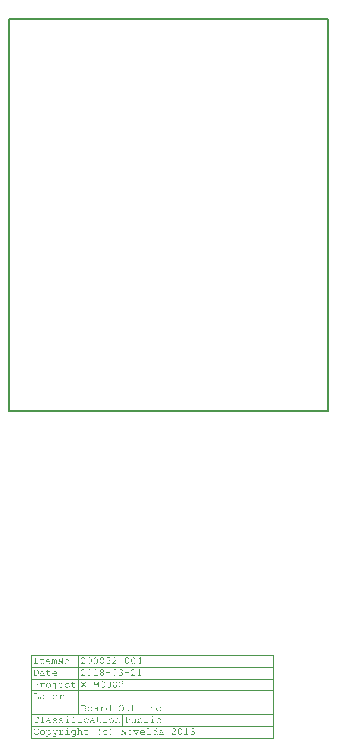
<source format=gm1>
G04*
G04 #@! TF.GenerationSoftware,Altium Limited,Altium Designer,18.0.12 (696)*
G04*
G04 Layer_Color=16711935*
%FSLAX24Y24*%
%MOIN*%
G70*
G01*
G75*
%ADD13C,0.0020*%
%ADD74C,0.0079*%
G36*
X769Y-9662D02*
X773Y-9662D01*
X777Y-9664D01*
X781Y-9665D01*
X785Y-9668D01*
X789Y-9671D01*
X790Y-9672D01*
X791Y-9674D01*
X793Y-9676D01*
X795Y-9679D01*
X797Y-9684D01*
X799Y-9689D01*
X800Y-9694D01*
X801Y-9700D01*
Y-9799D01*
X814D01*
X816Y-9799D01*
X818Y-9800D01*
X820Y-9801D01*
X821Y-9801D01*
X822Y-9802D01*
X822Y-9804D01*
X823Y-9806D01*
Y-9806D01*
X822Y-9808D01*
X822Y-9809D01*
X820Y-9811D01*
X820Y-9811D01*
X819Y-9812D01*
X816Y-9813D01*
X813Y-9813D01*
X787D01*
Y-9700D01*
Y-9700D01*
Y-9699D01*
X787Y-9697D01*
X786Y-9694D01*
X785Y-9691D01*
X784Y-9688D01*
X782Y-9685D01*
X780Y-9682D01*
X780Y-9682D01*
X779Y-9681D01*
X777Y-9680D01*
X776Y-9679D01*
X773Y-9678D01*
X771Y-9676D01*
X768Y-9676D01*
X765Y-9675D01*
X763D01*
X762Y-9676D01*
X760Y-9676D01*
X757Y-9677D01*
X754Y-9678D01*
X751Y-9679D01*
X748Y-9681D01*
X748Y-9681D01*
X746Y-9682D01*
X745Y-9684D01*
X742Y-9686D01*
X739Y-9689D01*
X736Y-9694D01*
X732Y-9699D01*
X728Y-9704D01*
Y-9799D01*
X741D01*
X743Y-9799D01*
X746Y-9800D01*
X748Y-9801D01*
X748Y-9801D01*
X749Y-9802D01*
X750Y-9804D01*
X750Y-9806D01*
Y-9806D01*
X750Y-9808D01*
X749Y-9809D01*
X748Y-9811D01*
X748Y-9811D01*
X746Y-9812D01*
X744Y-9813D01*
X741Y-9813D01*
X714D01*
Y-9701D01*
Y-9701D01*
Y-9700D01*
X714Y-9698D01*
X713Y-9695D01*
X713Y-9692D01*
X711Y-9689D01*
X710Y-9686D01*
X707Y-9683D01*
X707Y-9682D01*
X707Y-9681D01*
X705Y-9680D01*
X703Y-9679D01*
X701Y-9678D01*
X698Y-9677D01*
X695Y-9676D01*
X692Y-9675D01*
X691D01*
X690Y-9676D01*
X688Y-9676D01*
X686Y-9677D01*
X683Y-9678D01*
X680Y-9679D01*
X678Y-9680D01*
X677Y-9681D01*
X676Y-9682D01*
X674Y-9683D01*
X671Y-9686D01*
X668Y-9689D01*
X664Y-9694D01*
X660Y-9699D01*
X656Y-9704D01*
Y-9799D01*
X669D01*
X671Y-9799D01*
X673Y-9800D01*
X675Y-9801D01*
X676Y-9801D01*
X677Y-9802D01*
X677Y-9804D01*
X678Y-9806D01*
Y-9806D01*
X677Y-9808D01*
X677Y-9809D01*
X675Y-9811D01*
X675Y-9811D01*
X674Y-9812D01*
X671Y-9813D01*
X668Y-9813D01*
X629D01*
X627Y-9813D01*
X625Y-9812D01*
X622Y-9811D01*
X622Y-9811D01*
X621Y-9810D01*
X621Y-9808D01*
X620Y-9806D01*
Y-9805D01*
X621Y-9804D01*
X621Y-9802D01*
X622Y-9801D01*
X623Y-9801D01*
X624Y-9800D01*
X626Y-9799D01*
X630Y-9799D01*
X642D01*
Y-9680D01*
X629D01*
X627Y-9680D01*
X625Y-9679D01*
X622Y-9678D01*
X622Y-9678D01*
X621Y-9677D01*
X621Y-9675D01*
X620Y-9673D01*
Y-9672D01*
X621Y-9671D01*
X621Y-9670D01*
X622Y-9668D01*
X623Y-9668D01*
X624Y-9667D01*
X626Y-9666D01*
X630Y-9666D01*
X656D01*
Y-9680D01*
X656Y-9680D01*
X657Y-9679D01*
X658Y-9679D01*
X659Y-9678D01*
X663Y-9674D01*
X667Y-9671D01*
X673Y-9667D01*
X679Y-9664D01*
X682Y-9663D01*
X686Y-9662D01*
X689Y-9661D01*
X692Y-9661D01*
X694D01*
X696Y-9661D01*
X699Y-9662D01*
X702Y-9662D01*
X705Y-9664D01*
X708Y-9665D01*
X711Y-9667D01*
X712Y-9667D01*
X713Y-9668D01*
X714Y-9670D01*
X716Y-9671D01*
X718Y-9674D01*
X721Y-9677D01*
X723Y-9680D01*
X725Y-9684D01*
X726Y-9684D01*
X727Y-9682D01*
X729Y-9680D01*
X731Y-9678D01*
X734Y-9675D01*
X737Y-9672D01*
X741Y-9669D01*
X745Y-9667D01*
X745Y-9667D01*
X746Y-9666D01*
X748Y-9665D01*
X751Y-9664D01*
X754Y-9663D01*
X757Y-9662D01*
X761Y-9661D01*
X764Y-9661D01*
X767D01*
X769Y-9662D01*
D02*
G37*
G36*
X3004Y-9725D02*
X2859D01*
Y-9705D01*
X3004D01*
Y-9725D01*
D02*
G37*
G36*
X1014Y-9615D02*
X1017Y-9615D01*
X1019Y-9617D01*
X1019Y-9617D01*
X1020Y-9618D01*
X1021Y-9619D01*
X1021Y-9622D01*
Y-9622D01*
X1021Y-9624D01*
X1020Y-9625D01*
X1019Y-9627D01*
X1018Y-9627D01*
X1017Y-9628D01*
X1015Y-9628D01*
X1012Y-9629D01*
X999D01*
Y-9813D01*
X981D01*
X875Y-9636D01*
Y-9799D01*
X903D01*
X905Y-9799D01*
X907Y-9800D01*
X909Y-9801D01*
X910Y-9801D01*
X911Y-9802D01*
X911Y-9804D01*
X912Y-9806D01*
Y-9806D01*
X911Y-9808D01*
X911Y-9809D01*
X909Y-9811D01*
X909Y-9811D01*
X908Y-9812D01*
X905Y-9813D01*
X902Y-9813D01*
X848D01*
X846Y-9813D01*
X844Y-9812D01*
X842Y-9811D01*
X841Y-9811D01*
X841Y-9810D01*
X840Y-9808D01*
X840Y-9806D01*
Y-9805D01*
X840Y-9804D01*
X841Y-9802D01*
X842Y-9801D01*
X842Y-9801D01*
X844Y-9800D01*
X846Y-9799D01*
X849Y-9799D01*
X861D01*
Y-9629D01*
X841D01*
X839Y-9628D01*
X837Y-9628D01*
X835Y-9627D01*
X834Y-9627D01*
X834Y-9626D01*
X833Y-9624D01*
X833Y-9622D01*
Y-9621D01*
X833Y-9620D01*
X834Y-9618D01*
X835Y-9617D01*
X835Y-9616D01*
X837Y-9616D01*
X839Y-9615D01*
X842Y-9615D01*
X879D01*
X985Y-9792D01*
Y-9629D01*
X958D01*
X956Y-9628D01*
X953Y-9628D01*
X951Y-9627D01*
X951Y-9627D01*
X950Y-9626D01*
X950Y-9624D01*
X949Y-9622D01*
Y-9621D01*
X950Y-9620D01*
X950Y-9618D01*
X951Y-9617D01*
X952Y-9616D01*
X953Y-9616D01*
X955Y-9615D01*
X957Y-9615D01*
X1012D01*
X1014Y-9615D01*
D02*
G37*
G36*
X2562Y-9600D02*
X2565Y-9601D01*
X2567Y-9602D01*
X2567Y-9603D01*
X2568Y-9604D01*
X2569Y-9605D01*
X2569Y-9607D01*
Y-9608D01*
X2569Y-9609D01*
X2568Y-9611D01*
X2567Y-9612D01*
X2567Y-9613D01*
X2565Y-9613D01*
X2563Y-9614D01*
X2560Y-9614D01*
X2475D01*
Y-9684D01*
X2475Y-9684D01*
X2477Y-9683D01*
X2479Y-9682D01*
X2482Y-9681D01*
X2486Y-9680D01*
X2490Y-9679D01*
X2498Y-9676D01*
X2499D01*
X2500Y-9676D01*
X2503Y-9675D01*
X2506Y-9675D01*
X2509Y-9674D01*
X2513Y-9674D01*
X2520Y-9674D01*
X2523D01*
X2525Y-9674D01*
X2527Y-9674D01*
X2530Y-9675D01*
X2536Y-9676D01*
X2543Y-9678D01*
X2547Y-9680D01*
X2551Y-9681D01*
X2554Y-9684D01*
X2558Y-9686D01*
X2561Y-9689D01*
X2565Y-9693D01*
X2565Y-9693D01*
X2566Y-9694D01*
X2567Y-9695D01*
X2568Y-9696D01*
X2569Y-9698D01*
X2571Y-9700D01*
X2573Y-9703D01*
X2574Y-9706D01*
X2576Y-9709D01*
X2578Y-9713D01*
X2579Y-9717D01*
X2580Y-9721D01*
X2583Y-9731D01*
X2583Y-9737D01*
X2583Y-9742D01*
Y-9742D01*
Y-9744D01*
Y-9745D01*
X2583Y-9748D01*
X2583Y-9751D01*
X2582Y-9754D01*
X2582Y-9758D01*
X2581Y-9761D01*
X2578Y-9770D01*
X2577Y-9775D01*
X2575Y-9780D01*
X2573Y-9784D01*
X2570Y-9788D01*
X2567Y-9793D01*
X2563Y-9797D01*
X2563Y-9797D01*
X2562Y-9798D01*
X2561Y-9799D01*
X2559Y-9800D01*
X2558Y-9802D01*
X2555Y-9803D01*
X2552Y-9805D01*
X2549Y-9807D01*
X2546Y-9809D01*
X2542Y-9811D01*
X2533Y-9815D01*
X2528Y-9816D01*
X2523Y-9817D01*
X2518Y-9818D01*
X2512Y-9818D01*
X2509D01*
X2507Y-9818D01*
X2505D01*
X2500Y-9817D01*
X2494Y-9816D01*
X2487Y-9814D01*
X2480Y-9812D01*
X2473Y-9809D01*
X2473Y-9809D01*
X2471Y-9808D01*
X2469Y-9806D01*
X2465Y-9805D01*
X2462Y-9802D01*
X2457Y-9800D01*
X2454Y-9797D01*
X2449Y-9794D01*
X2449Y-9793D01*
X2448Y-9793D01*
X2447Y-9792D01*
X2446Y-9790D01*
X2444Y-9787D01*
X2443Y-9786D01*
X2443Y-9784D01*
Y-9784D01*
X2443Y-9782D01*
X2444Y-9781D01*
X2445Y-9779D01*
X2445Y-9779D01*
X2446Y-9778D01*
X2448Y-9777D01*
X2450Y-9777D01*
X2450D01*
X2452Y-9777D01*
X2454Y-9778D01*
X2456Y-9780D01*
X2456Y-9781D01*
X2457Y-9781D01*
X2458Y-9782D01*
X2460Y-9784D01*
X2463Y-9786D01*
X2465Y-9788D01*
X2469Y-9790D01*
X2472Y-9792D01*
X2476Y-9794D01*
X2480Y-9796D01*
X2490Y-9800D01*
X2495Y-9801D01*
X2500Y-9803D01*
X2506Y-9803D01*
X2512Y-9804D01*
X2514D01*
X2516Y-9803D01*
X2518Y-9803D01*
X2520Y-9803D01*
X2526Y-9801D01*
X2533Y-9800D01*
X2539Y-9797D01*
X2543Y-9795D01*
X2546Y-9792D01*
X2550Y-9790D01*
X2553Y-9787D01*
X2553Y-9786D01*
X2554Y-9786D01*
X2555Y-9785D01*
X2556Y-9783D01*
X2557Y-9782D01*
X2558Y-9780D01*
X2559Y-9778D01*
X2561Y-9775D01*
X2563Y-9772D01*
X2564Y-9768D01*
X2567Y-9761D01*
X2569Y-9752D01*
X2569Y-9747D01*
X2569Y-9741D01*
Y-9741D01*
Y-9740D01*
Y-9739D01*
X2569Y-9738D01*
Y-9735D01*
X2569Y-9733D01*
X2568Y-9727D01*
X2566Y-9721D01*
X2563Y-9715D01*
X2560Y-9708D01*
X2558Y-9705D01*
X2555Y-9702D01*
Y-9702D01*
X2554Y-9702D01*
X2552Y-9700D01*
X2549Y-9698D01*
X2545Y-9695D01*
X2540Y-9692D01*
X2534Y-9690D01*
X2527Y-9688D01*
X2523Y-9688D01*
X2517D01*
X2515Y-9688D01*
X2513D01*
X2511Y-9688D01*
X2505Y-9689D01*
X2498Y-9691D01*
X2491Y-9693D01*
X2483Y-9696D01*
X2475Y-9700D01*
X2474D01*
X2474Y-9700D01*
X2472Y-9701D01*
X2469Y-9702D01*
X2467Y-9702D01*
X2467D01*
X2465Y-9702D01*
X2464Y-9701D01*
X2462Y-9700D01*
X2462Y-9700D01*
X2461Y-9699D01*
X2461Y-9697D01*
X2460Y-9695D01*
Y-9600D01*
X2560D01*
X2562Y-9600D01*
D02*
G37*
G36*
X1894Y-9596D02*
X1897Y-9596D01*
X1902Y-9597D01*
X1907Y-9598D01*
X1913Y-9600D01*
X1920Y-9603D01*
X1925Y-9607D01*
X1926D01*
X1926Y-9608D01*
X1928Y-9610D01*
X1931Y-9612D01*
X1935Y-9616D01*
X1939Y-9621D01*
X1943Y-9627D01*
X1947Y-9634D01*
X1950Y-9642D01*
Y-9643D01*
X1951Y-9644D01*
X1951Y-9645D01*
X1952Y-9648D01*
X1953Y-9650D01*
X1954Y-9654D01*
X1955Y-9658D01*
X1956Y-9662D01*
X1957Y-9667D01*
X1958Y-9672D01*
X1959Y-9678D01*
X1960Y-9683D01*
X1961Y-9690D01*
X1962Y-9696D01*
X1962Y-9710D01*
Y-9711D01*
Y-9712D01*
Y-9713D01*
Y-9715D01*
X1962Y-9718D01*
X1961Y-9721D01*
Y-9724D01*
X1961Y-9728D01*
X1960Y-9736D01*
X1958Y-9744D01*
X1955Y-9753D01*
X1952Y-9761D01*
X1952Y-9761D01*
X1951Y-9763D01*
X1949Y-9765D01*
X1947Y-9769D01*
X1944Y-9773D01*
X1941Y-9777D01*
X1937Y-9782D01*
X1933Y-9787D01*
X1932Y-9787D01*
X1931Y-9789D01*
X1928Y-9791D01*
X1925Y-9794D01*
X1921Y-9797D01*
X1916Y-9801D01*
X1911Y-9804D01*
X1905Y-9807D01*
X1905D01*
X1904Y-9808D01*
X1903Y-9808D01*
X1901Y-9809D01*
X1900Y-9810D01*
X1897Y-9811D01*
X1892Y-9813D01*
X1885Y-9815D01*
X1878Y-9816D01*
X1869Y-9818D01*
X1861Y-9818D01*
X1858D01*
X1856Y-9818D01*
X1852Y-9817D01*
X1848Y-9817D01*
X1844Y-9816D01*
X1840Y-9814D01*
X1836Y-9812D01*
X1836D01*
X1835Y-9812D01*
X1834Y-9810D01*
X1832Y-9808D01*
X1832Y-9807D01*
X1832Y-9806D01*
Y-9805D01*
X1832Y-9804D01*
X1833Y-9802D01*
X1834Y-9801D01*
X1834Y-9801D01*
X1835Y-9800D01*
X1837Y-9799D01*
X1839Y-9799D01*
X1839D01*
X1840Y-9799D01*
X1842Y-9800D01*
X1844Y-9801D01*
X1845D01*
X1846Y-9801D01*
X1847Y-9802D01*
X1849Y-9802D01*
X1851Y-9803D01*
X1854Y-9803D01*
X1860Y-9804D01*
X1863D01*
X1865Y-9803D01*
X1869Y-9803D01*
X1872Y-9802D01*
X1876Y-9802D01*
X1881Y-9801D01*
X1885Y-9800D01*
X1891Y-9798D01*
X1896Y-9796D01*
X1901Y-9793D01*
X1906Y-9790D01*
X1911Y-9787D01*
X1917Y-9783D01*
X1922Y-9778D01*
X1922Y-9778D01*
X1922Y-9777D01*
X1924Y-9776D01*
X1925Y-9774D01*
X1927Y-9771D01*
X1930Y-9768D01*
X1932Y-9764D01*
X1935Y-9760D01*
X1937Y-9756D01*
X1939Y-9751D01*
X1942Y-9745D01*
X1943Y-9740D01*
X1945Y-9733D01*
X1946Y-9727D01*
X1947Y-9720D01*
X1947Y-9713D01*
Y-9712D01*
Y-9711D01*
Y-9710D01*
Y-9707D01*
Y-9705D01*
X1947Y-9701D01*
Y-9697D01*
X1947Y-9693D01*
Y-9693D01*
X1946Y-9694D01*
X1946Y-9695D01*
X1945Y-9696D01*
X1943Y-9700D01*
X1939Y-9704D01*
X1936Y-9708D01*
X1931Y-9713D01*
X1926Y-9718D01*
X1921Y-9722D01*
X1920Y-9722D01*
X1918Y-9723D01*
X1915Y-9725D01*
X1911Y-9727D01*
X1906Y-9729D01*
X1901Y-9730D01*
X1895Y-9731D01*
X1889Y-9732D01*
X1887D01*
X1884Y-9731D01*
X1880Y-9731D01*
X1876Y-9730D01*
X1871Y-9728D01*
X1866Y-9726D01*
X1861Y-9723D01*
X1860Y-9723D01*
X1859Y-9722D01*
X1856Y-9720D01*
X1853Y-9717D01*
X1849Y-9714D01*
X1846Y-9709D01*
X1842Y-9704D01*
X1839Y-9699D01*
Y-9698D01*
X1839Y-9698D01*
X1838Y-9697D01*
X1838Y-9696D01*
X1836Y-9692D01*
X1835Y-9688D01*
X1834Y-9683D01*
X1832Y-9677D01*
X1831Y-9671D01*
X1831Y-9664D01*
Y-9664D01*
Y-9663D01*
Y-9662D01*
X1831Y-9660D01*
X1832Y-9658D01*
X1832Y-9655D01*
X1832Y-9652D01*
X1833Y-9649D01*
X1835Y-9641D01*
X1838Y-9633D01*
X1840Y-9629D01*
X1842Y-9625D01*
X1844Y-9621D01*
X1847Y-9617D01*
X1847Y-9617D01*
X1848Y-9616D01*
X1849Y-9615D01*
X1850Y-9614D01*
X1852Y-9612D01*
X1854Y-9610D01*
X1856Y-9608D01*
X1859Y-9606D01*
X1865Y-9602D01*
X1872Y-9598D01*
X1876Y-9597D01*
X1881Y-9596D01*
X1885Y-9596D01*
X1890Y-9595D01*
X1892D01*
X1894Y-9596D01*
D02*
G37*
G36*
X3598Y-9740D02*
X3611D01*
X3613Y-9740D01*
X3615Y-9740D01*
X3617Y-9741D01*
X3618Y-9742D01*
X3619Y-9743D01*
X3619Y-9744D01*
X3620Y-9747D01*
Y-9747D01*
X3619Y-9748D01*
X3619Y-9750D01*
X3617Y-9752D01*
X3617Y-9752D01*
X3616Y-9753D01*
X3613Y-9753D01*
X3610Y-9754D01*
X3598D01*
Y-9799D01*
X3611D01*
X3613Y-9799D01*
X3616Y-9800D01*
X3618Y-9801D01*
X3618Y-9801D01*
X3619Y-9802D01*
X3620Y-9804D01*
X3620Y-9806D01*
Y-9806D01*
X3620Y-9808D01*
X3619Y-9809D01*
X3618Y-9811D01*
X3617Y-9811D01*
X3616Y-9812D01*
X3614Y-9813D01*
X3610Y-9813D01*
X3556D01*
X3554Y-9813D01*
X3552Y-9812D01*
X3550Y-9811D01*
X3549Y-9811D01*
X3549Y-9810D01*
X3548Y-9808D01*
X3548Y-9806D01*
Y-9805D01*
X3548Y-9804D01*
X3549Y-9802D01*
X3550Y-9801D01*
X3550Y-9801D01*
X3552Y-9800D01*
X3554Y-9799D01*
X3557Y-9799D01*
X3584D01*
Y-9754D01*
X3489D01*
X3489Y-9738D01*
X3568Y-9600D01*
X3598D01*
Y-9740D01*
D02*
G37*
G36*
X2724Y-9596D02*
X2727Y-9596D01*
X2729Y-9596D01*
X2736Y-9597D01*
X2743Y-9600D01*
X2746Y-9601D01*
X2750Y-9603D01*
X2754Y-9605D01*
X2758Y-9608D01*
X2762Y-9611D01*
X2766Y-9614D01*
X2766Y-9614D01*
X2767Y-9615D01*
X2767Y-9616D01*
X2769Y-9617D01*
X2770Y-9619D01*
X2772Y-9621D01*
X2776Y-9626D01*
X2779Y-9632D01*
X2782Y-9639D01*
X2783Y-9643D01*
X2784Y-9647D01*
X2785Y-9652D01*
X2785Y-9656D01*
Y-9656D01*
Y-9658D01*
Y-9659D01*
X2785Y-9662D01*
X2784Y-9665D01*
X2784Y-9668D01*
X2782Y-9674D01*
Y-9674D01*
X2781Y-9675D01*
X2781Y-9677D01*
X2779Y-9679D01*
X2778Y-9682D01*
X2776Y-9685D01*
X2773Y-9688D01*
X2771Y-9692D01*
X2770Y-9692D01*
X2769Y-9694D01*
X2767Y-9696D01*
X2764Y-9699D01*
X2761Y-9703D01*
X2756Y-9708D01*
X2750Y-9714D01*
X2743Y-9721D01*
X2742Y-9722D01*
X2741Y-9723D01*
X2738Y-9726D01*
X2735Y-9729D01*
X2731Y-9734D01*
X2726Y-9738D01*
X2720Y-9743D01*
X2714Y-9749D01*
X2708Y-9755D01*
X2701Y-9761D01*
X2687Y-9774D01*
X2674Y-9787D01*
X2668Y-9793D01*
X2661Y-9798D01*
Y-9799D01*
X2771D01*
Y-9793D01*
Y-9793D01*
Y-9793D01*
X2772Y-9791D01*
X2772Y-9788D01*
X2773Y-9786D01*
X2774Y-9786D01*
X2775Y-9785D01*
X2776Y-9784D01*
X2779Y-9784D01*
X2779D01*
X2780Y-9784D01*
X2782Y-9785D01*
X2783Y-9786D01*
X2784Y-9786D01*
X2784Y-9788D01*
X2785Y-9790D01*
X2785Y-9793D01*
Y-9813D01*
X2647D01*
Y-9792D01*
X2648Y-9792D01*
X2649Y-9791D01*
X2652Y-9788D01*
X2655Y-9785D01*
X2659Y-9782D01*
X2663Y-9778D01*
X2668Y-9773D01*
X2674Y-9768D01*
X2680Y-9762D01*
X2687Y-9756D01*
X2694Y-9749D01*
X2701Y-9742D01*
X2717Y-9728D01*
X2732Y-9713D01*
X2732Y-9712D01*
X2733Y-9712D01*
X2734Y-9711D01*
X2735Y-9710D01*
X2739Y-9706D01*
X2742Y-9702D01*
X2747Y-9698D01*
X2751Y-9693D01*
X2755Y-9689D01*
X2758Y-9685D01*
X2759Y-9685D01*
X2760Y-9683D01*
X2761Y-9682D01*
X2762Y-9680D01*
X2765Y-9675D01*
X2767Y-9672D01*
X2768Y-9670D01*
Y-9669D01*
X2768Y-9668D01*
X2769Y-9667D01*
X2770Y-9665D01*
X2771Y-9661D01*
X2771Y-9656D01*
Y-9656D01*
Y-9655D01*
Y-9654D01*
X2771Y-9653D01*
X2770Y-9649D01*
X2769Y-9645D01*
X2767Y-9640D01*
X2765Y-9635D01*
X2761Y-9629D01*
X2759Y-9626D01*
X2756Y-9623D01*
Y-9623D01*
X2755Y-9623D01*
X2753Y-9621D01*
X2750Y-9619D01*
X2746Y-9616D01*
X2741Y-9614D01*
X2735Y-9612D01*
X2728Y-9610D01*
X2724Y-9609D01*
X2717D01*
X2714Y-9610D01*
X2709Y-9611D01*
X2704Y-9612D01*
X2698Y-9614D01*
X2693Y-9617D01*
X2687Y-9620D01*
X2686Y-9620D01*
X2685Y-9622D01*
X2682Y-9624D01*
X2679Y-9627D01*
X2676Y-9631D01*
X2673Y-9636D01*
X2670Y-9641D01*
X2668Y-9647D01*
Y-9647D01*
X2668Y-9647D01*
X2668Y-9649D01*
X2667Y-9651D01*
X2666Y-9652D01*
X2665Y-9652D01*
X2664Y-9653D01*
X2663Y-9653D01*
X2661Y-9654D01*
X2660D01*
X2659Y-9653D01*
X2658Y-9653D01*
X2656Y-9652D01*
X2656Y-9652D01*
X2655Y-9651D01*
X2655Y-9649D01*
X2654Y-9647D01*
Y-9647D01*
Y-9646D01*
X2655Y-9644D01*
X2655Y-9641D01*
X2657Y-9638D01*
X2658Y-9635D01*
X2660Y-9630D01*
X2663Y-9625D01*
Y-9625D01*
X2663Y-9625D01*
X2665Y-9623D01*
X2667Y-9620D01*
X2670Y-9617D01*
X2673Y-9614D01*
X2677Y-9610D01*
X2682Y-9607D01*
X2688Y-9603D01*
X2688D01*
X2688Y-9603D01*
X2690Y-9602D01*
X2694Y-9601D01*
X2698Y-9599D01*
X2702Y-9598D01*
X2708Y-9596D01*
X2714Y-9596D01*
X2720Y-9595D01*
X2722D01*
X2724Y-9596D01*
D02*
G37*
G36*
X154Y-9615D02*
X156Y-9615D01*
X158Y-9617D01*
X158Y-9617D01*
X159Y-9618D01*
X160Y-9619D01*
X160Y-9622D01*
Y-9622D01*
X160Y-9624D01*
X159Y-9625D01*
X158Y-9627D01*
X158Y-9627D01*
X156Y-9628D01*
X154Y-9628D01*
X151Y-9629D01*
X102D01*
Y-9799D01*
X152D01*
X154Y-9799D01*
X156Y-9800D01*
X158Y-9801D01*
X158Y-9801D01*
X159Y-9802D01*
X160Y-9804D01*
X160Y-9806D01*
Y-9806D01*
X160Y-9808D01*
X159Y-9809D01*
X158Y-9811D01*
X158Y-9811D01*
X156Y-9812D01*
X154Y-9813D01*
X151Y-9813D01*
X38D01*
X36Y-9813D01*
X34Y-9812D01*
X32Y-9811D01*
X31Y-9811D01*
X31Y-9810D01*
X30Y-9808D01*
X30Y-9806D01*
Y-9805D01*
X30Y-9804D01*
X31Y-9802D01*
X32Y-9801D01*
X32Y-9801D01*
X33Y-9800D01*
X36Y-9799D01*
X39Y-9799D01*
X88D01*
Y-9629D01*
X38D01*
X36Y-9628D01*
X34Y-9628D01*
X32Y-9627D01*
X31Y-9627D01*
X31Y-9626D01*
X30Y-9624D01*
X30Y-9622D01*
Y-9621D01*
X30Y-9620D01*
X31Y-9618D01*
X32Y-9617D01*
X32Y-9616D01*
X33Y-9616D01*
X36Y-9615D01*
X39Y-9615D01*
X152D01*
X154Y-9615D01*
D02*
G37*
G36*
X1681Y-9596D02*
X1684Y-9596D01*
X1686Y-9596D01*
X1693Y-9597D01*
X1700Y-9600D01*
X1703Y-9601D01*
X1707Y-9603D01*
X1711Y-9605D01*
X1715Y-9608D01*
X1719Y-9611D01*
X1723Y-9614D01*
X1723Y-9614D01*
X1724Y-9615D01*
X1724Y-9616D01*
X1726Y-9617D01*
X1727Y-9619D01*
X1729Y-9621D01*
X1733Y-9626D01*
X1736Y-9632D01*
X1739Y-9639D01*
X1740Y-9643D01*
X1741Y-9647D01*
X1742Y-9652D01*
X1742Y-9656D01*
Y-9656D01*
Y-9658D01*
Y-9659D01*
X1742Y-9662D01*
X1741Y-9665D01*
X1741Y-9668D01*
X1739Y-9674D01*
Y-9674D01*
X1738Y-9675D01*
X1737Y-9677D01*
X1736Y-9679D01*
X1735Y-9682D01*
X1733Y-9685D01*
X1730Y-9688D01*
X1728Y-9692D01*
X1727Y-9692D01*
X1726Y-9694D01*
X1724Y-9696D01*
X1721Y-9699D01*
X1717Y-9703D01*
X1713Y-9708D01*
X1707Y-9714D01*
X1700Y-9721D01*
X1699Y-9722D01*
X1698Y-9723D01*
X1695Y-9726D01*
X1692Y-9729D01*
X1688Y-9734D01*
X1683Y-9738D01*
X1677Y-9743D01*
X1671Y-9749D01*
X1665Y-9755D01*
X1658Y-9761D01*
X1644Y-9774D01*
X1631Y-9787D01*
X1625Y-9793D01*
X1618Y-9798D01*
Y-9799D01*
X1728D01*
Y-9793D01*
Y-9793D01*
Y-9793D01*
X1729Y-9791D01*
X1729Y-9788D01*
X1730Y-9786D01*
X1731Y-9786D01*
X1732Y-9785D01*
X1733Y-9784D01*
X1736Y-9784D01*
X1736D01*
X1737Y-9784D01*
X1739Y-9785D01*
X1740Y-9786D01*
X1741Y-9786D01*
X1741Y-9788D01*
X1742Y-9790D01*
X1742Y-9793D01*
Y-9813D01*
X1604D01*
Y-9792D01*
X1605Y-9792D01*
X1606Y-9791D01*
X1609Y-9788D01*
X1612Y-9785D01*
X1615Y-9782D01*
X1620Y-9778D01*
X1625Y-9773D01*
X1631Y-9768D01*
X1637Y-9762D01*
X1644Y-9756D01*
X1651Y-9749D01*
X1658Y-9742D01*
X1674Y-9728D01*
X1689Y-9713D01*
X1689Y-9712D01*
X1690Y-9712D01*
X1691Y-9711D01*
X1692Y-9710D01*
X1696Y-9706D01*
X1699Y-9702D01*
X1704Y-9698D01*
X1708Y-9693D01*
X1712Y-9689D01*
X1715Y-9685D01*
X1716Y-9685D01*
X1717Y-9683D01*
X1717Y-9682D01*
X1719Y-9680D01*
X1722Y-9675D01*
X1724Y-9672D01*
X1725Y-9670D01*
Y-9669D01*
X1725Y-9668D01*
X1726Y-9667D01*
X1727Y-9665D01*
X1728Y-9661D01*
X1728Y-9656D01*
Y-9656D01*
Y-9655D01*
Y-9654D01*
X1728Y-9653D01*
X1727Y-9649D01*
X1726Y-9645D01*
X1724Y-9640D01*
X1722Y-9635D01*
X1718Y-9629D01*
X1716Y-9626D01*
X1713Y-9623D01*
Y-9623D01*
X1712Y-9623D01*
X1710Y-9621D01*
X1707Y-9619D01*
X1703Y-9616D01*
X1698Y-9614D01*
X1692Y-9612D01*
X1685Y-9610D01*
X1681Y-9609D01*
X1674D01*
X1671Y-9610D01*
X1666Y-9611D01*
X1661Y-9612D01*
X1655Y-9614D01*
X1650Y-9617D01*
X1644Y-9620D01*
X1643Y-9620D01*
X1642Y-9622D01*
X1639Y-9624D01*
X1636Y-9627D01*
X1633Y-9631D01*
X1630Y-9636D01*
X1627Y-9641D01*
X1625Y-9647D01*
Y-9647D01*
X1625Y-9647D01*
X1625Y-9649D01*
X1624Y-9651D01*
X1623Y-9652D01*
X1622Y-9652D01*
X1621Y-9653D01*
X1620Y-9653D01*
X1618Y-9654D01*
X1617D01*
X1616Y-9653D01*
X1614Y-9653D01*
X1613Y-9652D01*
X1613Y-9652D01*
X1612Y-9651D01*
X1612Y-9649D01*
X1611Y-9647D01*
Y-9647D01*
Y-9646D01*
X1612Y-9644D01*
X1612Y-9641D01*
X1614Y-9638D01*
X1615Y-9635D01*
X1617Y-9630D01*
X1620Y-9625D01*
Y-9625D01*
X1620Y-9625D01*
X1622Y-9623D01*
X1624Y-9620D01*
X1627Y-9617D01*
X1630Y-9614D01*
X1634Y-9610D01*
X1639Y-9607D01*
X1645Y-9603D01*
X1645D01*
X1645Y-9603D01*
X1647Y-9602D01*
X1651Y-9601D01*
X1655Y-9599D01*
X1659Y-9598D01*
X1665Y-9596D01*
X1671Y-9596D01*
X1677Y-9595D01*
X1679D01*
X1681Y-9596D01*
D02*
G37*
G36*
X3353D02*
X3356Y-9596D01*
X3360Y-9596D01*
X3364Y-9597D01*
X3368Y-9599D01*
X3372Y-9600D01*
X3373Y-9601D01*
X3374Y-9601D01*
X3376Y-9602D01*
X3378Y-9604D01*
X3381Y-9606D01*
X3385Y-9608D01*
X3388Y-9611D01*
X3391Y-9614D01*
X3391Y-9615D01*
X3392Y-9615D01*
X3393Y-9617D01*
X3394Y-9619D01*
X3396Y-9621D01*
X3398Y-9624D01*
X3399Y-9628D01*
X3402Y-9633D01*
X3402Y-9633D01*
X3403Y-9635D01*
X3404Y-9637D01*
X3405Y-9640D01*
X3406Y-9643D01*
X3408Y-9647D01*
X3410Y-9655D01*
X3411Y-9656D01*
X3411Y-9658D01*
X3412Y-9660D01*
X3412Y-9665D01*
X3413Y-9670D01*
X3414Y-9676D01*
X3414Y-9682D01*
Y-9689D01*
Y-9724D01*
Y-9725D01*
Y-9726D01*
Y-9729D01*
X3414Y-9732D01*
X3414Y-9736D01*
X3413Y-9740D01*
X3412Y-9745D01*
X3412Y-9751D01*
X3409Y-9762D01*
X3407Y-9768D01*
X3405Y-9774D01*
X3402Y-9780D01*
X3399Y-9786D01*
X3396Y-9792D01*
X3392Y-9797D01*
X3392Y-9797D01*
X3391Y-9798D01*
X3390Y-9799D01*
X3389Y-9800D01*
X3387Y-9802D01*
X3385Y-9803D01*
X3383Y-9805D01*
X3380Y-9807D01*
X3374Y-9811D01*
X3366Y-9815D01*
X3362Y-9816D01*
X3358Y-9817D01*
X3354Y-9818D01*
X3349Y-9818D01*
X3347D01*
X3344Y-9818D01*
X3341Y-9817D01*
X3337Y-9817D01*
X3334Y-9816D01*
X3329Y-9815D01*
X3325Y-9813D01*
X3325Y-9813D01*
X3323Y-9812D01*
X3321Y-9811D01*
X3318Y-9809D01*
X3316Y-9807D01*
X3312Y-9805D01*
X3309Y-9802D01*
X3306Y-9799D01*
X3306Y-9799D01*
X3305Y-9798D01*
X3304Y-9797D01*
X3303Y-9795D01*
X3301Y-9792D01*
X3299Y-9789D01*
X3297Y-9785D01*
X3295Y-9781D01*
X3295Y-9781D01*
X3294Y-9779D01*
X3293Y-9777D01*
X3292Y-9774D01*
X3291Y-9770D01*
X3289Y-9766D01*
X3287Y-9759D01*
Y-9758D01*
Y-9758D01*
X3286Y-9756D01*
X3286Y-9753D01*
X3285Y-9749D01*
X3284Y-9744D01*
X3284Y-9738D01*
X3283Y-9731D01*
X3283Y-9724D01*
Y-9689D01*
Y-9689D01*
Y-9687D01*
Y-9685D01*
X3283Y-9682D01*
X3284Y-9678D01*
X3284Y-9673D01*
X3285Y-9668D01*
X3286Y-9663D01*
X3288Y-9651D01*
X3290Y-9645D01*
X3292Y-9639D01*
X3295Y-9633D01*
X3297Y-9627D01*
X3301Y-9622D01*
X3305Y-9617D01*
X3305Y-9616D01*
X3305Y-9616D01*
X3306Y-9615D01*
X3308Y-9613D01*
X3310Y-9612D01*
X3312Y-9610D01*
X3314Y-9608D01*
X3317Y-9606D01*
X3323Y-9602D01*
X3331Y-9598D01*
X3335Y-9597D01*
X3339Y-9596D01*
X3343Y-9596D01*
X3348Y-9595D01*
X3351D01*
X3353Y-9596D01*
D02*
G37*
G36*
X3144D02*
X3148Y-9596D01*
X3151Y-9596D01*
X3155Y-9597D01*
X3159Y-9599D01*
X3163Y-9600D01*
X3164Y-9601D01*
X3165Y-9601D01*
X3167Y-9602D01*
X3170Y-9604D01*
X3173Y-9606D01*
X3176Y-9608D01*
X3179Y-9611D01*
X3182Y-9614D01*
X3183Y-9615D01*
X3183Y-9615D01*
X3184Y-9617D01*
X3186Y-9619D01*
X3187Y-9621D01*
X3189Y-9624D01*
X3191Y-9628D01*
X3193Y-9633D01*
X3193Y-9633D01*
X3194Y-9635D01*
X3195Y-9637D01*
X3196Y-9640D01*
X3198Y-9643D01*
X3199Y-9647D01*
X3202Y-9655D01*
X3202Y-9656D01*
X3202Y-9658D01*
X3203Y-9660D01*
X3204Y-9665D01*
X3204Y-9670D01*
X3205Y-9676D01*
X3206Y-9682D01*
Y-9689D01*
Y-9724D01*
Y-9725D01*
Y-9726D01*
Y-9729D01*
X3205Y-9732D01*
X3205Y-9736D01*
X3204Y-9740D01*
X3204Y-9745D01*
X3203Y-9751D01*
X3200Y-9762D01*
X3198Y-9768D01*
X3196Y-9774D01*
X3194Y-9780D01*
X3191Y-9786D01*
X3187Y-9792D01*
X3183Y-9797D01*
X3183Y-9797D01*
X3183Y-9798D01*
X3182Y-9799D01*
X3180Y-9800D01*
X3179Y-9802D01*
X3176Y-9803D01*
X3174Y-9805D01*
X3172Y-9807D01*
X3165Y-9811D01*
X3158Y-9815D01*
X3154Y-9816D01*
X3150Y-9817D01*
X3145Y-9818D01*
X3140Y-9818D01*
X3138D01*
X3135Y-9818D01*
X3132Y-9817D01*
X3129Y-9817D01*
X3125Y-9816D01*
X3121Y-9815D01*
X3116Y-9813D01*
X3116Y-9813D01*
X3114Y-9812D01*
X3112Y-9811D01*
X3110Y-9809D01*
X3107Y-9807D01*
X3104Y-9805D01*
X3100Y-9802D01*
X3097Y-9799D01*
X3097Y-9799D01*
X3096Y-9798D01*
X3095Y-9797D01*
X3094Y-9795D01*
X3092Y-9792D01*
X3091Y-9789D01*
X3089Y-9785D01*
X3087Y-9781D01*
X3086Y-9781D01*
X3086Y-9779D01*
X3085Y-9777D01*
X3083Y-9774D01*
X3082Y-9770D01*
X3080Y-9766D01*
X3078Y-9759D01*
Y-9758D01*
Y-9758D01*
X3077Y-9756D01*
X3077Y-9753D01*
X3076Y-9749D01*
X3076Y-9744D01*
X3075Y-9738D01*
X3075Y-9731D01*
X3074Y-9724D01*
Y-9689D01*
Y-9689D01*
Y-9687D01*
Y-9685D01*
X3075Y-9682D01*
X3075Y-9678D01*
X3076Y-9673D01*
X3076Y-9668D01*
X3077Y-9663D01*
X3080Y-9651D01*
X3081Y-9645D01*
X3084Y-9639D01*
X3086Y-9633D01*
X3089Y-9627D01*
X3092Y-9622D01*
X3096Y-9617D01*
X3096Y-9616D01*
X3097Y-9616D01*
X3098Y-9615D01*
X3099Y-9613D01*
X3101Y-9612D01*
X3103Y-9610D01*
X3105Y-9608D01*
X3108Y-9606D01*
X3114Y-9602D01*
X3122Y-9598D01*
X3126Y-9597D01*
X3130Y-9596D01*
X3135Y-9596D01*
X3140Y-9595D01*
X3142D01*
X3144Y-9596D01*
D02*
G37*
G36*
X2310D02*
X2313Y-9596D01*
X2317Y-9596D01*
X2321Y-9597D01*
X2325Y-9599D01*
X2329Y-9600D01*
X2330Y-9601D01*
X2331Y-9601D01*
X2333Y-9602D01*
X2335Y-9604D01*
X2338Y-9606D01*
X2342Y-9608D01*
X2345Y-9611D01*
X2348Y-9614D01*
X2348Y-9615D01*
X2349Y-9615D01*
X2350Y-9617D01*
X2351Y-9619D01*
X2353Y-9621D01*
X2354Y-9624D01*
X2356Y-9628D01*
X2359Y-9633D01*
X2359Y-9633D01*
X2360Y-9635D01*
X2361Y-9637D01*
X2362Y-9640D01*
X2363Y-9643D01*
X2365Y-9647D01*
X2367Y-9655D01*
X2368Y-9656D01*
X2368Y-9658D01*
X2369Y-9660D01*
X2369Y-9665D01*
X2370Y-9670D01*
X2371Y-9676D01*
X2371Y-9682D01*
Y-9689D01*
Y-9724D01*
Y-9725D01*
Y-9726D01*
Y-9729D01*
X2371Y-9732D01*
X2371Y-9736D01*
X2370Y-9740D01*
X2369Y-9745D01*
X2369Y-9751D01*
X2366Y-9762D01*
X2364Y-9768D01*
X2362Y-9774D01*
X2359Y-9780D01*
X2356Y-9786D01*
X2353Y-9792D01*
X2349Y-9797D01*
X2349Y-9797D01*
X2348Y-9798D01*
X2347Y-9799D01*
X2346Y-9800D01*
X2344Y-9802D01*
X2342Y-9803D01*
X2340Y-9805D01*
X2337Y-9807D01*
X2331Y-9811D01*
X2323Y-9815D01*
X2319Y-9816D01*
X2315Y-9817D01*
X2311Y-9818D01*
X2306Y-9818D01*
X2304D01*
X2301Y-9818D01*
X2298Y-9817D01*
X2294Y-9817D01*
X2291Y-9816D01*
X2286Y-9815D01*
X2282Y-9813D01*
X2282Y-9813D01*
X2280Y-9812D01*
X2278Y-9811D01*
X2275Y-9809D01*
X2272Y-9807D01*
X2269Y-9805D01*
X2266Y-9802D01*
X2263Y-9799D01*
X2263Y-9799D01*
X2262Y-9798D01*
X2261Y-9797D01*
X2260Y-9795D01*
X2258Y-9792D01*
X2256Y-9789D01*
X2254Y-9785D01*
X2252Y-9781D01*
X2252Y-9781D01*
X2251Y-9779D01*
X2250Y-9777D01*
X2249Y-9774D01*
X2248Y-9770D01*
X2246Y-9766D01*
X2244Y-9759D01*
Y-9758D01*
Y-9758D01*
X2243Y-9756D01*
X2243Y-9753D01*
X2242Y-9749D01*
X2241Y-9744D01*
X2241Y-9738D01*
X2240Y-9731D01*
X2240Y-9724D01*
Y-9689D01*
Y-9689D01*
Y-9687D01*
Y-9685D01*
X2240Y-9682D01*
X2241Y-9678D01*
X2241Y-9673D01*
X2242Y-9668D01*
X2243Y-9663D01*
X2245Y-9651D01*
X2247Y-9645D01*
X2249Y-9639D01*
X2251Y-9633D01*
X2254Y-9627D01*
X2258Y-9622D01*
X2262Y-9617D01*
X2262Y-9616D01*
X2262Y-9616D01*
X2263Y-9615D01*
X2265Y-9613D01*
X2267Y-9612D01*
X2269Y-9610D01*
X2271Y-9608D01*
X2274Y-9606D01*
X2280Y-9602D01*
X2288Y-9598D01*
X2291Y-9597D01*
X2296Y-9596D01*
X2300Y-9596D01*
X2305Y-9595D01*
X2308D01*
X2310Y-9596D01*
D02*
G37*
G36*
X2101D02*
X2105Y-9596D01*
X2108Y-9596D01*
X2112Y-9597D01*
X2116Y-9599D01*
X2120Y-9600D01*
X2121Y-9601D01*
X2122Y-9601D01*
X2124Y-9602D01*
X2127Y-9604D01*
X2130Y-9606D01*
X2133Y-9608D01*
X2136Y-9611D01*
X2139Y-9614D01*
X2140Y-9615D01*
X2140Y-9615D01*
X2141Y-9617D01*
X2143Y-9619D01*
X2144Y-9621D01*
X2146Y-9624D01*
X2148Y-9628D01*
X2150Y-9633D01*
X2150Y-9633D01*
X2151Y-9635D01*
X2152Y-9637D01*
X2153Y-9640D01*
X2155Y-9643D01*
X2156Y-9647D01*
X2159Y-9655D01*
X2159Y-9656D01*
X2159Y-9658D01*
X2160Y-9660D01*
X2161Y-9665D01*
X2161Y-9670D01*
X2162Y-9676D01*
X2163Y-9682D01*
Y-9689D01*
Y-9724D01*
Y-9725D01*
Y-9726D01*
Y-9729D01*
X2162Y-9732D01*
X2162Y-9736D01*
X2161Y-9740D01*
X2161Y-9745D01*
X2160Y-9751D01*
X2157Y-9762D01*
X2155Y-9768D01*
X2153Y-9774D01*
X2151Y-9780D01*
X2148Y-9786D01*
X2144Y-9792D01*
X2140Y-9797D01*
X2140Y-9797D01*
X2140Y-9798D01*
X2139Y-9799D01*
X2137Y-9800D01*
X2136Y-9802D01*
X2133Y-9803D01*
X2131Y-9805D01*
X2128Y-9807D01*
X2122Y-9811D01*
X2115Y-9815D01*
X2111Y-9816D01*
X2106Y-9817D01*
X2102Y-9818D01*
X2097Y-9818D01*
X2095D01*
X2092Y-9818D01*
X2089Y-9817D01*
X2086Y-9817D01*
X2082Y-9816D01*
X2078Y-9815D01*
X2073Y-9813D01*
X2073Y-9813D01*
X2071Y-9812D01*
X2069Y-9811D01*
X2067Y-9809D01*
X2064Y-9807D01*
X2061Y-9805D01*
X2057Y-9802D01*
X2054Y-9799D01*
X2054Y-9799D01*
X2053Y-9798D01*
X2052Y-9797D01*
X2051Y-9795D01*
X2049Y-9792D01*
X2048Y-9789D01*
X2046Y-9785D01*
X2044Y-9781D01*
X2043Y-9781D01*
X2043Y-9779D01*
X2042Y-9777D01*
X2040Y-9774D01*
X2039Y-9770D01*
X2037Y-9766D01*
X2035Y-9759D01*
Y-9758D01*
Y-9758D01*
X2034Y-9756D01*
X2034Y-9753D01*
X2033Y-9749D01*
X2033Y-9744D01*
X2032Y-9738D01*
X2032Y-9731D01*
X2031Y-9724D01*
Y-9689D01*
Y-9689D01*
Y-9687D01*
Y-9685D01*
X2032Y-9682D01*
X2032Y-9678D01*
X2033Y-9673D01*
X2033Y-9668D01*
X2034Y-9663D01*
X2037Y-9651D01*
X2038Y-9645D01*
X2041Y-9639D01*
X2043Y-9633D01*
X2046Y-9627D01*
X2049Y-9622D01*
X2053Y-9617D01*
X2053Y-9616D01*
X2054Y-9616D01*
X2055Y-9615D01*
X2056Y-9613D01*
X2058Y-9612D01*
X2060Y-9610D01*
X2062Y-9608D01*
X2065Y-9606D01*
X2071Y-9602D01*
X2079Y-9598D01*
X2083Y-9597D01*
X2087Y-9596D01*
X2092Y-9596D01*
X2097Y-9595D01*
X2099D01*
X2101Y-9596D01*
D02*
G37*
G36*
X1144Y-9661D02*
X1146Y-9662D01*
X1150Y-9662D01*
X1154Y-9663D01*
X1158Y-9664D01*
X1162Y-9665D01*
X1166Y-9667D01*
X1171Y-9669D01*
X1176Y-9671D01*
X1180Y-9674D01*
X1185Y-9677D01*
X1190Y-9680D01*
X1194Y-9684D01*
X1195Y-9685D01*
X1195Y-9685D01*
X1197Y-9687D01*
X1198Y-9688D01*
X1200Y-9691D01*
X1202Y-9693D01*
X1204Y-9697D01*
X1206Y-9700D01*
X1208Y-9704D01*
X1210Y-9708D01*
X1212Y-9713D01*
X1214Y-9718D01*
X1216Y-9723D01*
X1217Y-9728D01*
X1218Y-9734D01*
X1218Y-9740D01*
Y-9740D01*
Y-9741D01*
Y-9743D01*
X1218Y-9746D01*
X1217Y-9748D01*
X1217Y-9752D01*
X1216Y-9755D01*
X1215Y-9759D01*
X1214Y-9763D01*
X1212Y-9768D01*
X1210Y-9773D01*
X1208Y-9777D01*
X1205Y-9782D01*
X1202Y-9787D01*
X1199Y-9791D01*
X1194Y-9796D01*
X1194Y-9796D01*
X1193Y-9797D01*
X1192Y-9798D01*
X1190Y-9799D01*
X1188Y-9801D01*
X1185Y-9803D01*
X1182Y-9805D01*
X1179Y-9807D01*
X1175Y-9809D01*
X1170Y-9811D01*
X1166Y-9813D01*
X1161Y-9815D01*
X1156Y-9817D01*
X1150Y-9818D01*
X1144Y-9818D01*
X1138Y-9819D01*
X1135D01*
X1133Y-9818D01*
X1130Y-9818D01*
X1126Y-9817D01*
X1123Y-9817D01*
X1118Y-9816D01*
X1114Y-9815D01*
X1110Y-9813D01*
X1105Y-9811D01*
X1100Y-9809D01*
X1095Y-9806D01*
X1091Y-9803D01*
X1086Y-9800D01*
X1081Y-9796D01*
X1081Y-9795D01*
X1080Y-9795D01*
X1079Y-9793D01*
X1078Y-9791D01*
X1076Y-9789D01*
X1074Y-9786D01*
X1072Y-9783D01*
X1070Y-9780D01*
X1068Y-9776D01*
X1066Y-9772D01*
X1064Y-9767D01*
X1062Y-9762D01*
X1060Y-9757D01*
X1059Y-9752D01*
X1059Y-9746D01*
X1058Y-9740D01*
Y-9740D01*
Y-9739D01*
Y-9737D01*
X1059Y-9735D01*
X1059Y-9732D01*
X1060Y-9729D01*
X1060Y-9725D01*
X1061Y-9721D01*
X1062Y-9717D01*
X1064Y-9712D01*
X1066Y-9708D01*
X1068Y-9703D01*
X1071Y-9698D01*
X1074Y-9694D01*
X1077Y-9689D01*
X1081Y-9684D01*
X1082Y-9684D01*
X1082Y-9683D01*
X1084Y-9682D01*
X1086Y-9681D01*
X1088Y-9679D01*
X1091Y-9677D01*
X1094Y-9675D01*
X1097Y-9673D01*
X1101Y-9671D01*
X1105Y-9668D01*
X1110Y-9666D01*
X1115Y-9665D01*
X1120Y-9663D01*
X1126Y-9662D01*
X1132Y-9661D01*
X1138Y-9661D01*
X1141D01*
X1144Y-9661D01*
D02*
G37*
G36*
X515D02*
X518Y-9662D01*
X522Y-9662D01*
X525Y-9663D01*
X530Y-9664D01*
X534Y-9665D01*
X539Y-9667D01*
X544Y-9669D01*
X548Y-9671D01*
X553Y-9674D01*
X558Y-9677D01*
X563Y-9680D01*
X567Y-9684D01*
X567Y-9684D01*
X568Y-9685D01*
X569Y-9686D01*
X571Y-9688D01*
X572Y-9691D01*
X574Y-9693D01*
X576Y-9697D01*
X578Y-9700D01*
X581Y-9704D01*
X583Y-9709D01*
X584Y-9713D01*
X586Y-9719D01*
X587Y-9724D01*
X588Y-9730D01*
X589Y-9737D01*
X589Y-9743D01*
X444D01*
Y-9743D01*
X444Y-9744D01*
Y-9746D01*
X445Y-9748D01*
X445Y-9750D01*
X446Y-9753D01*
X448Y-9759D01*
X451Y-9766D01*
X455Y-9774D01*
X458Y-9777D01*
X460Y-9781D01*
X463Y-9784D01*
X467Y-9788D01*
X467Y-9788D01*
X468Y-9788D01*
X469Y-9789D01*
X470Y-9790D01*
X472Y-9792D01*
X475Y-9793D01*
X477Y-9795D01*
X480Y-9796D01*
X483Y-9798D01*
X487Y-9799D01*
X495Y-9802D01*
X505Y-9804D01*
X510Y-9804D01*
X515Y-9804D01*
X518D01*
X521Y-9804D01*
X525Y-9804D01*
X530Y-9803D01*
X536Y-9802D01*
X542Y-9801D01*
X548Y-9799D01*
X549D01*
X549Y-9799D01*
X550Y-9799D01*
X551Y-9798D01*
X555Y-9797D01*
X559Y-9796D01*
X563Y-9793D01*
X568Y-9791D01*
X573Y-9788D01*
X577Y-9785D01*
X578Y-9785D01*
X579Y-9784D01*
X581Y-9783D01*
X583Y-9782D01*
X583D01*
X584Y-9783D01*
X586Y-9783D01*
X587Y-9785D01*
X588Y-9785D01*
X589Y-9786D01*
X589Y-9788D01*
X590Y-9790D01*
Y-9790D01*
X589Y-9791D01*
X588Y-9793D01*
X587Y-9795D01*
X586Y-9796D01*
X585Y-9797D01*
X583Y-9798D01*
X580Y-9801D01*
X576Y-9803D01*
X571Y-9806D01*
X565Y-9808D01*
X558Y-9811D01*
X558D01*
X557Y-9812D01*
X556Y-9812D01*
X554Y-9812D01*
X552Y-9813D01*
X550Y-9814D01*
X545Y-9815D01*
X539Y-9816D01*
X531Y-9818D01*
X523Y-9818D01*
X515Y-9819D01*
X514D01*
X512Y-9818D01*
X509D01*
X506Y-9818D01*
X503Y-9817D01*
X498Y-9817D01*
X494Y-9816D01*
X489Y-9814D01*
X484Y-9813D01*
X479Y-9811D01*
X474Y-9808D01*
X469Y-9806D01*
X464Y-9802D01*
X459Y-9799D01*
X454Y-9795D01*
X454Y-9794D01*
X453Y-9794D01*
X452Y-9792D01*
X450Y-9790D01*
X448Y-9788D01*
X446Y-9785D01*
X444Y-9782D01*
X442Y-9778D01*
X440Y-9774D01*
X437Y-9770D01*
X435Y-9765D01*
X434Y-9760D01*
X432Y-9755D01*
X431Y-9749D01*
X430Y-9743D01*
X430Y-9737D01*
Y-9736D01*
Y-9735D01*
Y-9734D01*
X430Y-9731D01*
X430Y-9729D01*
X431Y-9726D01*
X432Y-9722D01*
X433Y-9718D01*
X434Y-9714D01*
X435Y-9710D01*
X437Y-9706D01*
X440Y-9701D01*
X442Y-9697D01*
X445Y-9692D01*
X449Y-9688D01*
X453Y-9683D01*
X453Y-9683D01*
X454Y-9682D01*
X455Y-9681D01*
X457Y-9680D01*
X459Y-9678D01*
X462Y-9676D01*
X465Y-9674D01*
X468Y-9672D01*
X472Y-9670D01*
X477Y-9668D01*
X481Y-9666D01*
X486Y-9665D01*
X492Y-9663D01*
X497Y-9662D01*
X503Y-9661D01*
X509Y-9661D01*
X513D01*
X515Y-9661D01*
D02*
G37*
G36*
X269Y-9615D02*
X270Y-9615D01*
X272Y-9617D01*
X272Y-9617D01*
X273Y-9618D01*
X274Y-9621D01*
X274Y-9624D01*
Y-9666D01*
X352D01*
X354Y-9666D01*
X357Y-9667D01*
X359Y-9668D01*
X359Y-9668D01*
X360Y-9669D01*
X361Y-9671D01*
X361Y-9673D01*
Y-9674D01*
X361Y-9675D01*
X360Y-9677D01*
X359Y-9678D01*
X359Y-9679D01*
X357Y-9679D01*
X355Y-9680D01*
X352Y-9680D01*
X274D01*
Y-9776D01*
Y-9776D01*
X275Y-9778D01*
X275Y-9780D01*
X276Y-9783D01*
X277Y-9786D01*
X278Y-9790D01*
X281Y-9793D01*
X284Y-9796D01*
X284Y-9797D01*
X286Y-9798D01*
X288Y-9799D01*
X291Y-9800D01*
X296Y-9802D01*
X300Y-9803D01*
X306Y-9804D01*
X313Y-9804D01*
X316D01*
X318Y-9804D01*
X322Y-9804D01*
X327Y-9803D01*
X332Y-9802D01*
X338Y-9801D01*
X344Y-9800D01*
X344D01*
X345Y-9800D01*
X347Y-9800D01*
X350Y-9799D01*
X354Y-9797D01*
X358Y-9796D01*
X362Y-9794D01*
X366Y-9793D01*
X370Y-9791D01*
X371Y-9790D01*
X372Y-9789D01*
X374Y-9789D01*
X376Y-9788D01*
X376D01*
X378Y-9789D01*
X379Y-9789D01*
X380Y-9791D01*
X381Y-9791D01*
X382Y-9792D01*
X382Y-9794D01*
X383Y-9796D01*
Y-9796D01*
X382Y-9797D01*
X382Y-9799D01*
X380Y-9800D01*
X380Y-9801D01*
X379Y-9801D01*
X378Y-9802D01*
X375Y-9804D01*
X372Y-9805D01*
X367Y-9808D01*
X364Y-9809D01*
X361Y-9810D01*
X358Y-9811D01*
X354Y-9812D01*
X354D01*
X353Y-9813D01*
X352Y-9813D01*
X350Y-9813D01*
X349Y-9814D01*
X346Y-9814D01*
X341Y-9815D01*
X335Y-9817D01*
X328Y-9818D01*
X321Y-9818D01*
X314Y-9819D01*
X312D01*
X310Y-9818D01*
X308D01*
X306Y-9818D01*
X300Y-9817D01*
X294Y-9816D01*
X287Y-9814D01*
X280Y-9811D01*
X275Y-9807D01*
X274Y-9806D01*
X272Y-9805D01*
X270Y-9802D01*
X267Y-9799D01*
X265Y-9794D01*
X262Y-9789D01*
X261Y-9782D01*
X260Y-9779D01*
X260Y-9775D01*
Y-9680D01*
X233D01*
X231Y-9680D01*
X228Y-9679D01*
X226Y-9678D01*
X226Y-9678D01*
X225Y-9677D01*
X225Y-9675D01*
X224Y-9673D01*
Y-9673D01*
X225Y-9672D01*
X225Y-9670D01*
X226Y-9668D01*
X227Y-9668D01*
X228Y-9667D01*
X230Y-9666D01*
X234Y-9666D01*
X260D01*
Y-9624D01*
Y-9624D01*
Y-9623D01*
X260Y-9621D01*
X261Y-9619D01*
X262Y-9617D01*
X262Y-9616D01*
X263Y-9615D01*
X265Y-9615D01*
X267Y-9614D01*
X268D01*
X269Y-9615D01*
D02*
G37*
G36*
X3213Y-10119D02*
X3067D01*
Y-10098D01*
X3213D01*
Y-10119D01*
D02*
G37*
G36*
X2587D02*
X2441D01*
Y-10098D01*
X2587D01*
Y-10119D01*
D02*
G37*
G36*
X318Y-10055D02*
X320D01*
X323Y-10055D01*
X329Y-10056D01*
X336Y-10058D01*
X343Y-10060D01*
X350Y-10064D01*
X356Y-10068D01*
X356D01*
X357Y-10069D01*
X358Y-10071D01*
X361Y-10074D01*
X364Y-10077D01*
X366Y-10081D01*
X369Y-10087D01*
X371Y-10092D01*
X371Y-10095D01*
Y-10098D01*
Y-10193D01*
X391D01*
X393Y-10193D01*
X396Y-10193D01*
X398Y-10195D01*
X398Y-10195D01*
X399Y-10196D01*
X400Y-10197D01*
X400Y-10200D01*
Y-10200D01*
X400Y-10201D01*
X399Y-10203D01*
X398Y-10205D01*
X397Y-10205D01*
X396Y-10206D01*
X394Y-10206D01*
X390Y-10207D01*
X357D01*
Y-10186D01*
X357Y-10187D01*
X356Y-10187D01*
X354Y-10189D01*
X352Y-10190D01*
X349Y-10192D01*
X345Y-10195D01*
X341Y-10197D01*
X337Y-10199D01*
X332Y-10202D01*
X327Y-10204D01*
X321Y-10206D01*
X316Y-10208D01*
X310Y-10210D01*
X303Y-10211D01*
X297Y-10212D01*
X290Y-10212D01*
X288D01*
X286Y-10212D01*
X284D01*
X281Y-10212D01*
X276Y-10211D01*
X269Y-10209D01*
X263Y-10207D01*
X256Y-10204D01*
X250Y-10199D01*
X250Y-10199D01*
X248Y-10197D01*
X246Y-10195D01*
X243Y-10191D01*
X240Y-10186D01*
X238Y-10181D01*
X236Y-10175D01*
X236Y-10171D01*
X236Y-10168D01*
Y-10167D01*
Y-10167D01*
Y-10166D01*
X236Y-10164D01*
X236Y-10162D01*
X237Y-10160D01*
X238Y-10156D01*
X240Y-10150D01*
X242Y-10147D01*
X244Y-10144D01*
X246Y-10141D01*
X249Y-10137D01*
X252Y-10135D01*
X255Y-10132D01*
X255Y-10131D01*
X256Y-10131D01*
X257Y-10130D01*
X258Y-10129D01*
X260Y-10128D01*
X263Y-10127D01*
X266Y-10125D01*
X269Y-10124D01*
X273Y-10122D01*
X277Y-10121D01*
X281Y-10120D01*
X286Y-10118D01*
X292Y-10117D01*
X298Y-10117D01*
X304Y-10116D01*
X317D01*
X320Y-10116D01*
X324Y-10117D01*
X328Y-10117D01*
X332Y-10117D01*
X333D01*
X334Y-10118D01*
X336Y-10118D01*
X339Y-10118D01*
X343Y-10119D01*
X347Y-10120D01*
X352Y-10120D01*
X357Y-10121D01*
Y-10098D01*
Y-10098D01*
Y-10096D01*
X357Y-10094D01*
X356Y-10092D01*
X355Y-10088D01*
X353Y-10085D01*
X350Y-10081D01*
X346Y-10078D01*
X345Y-10077D01*
X344Y-10076D01*
X341Y-10075D01*
X338Y-10073D01*
X333Y-10072D01*
X328Y-10070D01*
X321Y-10069D01*
X313Y-10069D01*
X310D01*
X308Y-10069D01*
X306Y-10070D01*
X304Y-10070D01*
X301Y-10070D01*
X298Y-10071D01*
X295Y-10072D01*
X291Y-10072D01*
X286Y-10073D01*
X282Y-10074D01*
X277Y-10076D01*
X266Y-10079D01*
X266D01*
X265Y-10079D01*
X263Y-10080D01*
X261Y-10080D01*
X260Y-10081D01*
X259D01*
X258Y-10080D01*
X256Y-10080D01*
X255Y-10079D01*
X254Y-10078D01*
X254Y-10077D01*
X253Y-10076D01*
X253Y-10074D01*
Y-10073D01*
X253Y-10072D01*
X254Y-10071D01*
X255Y-10069D01*
X255Y-10069D01*
X256Y-10068D01*
X258Y-10067D01*
X260Y-10066D01*
X263Y-10065D01*
X268Y-10064D01*
X271Y-10063D01*
X274Y-10062D01*
X274D01*
X275Y-10062D01*
X276Y-10061D01*
X278Y-10061D01*
X280Y-10060D01*
X283Y-10060D01*
X289Y-10058D01*
X295Y-10057D01*
X302Y-10056D01*
X308Y-10055D01*
X314Y-10055D01*
X317D01*
X318Y-10055D01*
D02*
G37*
G36*
X2936Y-9989D02*
X2939D01*
X2941Y-9990D01*
X2947Y-9991D01*
X2954Y-9993D01*
X2962Y-9996D01*
X2966Y-9998D01*
X2969Y-10000D01*
X2973Y-10002D01*
X2976Y-10005D01*
X2976Y-10006D01*
X2977Y-10006D01*
X2978Y-10007D01*
X2979Y-10008D01*
X2982Y-10012D01*
X2985Y-10016D01*
X2988Y-10022D01*
X2991Y-10028D01*
X2993Y-10035D01*
X2993Y-10039D01*
X2993Y-10044D01*
Y-10044D01*
Y-10046D01*
X2993Y-10049D01*
X2992Y-10052D01*
X2991Y-10056D01*
X2990Y-10061D01*
X2988Y-10066D01*
X2985Y-10071D01*
X2985Y-10071D01*
X2983Y-10073D01*
X2982Y-10075D01*
X2979Y-10078D01*
X2975Y-10081D01*
X2971Y-10085D01*
X2966Y-10088D01*
X2961Y-10091D01*
X2961D01*
X2962Y-10091D01*
X2963Y-10092D01*
X2964Y-10093D01*
X2968Y-10095D01*
X2972Y-10097D01*
X2977Y-10101D01*
X2982Y-10105D01*
X2986Y-10110D01*
X2990Y-10115D01*
X2991Y-10116D01*
X2992Y-10118D01*
X2994Y-10121D01*
X2996Y-10125D01*
X2998Y-10130D01*
X2999Y-10135D01*
X3001Y-10141D01*
X3001Y-10147D01*
Y-10147D01*
Y-10148D01*
Y-10150D01*
X3001Y-10151D01*
X3000Y-10154D01*
X3000Y-10156D01*
X2998Y-10162D01*
X2996Y-10169D01*
X2994Y-10173D01*
X2992Y-10177D01*
X2990Y-10181D01*
X2987Y-10185D01*
X2984Y-10189D01*
X2980Y-10192D01*
X2980Y-10193D01*
X2979Y-10193D01*
X2978Y-10194D01*
X2976Y-10195D01*
X2974Y-10197D01*
X2972Y-10198D01*
X2969Y-10200D01*
X2966Y-10202D01*
X2962Y-10204D01*
X2958Y-10205D01*
X2954Y-10207D01*
X2949Y-10209D01*
X2945Y-10210D01*
X2939Y-10211D01*
X2934Y-10211D01*
X2928Y-10212D01*
X2925D01*
X2923Y-10211D01*
X2921D01*
X2917Y-10211D01*
X2911Y-10210D01*
X2904Y-10208D01*
X2897Y-10207D01*
X2890Y-10204D01*
X2890D01*
X2889Y-10204D01*
X2888Y-10203D01*
X2887Y-10203D01*
X2884Y-10201D01*
X2879Y-10199D01*
X2875Y-10197D01*
X2870Y-10194D01*
X2866Y-10191D01*
X2863Y-10188D01*
X2862Y-10188D01*
X2862Y-10186D01*
X2861Y-10185D01*
X2860Y-10182D01*
Y-10182D01*
X2861Y-10181D01*
X2861Y-10179D01*
X2862Y-10178D01*
X2862Y-10177D01*
X2863Y-10177D01*
X2865Y-10176D01*
X2867Y-10176D01*
X2867D01*
X2868Y-10176D01*
X2870Y-10177D01*
X2873Y-10178D01*
X2873Y-10178D01*
X2874Y-10179D01*
X2875Y-10180D01*
X2877Y-10181D01*
X2880Y-10183D01*
X2883Y-10184D01*
X2886Y-10186D01*
X2889Y-10188D01*
X2894Y-10190D01*
X2898Y-10191D01*
X2907Y-10195D01*
X2912Y-10196D01*
X2918Y-10197D01*
X2923Y-10197D01*
X2928Y-10197D01*
X2931D01*
X2933Y-10197D01*
X2935D01*
X2937Y-10197D01*
X2943Y-10196D01*
X2949Y-10194D01*
X2956Y-10191D01*
X2963Y-10187D01*
X2967Y-10185D01*
X2970Y-10182D01*
X2970Y-10182D01*
X2970Y-10181D01*
X2972Y-10179D01*
X2975Y-10176D01*
X2978Y-10172D01*
X2982Y-10167D01*
X2984Y-10161D01*
X2986Y-10155D01*
X2987Y-10151D01*
X2987Y-10148D01*
Y-10147D01*
Y-10145D01*
X2987Y-10143D01*
X2986Y-10140D01*
X2985Y-10136D01*
X2983Y-10132D01*
X2981Y-10127D01*
X2978Y-10123D01*
X2978Y-10122D01*
X2977Y-10121D01*
X2975Y-10118D01*
X2972Y-10115D01*
X2969Y-10113D01*
X2965Y-10109D01*
X2960Y-10106D01*
X2955Y-10103D01*
X2954D01*
X2954Y-10103D01*
X2952Y-10102D01*
X2949Y-10101D01*
X2945Y-10100D01*
X2940Y-10098D01*
X2935Y-10097D01*
X2929Y-10096D01*
X2924Y-10096D01*
X2923D01*
X2921Y-10096D01*
X2918Y-10095D01*
X2916Y-10095D01*
X2916Y-10094D01*
X2915Y-10093D01*
X2914Y-10092D01*
X2914Y-10089D01*
Y-10089D01*
X2914Y-10087D01*
X2915Y-10086D01*
X2916Y-10084D01*
X2916Y-10084D01*
X2918Y-10083D01*
X2920Y-10082D01*
X2923Y-10082D01*
X2937D01*
X2938Y-10082D01*
X2942Y-10081D01*
X2946Y-10081D01*
X2951Y-10079D01*
X2956Y-10077D01*
X2962Y-10074D01*
X2967Y-10071D01*
X2967Y-10070D01*
X2968Y-10069D01*
X2970Y-10066D01*
X2973Y-10063D01*
X2975Y-10059D01*
X2977Y-10054D01*
X2979Y-10049D01*
X2979Y-10043D01*
Y-10043D01*
Y-10043D01*
X2979Y-10041D01*
X2979Y-10038D01*
X2978Y-10034D01*
X2976Y-10030D01*
X2974Y-10025D01*
X2970Y-10020D01*
X2966Y-10015D01*
X2965Y-10015D01*
X2964Y-10013D01*
X2961Y-10012D01*
X2957Y-10009D01*
X2952Y-10007D01*
X2946Y-10005D01*
X2939Y-10004D01*
X2932Y-10003D01*
X2929D01*
X2927Y-10003D01*
X2923Y-10004D01*
X2919Y-10004D01*
X2914Y-10005D01*
X2909Y-10007D01*
X2905Y-10008D01*
X2904Y-10009D01*
X2903Y-10009D01*
X2900Y-10010D01*
X2897Y-10012D01*
X2894Y-10014D01*
X2891Y-10016D01*
X2887Y-10019D01*
X2885Y-10022D01*
X2884Y-10023D01*
X2883Y-10024D01*
X2882Y-10025D01*
X2880Y-10026D01*
X2880D01*
X2879Y-10027D01*
X2877Y-10027D01*
X2877D01*
X2876Y-10027D01*
X2874Y-10026D01*
X2872Y-10025D01*
X2872Y-10025D01*
X2871Y-10024D01*
X2871Y-10022D01*
X2870Y-10020D01*
Y-10020D01*
X2871Y-10019D01*
X2871Y-10018D01*
X2872Y-10016D01*
X2874Y-10013D01*
X2877Y-10011D01*
X2880Y-10007D01*
X2883Y-10005D01*
X2885Y-10003D01*
X2885Y-10003D01*
X2886Y-10003D01*
X2887Y-10002D01*
X2889Y-10001D01*
X2891Y-10000D01*
X2893Y-9999D01*
X2896Y-9997D01*
X2899Y-9996D01*
X2906Y-9993D01*
X2914Y-9991D01*
X2922Y-9990D01*
X2927Y-9989D01*
X2934D01*
X2936Y-9989D01*
D02*
G37*
G36*
X3564Y-10193D02*
X3614D01*
X3616Y-10193D01*
X3618Y-10193D01*
X3620Y-10195D01*
X3621Y-10195D01*
X3622Y-10196D01*
X3622Y-10197D01*
X3623Y-10200D01*
Y-10200D01*
X3622Y-10201D01*
X3622Y-10203D01*
X3620Y-10205D01*
X3620Y-10205D01*
X3619Y-10206D01*
X3616Y-10206D01*
X3613Y-10207D01*
X3500D01*
X3498Y-10206D01*
X3496Y-10206D01*
X3494Y-10205D01*
X3493Y-10204D01*
X3493Y-10203D01*
X3492Y-10202D01*
X3492Y-10200D01*
Y-10199D01*
X3492Y-10198D01*
X3493Y-10196D01*
X3494Y-10195D01*
X3494Y-10194D01*
X3496Y-10194D01*
X3498Y-10193D01*
X3501Y-10193D01*
X3550D01*
Y-10011D01*
X3503Y-10025D01*
X3503D01*
X3501Y-10026D01*
X3500Y-10026D01*
X3499Y-10026D01*
X3498D01*
X3497Y-10026D01*
X3495Y-10025D01*
X3494Y-10024D01*
X3493Y-10024D01*
X3493Y-10023D01*
X3492Y-10021D01*
X3492Y-10019D01*
Y-10019D01*
X3492Y-10018D01*
X3492Y-10016D01*
X3493Y-10014D01*
X3494Y-10014D01*
X3495Y-10013D01*
X3496Y-10013D01*
X3499Y-10012D01*
X3564Y-9991D01*
Y-10193D01*
D02*
G37*
G36*
X3350Y-9989D02*
X3353Y-9990D01*
X3355Y-9990D01*
X3361Y-9991D01*
X3369Y-9993D01*
X3372Y-9995D01*
X3376Y-9997D01*
X3380Y-9999D01*
X3384Y-10001D01*
X3388Y-10004D01*
X3392Y-10008D01*
X3392Y-10008D01*
X3393Y-10009D01*
X3393Y-10010D01*
X3395Y-10011D01*
X3396Y-10013D01*
X3398Y-10014D01*
X3401Y-10020D01*
X3405Y-10026D01*
X3408Y-10033D01*
X3409Y-10037D01*
X3410Y-10041D01*
X3411Y-10045D01*
X3411Y-10050D01*
Y-10050D01*
Y-10051D01*
Y-10053D01*
X3411Y-10055D01*
X3410Y-10058D01*
X3410Y-10061D01*
X3408Y-10068D01*
Y-10068D01*
X3407Y-10069D01*
X3406Y-10071D01*
X3405Y-10073D01*
X3403Y-10075D01*
X3401Y-10078D01*
X3399Y-10082D01*
X3397Y-10085D01*
X3396Y-10086D01*
X3395Y-10087D01*
X3393Y-10090D01*
X3390Y-10093D01*
X3386Y-10097D01*
X3382Y-10102D01*
X3376Y-10108D01*
X3369Y-10115D01*
X3368Y-10115D01*
X3367Y-10117D01*
X3364Y-10119D01*
X3361Y-10123D01*
X3357Y-10127D01*
X3352Y-10132D01*
X3346Y-10137D01*
X3340Y-10143D01*
X3334Y-10149D01*
X3327Y-10155D01*
X3313Y-10168D01*
X3300Y-10180D01*
X3294Y-10186D01*
X3287Y-10192D01*
Y-10193D01*
X3397D01*
Y-10187D01*
Y-10187D01*
Y-10186D01*
X3398Y-10184D01*
X3398Y-10182D01*
X3399Y-10180D01*
X3399Y-10179D01*
X3400Y-10178D01*
X3402Y-10178D01*
X3404Y-10177D01*
X3405D01*
X3406Y-10178D01*
X3408Y-10178D01*
X3409Y-10180D01*
X3410Y-10180D01*
X3410Y-10181D01*
X3411Y-10184D01*
X3411Y-10187D01*
Y-10207D01*
X3273D01*
Y-10186D01*
X3274Y-10186D01*
X3275Y-10184D01*
X3277Y-10182D01*
X3281Y-10179D01*
X3284Y-10176D01*
X3289Y-10172D01*
X3294Y-10167D01*
X3300Y-10161D01*
X3306Y-10156D01*
X3313Y-10149D01*
X3320Y-10143D01*
X3327Y-10136D01*
X3342Y-10121D01*
X3358Y-10106D01*
X3358Y-10106D01*
X3359Y-10105D01*
X3360Y-10105D01*
X3361Y-10103D01*
X3364Y-10100D01*
X3368Y-10096D01*
X3373Y-10091D01*
X3377Y-10087D01*
X3381Y-10082D01*
X3384Y-10079D01*
X3384Y-10078D01*
X3385Y-10077D01*
X3386Y-10075D01*
X3388Y-10074D01*
X3391Y-10069D01*
X3393Y-10066D01*
X3394Y-10063D01*
Y-10063D01*
X3394Y-10062D01*
X3395Y-10061D01*
X3396Y-10059D01*
X3397Y-10054D01*
X3397Y-10050D01*
Y-10049D01*
Y-10049D01*
Y-10048D01*
X3397Y-10047D01*
X3396Y-10043D01*
X3395Y-10039D01*
X3393Y-10034D01*
X3391Y-10028D01*
X3387Y-10023D01*
X3384Y-10020D01*
X3382Y-10017D01*
Y-10017D01*
X3381Y-10016D01*
X3379Y-10015D01*
X3376Y-10013D01*
X3372Y-10010D01*
X3367Y-10008D01*
X3360Y-10005D01*
X3354Y-10004D01*
X3350Y-10003D01*
X3343D01*
X3339Y-10004D01*
X3335Y-10004D01*
X3330Y-10006D01*
X3324Y-10008D01*
X3318Y-10010D01*
X3313Y-10014D01*
X3312Y-10014D01*
X3311Y-10016D01*
X3308Y-10018D01*
X3305Y-10021D01*
X3302Y-10025D01*
X3299Y-10030D01*
X3296Y-10035D01*
X3294Y-10040D01*
Y-10041D01*
X3294Y-10041D01*
X3294Y-10043D01*
X3293Y-10044D01*
X3292Y-10046D01*
X3291Y-10046D01*
X3290Y-10046D01*
X3289Y-10047D01*
X3287Y-10047D01*
X3286D01*
X3285Y-10047D01*
X3283Y-10047D01*
X3282Y-10046D01*
X3281Y-10045D01*
X3281Y-10044D01*
X3280Y-10043D01*
X3280Y-10041D01*
Y-10040D01*
Y-10039D01*
X3280Y-10037D01*
X3281Y-10035D01*
X3282Y-10032D01*
X3284Y-10028D01*
X3286Y-10024D01*
X3289Y-10019D01*
Y-10019D01*
X3289Y-10018D01*
X3291Y-10017D01*
X3293Y-10014D01*
X3295Y-10011D01*
X3299Y-10008D01*
X3303Y-10004D01*
X3308Y-10000D01*
X3314Y-9997D01*
X3314D01*
X3314Y-9997D01*
X3316Y-9996D01*
X3319Y-9994D01*
X3323Y-9993D01*
X3328Y-9992D01*
X3334Y-9990D01*
X3339Y-9989D01*
X3346Y-9989D01*
X3348D01*
X3350Y-9989D01*
D02*
G37*
G36*
X2104Y-10193D02*
X2153D01*
X2155Y-10193D01*
X2158Y-10193D01*
X2160Y-10195D01*
X2160Y-10195D01*
X2161Y-10196D01*
X2162Y-10197D01*
X2162Y-10200D01*
Y-10200D01*
X2162Y-10201D01*
X2161Y-10203D01*
X2160Y-10205D01*
X2160Y-10205D01*
X2158Y-10206D01*
X2156Y-10206D01*
X2153Y-10207D01*
X2040D01*
X2038Y-10206D01*
X2036Y-10206D01*
X2033Y-10205D01*
X2033Y-10204D01*
X2032Y-10203D01*
X2032Y-10202D01*
X2031Y-10200D01*
Y-10199D01*
X2032Y-10198D01*
X2032Y-10196D01*
X2033Y-10195D01*
X2034Y-10194D01*
X2035Y-10194D01*
X2038Y-10193D01*
X2041Y-10193D01*
X2090D01*
Y-10011D01*
X2043Y-10025D01*
X2043D01*
X2041Y-10026D01*
X2040Y-10026D01*
X2038Y-10026D01*
X2038D01*
X2037Y-10026D01*
X2035Y-10025D01*
X2033Y-10024D01*
X2033Y-10024D01*
X2032Y-10023D01*
X2032Y-10021D01*
X2031Y-10019D01*
Y-10019D01*
X2032Y-10018D01*
X2032Y-10016D01*
X2033Y-10014D01*
X2033Y-10014D01*
X2034Y-10013D01*
X2036Y-10013D01*
X2039Y-10012D01*
X2104Y-9991D01*
Y-10193D01*
D02*
G37*
G36*
X122Y-10009D02*
X127Y-10009D01*
X132Y-10010D01*
X137Y-10012D01*
X143Y-10013D01*
X149Y-10016D01*
X149D01*
X149Y-10016D01*
X151Y-10017D01*
X154Y-10019D01*
X157Y-10021D01*
X161Y-10023D01*
X164Y-10026D01*
X168Y-10029D01*
X171Y-10033D01*
Y-10033D01*
X172Y-10034D01*
X173Y-10034D01*
X174Y-10035D01*
X176Y-10039D01*
X179Y-10043D01*
X182Y-10048D01*
X185Y-10054D01*
X189Y-10060D01*
X192Y-10067D01*
X192Y-10068D01*
X193Y-10069D01*
X193Y-10072D01*
X194Y-10076D01*
X195Y-10080D01*
X196Y-10085D01*
X196Y-10091D01*
X197Y-10098D01*
Y-10117D01*
Y-10118D01*
Y-10118D01*
Y-10120D01*
Y-10121D01*
X196Y-10123D01*
X196Y-10125D01*
X195Y-10131D01*
X195Y-10137D01*
X193Y-10145D01*
X190Y-10152D01*
X187Y-10160D01*
Y-10160D01*
X187Y-10161D01*
X186Y-10162D01*
X185Y-10163D01*
X183Y-10167D01*
X179Y-10172D01*
X175Y-10178D01*
X169Y-10184D01*
X162Y-10190D01*
X154Y-10196D01*
X154D01*
X154Y-10196D01*
X153Y-10197D01*
X152Y-10197D01*
X148Y-10199D01*
X143Y-10201D01*
X138Y-10203D01*
X131Y-10205D01*
X124Y-10206D01*
X116Y-10207D01*
X38D01*
X36Y-10206D01*
X34Y-10206D01*
X32Y-10205D01*
X31Y-10204D01*
X31Y-10203D01*
X30Y-10202D01*
X30Y-10200D01*
Y-10199D01*
X30Y-10198D01*
X31Y-10196D01*
X32Y-10195D01*
X32Y-10194D01*
X33Y-10194D01*
X36Y-10193D01*
X39Y-10193D01*
X51D01*
Y-10022D01*
X38D01*
X36Y-10022D01*
X34Y-10022D01*
X32Y-10021D01*
X31Y-10020D01*
X31Y-10019D01*
X30Y-10018D01*
X30Y-10015D01*
Y-10015D01*
X30Y-10013D01*
X31Y-10012D01*
X32Y-10010D01*
X32Y-10010D01*
X33Y-10009D01*
X36Y-10009D01*
X39Y-10008D01*
X119D01*
X122Y-10009D01*
D02*
G37*
G36*
X1681Y-9989D02*
X1684Y-9990D01*
X1686Y-9990D01*
X1693Y-9991D01*
X1700Y-9993D01*
X1703Y-9995D01*
X1707Y-9997D01*
X1711Y-9999D01*
X1715Y-10001D01*
X1719Y-10004D01*
X1723Y-10008D01*
X1723Y-10008D01*
X1724Y-10009D01*
X1724Y-10010D01*
X1726Y-10011D01*
X1727Y-10013D01*
X1729Y-10014D01*
X1733Y-10020D01*
X1736Y-10026D01*
X1739Y-10033D01*
X1740Y-10037D01*
X1741Y-10041D01*
X1742Y-10045D01*
X1742Y-10050D01*
Y-10050D01*
Y-10051D01*
Y-10053D01*
X1742Y-10055D01*
X1741Y-10058D01*
X1741Y-10061D01*
X1739Y-10068D01*
Y-10068D01*
X1738Y-10069D01*
X1737Y-10071D01*
X1736Y-10073D01*
X1735Y-10075D01*
X1733Y-10078D01*
X1730Y-10082D01*
X1728Y-10085D01*
X1727Y-10086D01*
X1726Y-10087D01*
X1724Y-10090D01*
X1721Y-10093D01*
X1717Y-10097D01*
X1713Y-10102D01*
X1707Y-10108D01*
X1700Y-10115D01*
X1699Y-10115D01*
X1698Y-10117D01*
X1695Y-10119D01*
X1692Y-10123D01*
X1688Y-10127D01*
X1683Y-10132D01*
X1677Y-10137D01*
X1671Y-10143D01*
X1665Y-10149D01*
X1658Y-10155D01*
X1644Y-10168D01*
X1631Y-10180D01*
X1625Y-10186D01*
X1618Y-10192D01*
Y-10193D01*
X1728D01*
Y-10187D01*
Y-10187D01*
Y-10186D01*
X1729Y-10184D01*
X1729Y-10182D01*
X1730Y-10180D01*
X1731Y-10179D01*
X1732Y-10178D01*
X1733Y-10178D01*
X1736Y-10177D01*
X1736D01*
X1737Y-10178D01*
X1739Y-10178D01*
X1740Y-10180D01*
X1741Y-10180D01*
X1741Y-10181D01*
X1742Y-10184D01*
X1742Y-10187D01*
Y-10207D01*
X1604D01*
Y-10186D01*
X1605Y-10186D01*
X1606Y-10184D01*
X1609Y-10182D01*
X1612Y-10179D01*
X1615Y-10176D01*
X1620Y-10172D01*
X1625Y-10167D01*
X1631Y-10161D01*
X1637Y-10156D01*
X1644Y-10149D01*
X1651Y-10143D01*
X1658Y-10136D01*
X1674Y-10121D01*
X1689Y-10106D01*
X1689Y-10106D01*
X1690Y-10105D01*
X1691Y-10105D01*
X1692Y-10103D01*
X1696Y-10100D01*
X1699Y-10096D01*
X1704Y-10091D01*
X1708Y-10087D01*
X1712Y-10082D01*
X1715Y-10079D01*
X1716Y-10078D01*
X1717Y-10077D01*
X1717Y-10075D01*
X1719Y-10074D01*
X1722Y-10069D01*
X1724Y-10066D01*
X1725Y-10063D01*
Y-10063D01*
X1725Y-10062D01*
X1726Y-10061D01*
X1727Y-10059D01*
X1728Y-10054D01*
X1728Y-10050D01*
Y-10049D01*
Y-10049D01*
Y-10048D01*
X1728Y-10047D01*
X1727Y-10043D01*
X1726Y-10039D01*
X1724Y-10034D01*
X1722Y-10028D01*
X1718Y-10023D01*
X1716Y-10020D01*
X1713Y-10017D01*
Y-10017D01*
X1712Y-10016D01*
X1710Y-10015D01*
X1707Y-10013D01*
X1703Y-10010D01*
X1698Y-10008D01*
X1692Y-10005D01*
X1685Y-10004D01*
X1681Y-10003D01*
X1674D01*
X1671Y-10004D01*
X1666Y-10004D01*
X1661Y-10006D01*
X1655Y-10008D01*
X1650Y-10010D01*
X1644Y-10014D01*
X1643Y-10014D01*
X1642Y-10016D01*
X1639Y-10018D01*
X1636Y-10021D01*
X1633Y-10025D01*
X1630Y-10030D01*
X1627Y-10035D01*
X1625Y-10040D01*
Y-10041D01*
X1625Y-10041D01*
X1625Y-10043D01*
X1624Y-10044D01*
X1623Y-10046D01*
X1622Y-10046D01*
X1621Y-10046D01*
X1620Y-10047D01*
X1618Y-10047D01*
X1617D01*
X1616Y-10047D01*
X1614Y-10047D01*
X1613Y-10046D01*
X1613Y-10045D01*
X1612Y-10044D01*
X1612Y-10043D01*
X1611Y-10041D01*
Y-10040D01*
Y-10039D01*
X1612Y-10037D01*
X1612Y-10035D01*
X1614Y-10032D01*
X1615Y-10028D01*
X1617Y-10024D01*
X1620Y-10019D01*
Y-10019D01*
X1620Y-10018D01*
X1622Y-10017D01*
X1624Y-10014D01*
X1627Y-10011D01*
X1630Y-10008D01*
X1634Y-10004D01*
X1639Y-10000D01*
X1645Y-9997D01*
X1645D01*
X1645Y-9997D01*
X1647Y-9996D01*
X1651Y-9994D01*
X1655Y-9993D01*
X1659Y-9992D01*
X1665Y-9990D01*
X1671Y-9989D01*
X1677Y-9989D01*
X1679D01*
X1681Y-9989D01*
D02*
G37*
G36*
X2727D02*
X2730Y-9990D01*
X2734Y-9990D01*
X2738Y-9991D01*
X2742Y-9992D01*
X2746Y-9994D01*
X2747Y-9994D01*
X2748Y-9995D01*
X2750Y-9996D01*
X2753Y-9998D01*
X2756Y-10000D01*
X2759Y-10002D01*
X2762Y-10005D01*
X2765Y-10008D01*
X2765Y-10008D01*
X2766Y-10009D01*
X2767Y-10011D01*
X2768Y-10013D01*
X2770Y-10015D01*
X2772Y-10018D01*
X2774Y-10022D01*
X2776Y-10026D01*
X2776Y-10027D01*
X2777Y-10028D01*
X2778Y-10031D01*
X2779Y-10034D01*
X2781Y-10037D01*
X2782Y-10041D01*
X2784Y-10049D01*
X2785Y-10049D01*
X2785Y-10051D01*
X2786Y-10054D01*
X2786Y-10058D01*
X2787Y-10063D01*
X2788Y-10069D01*
X2788Y-10076D01*
Y-10083D01*
Y-10118D01*
Y-10119D01*
Y-10120D01*
Y-10122D01*
X2788Y-10126D01*
X2788Y-10130D01*
X2787Y-10134D01*
X2786Y-10139D01*
X2786Y-10144D01*
X2783Y-10156D01*
X2781Y-10162D01*
X2779Y-10168D01*
X2777Y-10174D01*
X2773Y-10180D01*
X2770Y-10185D01*
X2766Y-10191D01*
X2766Y-10191D01*
X2765Y-10192D01*
X2764Y-10193D01*
X2763Y-10194D01*
X2762Y-10196D01*
X2759Y-10197D01*
X2757Y-10199D01*
X2754Y-10201D01*
X2748Y-10205D01*
X2741Y-10208D01*
X2737Y-10210D01*
X2732Y-10211D01*
X2728Y-10211D01*
X2723Y-10212D01*
X2721D01*
X2718Y-10211D01*
X2715Y-10211D01*
X2712Y-10210D01*
X2708Y-10210D01*
X2703Y-10208D01*
X2699Y-10207D01*
X2699Y-10206D01*
X2697Y-10206D01*
X2695Y-10205D01*
X2693Y-10203D01*
X2690Y-10201D01*
X2686Y-10199D01*
X2683Y-10196D01*
X2680Y-10193D01*
X2680Y-10193D01*
X2679Y-10192D01*
X2678Y-10191D01*
X2677Y-10189D01*
X2675Y-10186D01*
X2674Y-10183D01*
X2672Y-10179D01*
X2669Y-10175D01*
X2669Y-10174D01*
X2668Y-10173D01*
X2667Y-10170D01*
X2666Y-10167D01*
X2665Y-10164D01*
X2663Y-10160D01*
X2661Y-10152D01*
Y-10152D01*
Y-10152D01*
X2660Y-10150D01*
X2660Y-10147D01*
X2659Y-10142D01*
X2659Y-10137D01*
X2658Y-10132D01*
X2658Y-10125D01*
X2657Y-10118D01*
Y-10083D01*
Y-10082D01*
Y-10081D01*
Y-10078D01*
X2658Y-10075D01*
X2658Y-10072D01*
X2659Y-10067D01*
X2659Y-10062D01*
X2660Y-10056D01*
X2662Y-10045D01*
X2664Y-10039D01*
X2666Y-10033D01*
X2669Y-10027D01*
X2672Y-10021D01*
X2675Y-10015D01*
X2679Y-10010D01*
X2679Y-10010D01*
X2680Y-10009D01*
X2680Y-10008D01*
X2682Y-10007D01*
X2684Y-10005D01*
X2686Y-10003D01*
X2688Y-10002D01*
X2691Y-9999D01*
X2697Y-9996D01*
X2705Y-9992D01*
X2709Y-9991D01*
X2713Y-9990D01*
X2718Y-9989D01*
X2722Y-9989D01*
X2725D01*
X2727Y-9989D01*
D02*
G37*
G36*
X2310D02*
X2312Y-9990D01*
X2314Y-9990D01*
X2320Y-9991D01*
X2327Y-9993D01*
X2334Y-9996D01*
X2338Y-9998D01*
X2342Y-10001D01*
X2345Y-10003D01*
X2349Y-10007D01*
X2349Y-10007D01*
X2350Y-10007D01*
X2351Y-10008D01*
X2352Y-10010D01*
X2353Y-10011D01*
X2354Y-10013D01*
X2358Y-10018D01*
X2361Y-10024D01*
X2364Y-10031D01*
X2366Y-10039D01*
X2367Y-10043D01*
X2367Y-10048D01*
Y-10048D01*
Y-10048D01*
Y-10049D01*
Y-10050D01*
X2367Y-10054D01*
X2366Y-10057D01*
X2365Y-10062D01*
X2363Y-10067D01*
X2361Y-10073D01*
X2357Y-10078D01*
X2357Y-10078D01*
X2356Y-10079D01*
X2354Y-10081D01*
X2352Y-10084D01*
X2349Y-10087D01*
X2345Y-10090D01*
X2340Y-10093D01*
X2335Y-10096D01*
X2335D01*
X2335Y-10097D01*
X2336Y-10097D01*
X2338Y-10098D01*
X2341Y-10100D01*
X2345Y-10102D01*
X2349Y-10106D01*
X2353Y-10110D01*
X2358Y-10114D01*
X2362Y-10119D01*
X2362Y-10120D01*
X2363Y-10121D01*
X2365Y-10124D01*
X2366Y-10128D01*
X2368Y-10133D01*
X2370Y-10138D01*
X2371Y-10144D01*
X2371Y-10150D01*
Y-10150D01*
Y-10151D01*
Y-10152D01*
X2371Y-10154D01*
X2370Y-10156D01*
X2370Y-10158D01*
X2369Y-10164D01*
X2366Y-10171D01*
X2365Y-10175D01*
X2363Y-10179D01*
X2360Y-10182D01*
X2358Y-10186D01*
X2355Y-10190D01*
X2352Y-10193D01*
X2351Y-10194D01*
X2351Y-10194D01*
X2350Y-10195D01*
X2348Y-10196D01*
X2346Y-10197D01*
X2344Y-10199D01*
X2341Y-10201D01*
X2339Y-10202D01*
X2332Y-10206D01*
X2324Y-10209D01*
X2315Y-10211D01*
X2310Y-10211D01*
X2305Y-10212D01*
X2303D01*
X2301Y-10211D01*
X2298Y-10211D01*
X2296Y-10211D01*
X2289Y-10209D01*
X2282Y-10207D01*
X2274Y-10204D01*
X2271Y-10202D01*
X2267Y-10199D01*
X2263Y-10197D01*
X2259Y-10193D01*
X2259Y-10193D01*
X2258Y-10192D01*
X2257Y-10191D01*
X2256Y-10190D01*
X2255Y-10188D01*
X2253Y-10186D01*
X2251Y-10184D01*
X2250Y-10181D01*
X2246Y-10175D01*
X2243Y-10167D01*
X2242Y-10163D01*
X2241Y-10159D01*
X2240Y-10154D01*
X2240Y-10150D01*
Y-10149D01*
Y-10149D01*
Y-10147D01*
X2240Y-10144D01*
X2241Y-10140D01*
X2242Y-10135D01*
X2244Y-10130D01*
X2246Y-10125D01*
X2249Y-10119D01*
Y-10119D01*
X2249Y-10119D01*
X2250Y-10117D01*
X2253Y-10115D01*
X2256Y-10111D01*
X2260Y-10108D01*
X2264Y-10104D01*
X2270Y-10100D01*
X2276Y-10096D01*
X2276D01*
X2275Y-10096D01*
X2273Y-10095D01*
X2271Y-10093D01*
X2267Y-10091D01*
X2264Y-10088D01*
X2260Y-10085D01*
X2256Y-10081D01*
X2253Y-10078D01*
X2253Y-10077D01*
X2252Y-10075D01*
X2250Y-10073D01*
X2249Y-10069D01*
X2247Y-10064D01*
X2245Y-10059D01*
X2244Y-10054D01*
X2244Y-10048D01*
Y-10047D01*
Y-10047D01*
Y-10045D01*
X2244Y-10044D01*
X2244Y-10042D01*
X2245Y-10039D01*
X2246Y-10034D01*
X2248Y-10027D01*
X2251Y-10020D01*
X2253Y-10017D01*
X2256Y-10013D01*
X2258Y-10010D01*
X2262Y-10007D01*
X2262Y-10006D01*
X2263Y-10006D01*
X2264Y-10005D01*
X2265Y-10004D01*
X2267Y-10002D01*
X2269Y-10001D01*
X2271Y-9999D01*
X2274Y-9998D01*
X2280Y-9994D01*
X2288Y-9992D01*
X2296Y-9990D01*
X2301Y-9989D01*
X2305Y-9989D01*
X2308D01*
X2310Y-9989D01*
D02*
G37*
G36*
X1893D02*
X1896Y-9990D01*
X1900Y-9990D01*
X1903Y-9991D01*
X1907Y-9992D01*
X1912Y-9994D01*
X1912Y-9994D01*
X1914Y-9995D01*
X1916Y-9996D01*
X1918Y-9998D01*
X1921Y-10000D01*
X1924Y-10002D01*
X1928Y-10005D01*
X1931Y-10008D01*
X1931Y-10008D01*
X1932Y-10009D01*
X1933Y-10011D01*
X1934Y-10013D01*
X1936Y-10015D01*
X1937Y-10018D01*
X1939Y-10022D01*
X1942Y-10026D01*
X1942Y-10027D01*
X1943Y-10028D01*
X1943Y-10031D01*
X1945Y-10034D01*
X1946Y-10037D01*
X1948Y-10041D01*
X1950Y-10049D01*
X1950Y-10049D01*
X1951Y-10051D01*
X1951Y-10054D01*
X1952Y-10058D01*
X1953Y-10063D01*
X1953Y-10069D01*
X1954Y-10076D01*
Y-10083D01*
Y-10118D01*
Y-10119D01*
Y-10120D01*
Y-10122D01*
X1954Y-10126D01*
X1953Y-10130D01*
X1953Y-10134D01*
X1952Y-10139D01*
X1951Y-10144D01*
X1948Y-10156D01*
X1947Y-10162D01*
X1944Y-10168D01*
X1942Y-10174D01*
X1939Y-10180D01*
X1936Y-10185D01*
X1932Y-10191D01*
X1931Y-10191D01*
X1931Y-10192D01*
X1930Y-10193D01*
X1929Y-10194D01*
X1927Y-10196D01*
X1925Y-10197D01*
X1922Y-10199D01*
X1920Y-10201D01*
X1914Y-10205D01*
X1906Y-10208D01*
X1902Y-10210D01*
X1898Y-10211D01*
X1893Y-10211D01*
X1888Y-10212D01*
X1886D01*
X1884Y-10211D01*
X1881Y-10211D01*
X1877Y-10210D01*
X1873Y-10210D01*
X1869Y-10208D01*
X1865Y-10207D01*
X1864Y-10206D01*
X1863Y-10206D01*
X1861Y-10205D01*
X1858Y-10203D01*
X1855Y-10201D01*
X1852Y-10199D01*
X1849Y-10196D01*
X1846Y-10193D01*
X1845Y-10193D01*
X1845Y-10192D01*
X1844Y-10191D01*
X1842Y-10189D01*
X1841Y-10186D01*
X1839Y-10183D01*
X1837Y-10179D01*
X1835Y-10175D01*
X1835Y-10174D01*
X1834Y-10173D01*
X1833Y-10170D01*
X1832Y-10167D01*
X1830Y-10164D01*
X1829Y-10160D01*
X1826Y-10152D01*
Y-10152D01*
Y-10152D01*
X1826Y-10150D01*
X1825Y-10147D01*
X1825Y-10142D01*
X1824Y-10137D01*
X1823Y-10132D01*
X1823Y-10125D01*
X1823Y-10118D01*
Y-10083D01*
Y-10082D01*
Y-10081D01*
Y-10078D01*
X1823Y-10075D01*
X1823Y-10072D01*
X1824Y-10067D01*
X1825Y-10062D01*
X1825Y-10056D01*
X1828Y-10045D01*
X1830Y-10039D01*
X1832Y-10033D01*
X1834Y-10027D01*
X1837Y-10021D01*
X1840Y-10015D01*
X1844Y-10010D01*
X1845Y-10010D01*
X1845Y-10009D01*
X1846Y-10008D01*
X1848Y-10007D01*
X1849Y-10005D01*
X1851Y-10003D01*
X1854Y-10002D01*
X1857Y-9999D01*
X1863Y-9996D01*
X1870Y-9992D01*
X1874Y-9991D01*
X1879Y-9990D01*
X1883Y-9989D01*
X1888Y-9989D01*
X1890D01*
X1893Y-9989D01*
D02*
G37*
G36*
X736Y-10055D02*
X739Y-10055D01*
X743Y-10056D01*
X746Y-10057D01*
X750Y-10058D01*
X755Y-10059D01*
X760Y-10060D01*
X765Y-10062D01*
X769Y-10064D01*
X774Y-10067D01*
X779Y-10070D01*
X784Y-10074D01*
X788Y-10078D01*
X788Y-10078D01*
X789Y-10079D01*
X790Y-10080D01*
X791Y-10082D01*
X793Y-10084D01*
X795Y-10087D01*
X797Y-10090D01*
X799Y-10094D01*
X801Y-10098D01*
X803Y-10102D01*
X805Y-10107D01*
X807Y-10112D01*
X808Y-10118D01*
X809Y-10124D01*
X810Y-10130D01*
X810Y-10137D01*
X665D01*
Y-10137D01*
X665Y-10138D01*
Y-10139D01*
X666Y-10141D01*
X666Y-10144D01*
X667Y-10147D01*
X669Y-10153D01*
X672Y-10160D01*
X676Y-10167D01*
X678Y-10171D01*
X681Y-10175D01*
X684Y-10178D01*
X688Y-10181D01*
X688Y-10182D01*
X688Y-10182D01*
X689Y-10183D01*
X691Y-10184D01*
X693Y-10185D01*
X695Y-10187D01*
X698Y-10188D01*
X701Y-10190D01*
X704Y-10191D01*
X708Y-10193D01*
X716Y-10196D01*
X726Y-10197D01*
X730Y-10198D01*
X736Y-10198D01*
X739D01*
X742Y-10198D01*
X746Y-10197D01*
X751Y-10197D01*
X757Y-10196D01*
X763Y-10195D01*
X769Y-10193D01*
X769D01*
X770Y-10193D01*
X771Y-10192D01*
X772Y-10192D01*
X775Y-10191D01*
X779Y-10189D01*
X784Y-10187D01*
X789Y-10185D01*
X793Y-10182D01*
X798Y-10179D01*
X799Y-10178D01*
X800Y-10177D01*
X802Y-10177D01*
X804Y-10176D01*
X804D01*
X805Y-10177D01*
X807Y-10177D01*
X808Y-10178D01*
X809Y-10179D01*
X810Y-10180D01*
X810Y-10181D01*
X811Y-10183D01*
Y-10184D01*
X810Y-10185D01*
X809Y-10187D01*
X808Y-10189D01*
X807Y-10189D01*
X806Y-10190D01*
X804Y-10192D01*
X801Y-10194D01*
X797Y-10197D01*
X792Y-10199D01*
X786Y-10202D01*
X779Y-10205D01*
X778D01*
X778Y-10205D01*
X777Y-10206D01*
X775Y-10206D01*
X773Y-10207D01*
X771Y-10207D01*
X766Y-10209D01*
X759Y-10210D01*
X752Y-10211D01*
X744Y-10212D01*
X736Y-10212D01*
X734D01*
X732Y-10212D01*
X730D01*
X727Y-10212D01*
X723Y-10211D01*
X719Y-10210D01*
X715Y-10209D01*
X710Y-10208D01*
X705Y-10206D01*
X700Y-10204D01*
X695Y-10202D01*
X689Y-10199D01*
X685Y-10196D01*
X679Y-10193D01*
X675Y-10188D01*
X674Y-10188D01*
X674Y-10187D01*
X672Y-10186D01*
X671Y-10184D01*
X669Y-10182D01*
X667Y-10179D01*
X665Y-10176D01*
X663Y-10172D01*
X660Y-10168D01*
X658Y-10164D01*
X656Y-10159D01*
X654Y-10154D01*
X653Y-10148D01*
X651Y-10142D01*
X651Y-10136D01*
X650Y-10130D01*
Y-10130D01*
Y-10129D01*
Y-10127D01*
X651Y-10125D01*
X651Y-10122D01*
X652Y-10119D01*
X652Y-10116D01*
X653Y-10112D01*
X654Y-10108D01*
X656Y-10104D01*
X658Y-10099D01*
X660Y-10095D01*
X663Y-10090D01*
X666Y-10086D01*
X669Y-10081D01*
X673Y-10077D01*
X674Y-10077D01*
X674Y-10076D01*
X676Y-10075D01*
X678Y-10074D01*
X680Y-10072D01*
X683Y-10070D01*
X686Y-10068D01*
X689Y-10066D01*
X693Y-10064D01*
X697Y-10062D01*
X702Y-10060D01*
X707Y-10058D01*
X712Y-10057D01*
X718Y-10056D01*
X724Y-10055D01*
X730Y-10055D01*
X733D01*
X736Y-10055D01*
D02*
G37*
G36*
X489Y-10008D02*
X491Y-10009D01*
X493Y-10010D01*
X493Y-10011D01*
X494Y-10012D01*
X495Y-10014D01*
X495Y-10018D01*
Y-10060D01*
X573D01*
X575Y-10060D01*
X578Y-10060D01*
X580Y-10062D01*
X580Y-10062D01*
X581Y-10063D01*
X582Y-10065D01*
X582Y-10067D01*
Y-10067D01*
X582Y-10069D01*
X581Y-10070D01*
X580Y-10072D01*
X579Y-10072D01*
X578Y-10073D01*
X576Y-10074D01*
X572Y-10074D01*
X495D01*
Y-10169D01*
Y-10170D01*
X495Y-10171D01*
X496Y-10174D01*
X496Y-10177D01*
X497Y-10180D01*
X499Y-10183D01*
X502Y-10187D01*
X505Y-10190D01*
X505Y-10190D01*
X507Y-10191D01*
X509Y-10193D01*
X512Y-10194D01*
X516Y-10196D01*
X521Y-10197D01*
X527Y-10198D01*
X534Y-10198D01*
X536D01*
X539Y-10198D01*
X543Y-10197D01*
X548Y-10197D01*
X553Y-10196D01*
X559Y-10195D01*
X565Y-10194D01*
X565D01*
X565Y-10194D01*
X567Y-10193D01*
X571Y-10192D01*
X574Y-10191D01*
X579Y-10190D01*
X583Y-10188D01*
X587Y-10186D01*
X591Y-10184D01*
X592Y-10184D01*
X593Y-10183D01*
X595Y-10182D01*
X597Y-10182D01*
X597D01*
X598Y-10182D01*
X600Y-10183D01*
X601Y-10184D01*
X602Y-10185D01*
X603Y-10186D01*
X603Y-10187D01*
X604Y-10189D01*
Y-10190D01*
X603Y-10191D01*
X603Y-10192D01*
X601Y-10194D01*
X601Y-10194D01*
X600Y-10195D01*
X598Y-10196D01*
X596Y-10197D01*
X592Y-10199D01*
X588Y-10201D01*
X585Y-10202D01*
X582Y-10204D01*
X578Y-10205D01*
X575Y-10206D01*
X574D01*
X574Y-10206D01*
X573Y-10207D01*
X571Y-10207D01*
X569Y-10207D01*
X567Y-10208D01*
X562Y-10209D01*
X556Y-10210D01*
X549Y-10211D01*
X542Y-10212D01*
X535Y-10212D01*
X533D01*
X531Y-10212D01*
X529D01*
X526Y-10212D01*
X521Y-10211D01*
X514Y-10209D01*
X508Y-10207D01*
X501Y-10205D01*
X495Y-10201D01*
X495Y-10200D01*
X493Y-10198D01*
X491Y-10196D01*
X488Y-10192D01*
X485Y-10188D01*
X483Y-10182D01*
X482Y-10176D01*
X481Y-10173D01*
X481Y-10169D01*
Y-10074D01*
X454D01*
X452Y-10074D01*
X449Y-10073D01*
X447Y-10072D01*
X447Y-10072D01*
X446Y-10071D01*
X445Y-10069D01*
X445Y-10067D01*
Y-10066D01*
X445Y-10065D01*
X446Y-10064D01*
X447Y-10062D01*
X447Y-10062D01*
X449Y-10061D01*
X451Y-10060D01*
X454Y-10060D01*
X481D01*
Y-10018D01*
Y-10017D01*
Y-10017D01*
X481Y-10015D01*
X482Y-10013D01*
X483Y-10010D01*
X483Y-10010D01*
X484Y-10009D01*
X486Y-10008D01*
X488Y-10008D01*
X488D01*
X489Y-10008D01*
D02*
G37*
G36*
X750Y-10417D02*
X729D01*
Y-10381D01*
X750D01*
Y-10417D01*
D02*
G37*
G36*
X2329Y-10398D02*
X2332Y-10398D01*
X2335Y-10399D01*
X2339Y-10399D01*
X2344Y-10400D01*
X2349Y-10402D01*
X2353Y-10403D01*
X2358Y-10405D01*
X2364Y-10408D01*
X2369Y-10410D01*
X2374Y-10413D01*
X2379Y-10417D01*
X2384Y-10421D01*
Y-10411D01*
Y-10411D01*
Y-10411D01*
X2384Y-10409D01*
X2385Y-10406D01*
X2386Y-10404D01*
X2386Y-10404D01*
X2387Y-10403D01*
X2389Y-10402D01*
X2391Y-10402D01*
X2392D01*
X2393Y-10402D01*
X2394Y-10403D01*
X2396Y-10404D01*
X2396Y-10405D01*
X2397Y-10406D01*
X2398Y-10408D01*
X2398Y-10411D01*
Y-10451D01*
Y-10451D01*
Y-10452D01*
X2398Y-10454D01*
X2397Y-10456D01*
X2396Y-10458D01*
X2396Y-10459D01*
X2395Y-10459D01*
X2393Y-10460D01*
X2391Y-10460D01*
X2391D01*
X2389Y-10460D01*
X2388Y-10459D01*
X2386Y-10458D01*
X2386Y-10458D01*
X2385Y-10457D01*
X2384Y-10455D01*
X2384Y-10452D01*
Y-10451D01*
Y-10451D01*
X2384Y-10450D01*
X2383Y-10447D01*
X2382Y-10443D01*
X2380Y-10439D01*
X2377Y-10435D01*
X2373Y-10431D01*
X2368Y-10427D01*
X2368Y-10426D01*
X2367Y-10426D01*
X2366Y-10425D01*
X2365Y-10424D01*
X2363Y-10423D01*
X2361Y-10422D01*
X2358Y-10420D01*
X2355Y-10419D01*
X2349Y-10416D01*
X2341Y-10414D01*
X2332Y-10412D01*
X2328Y-10411D01*
X2320D01*
X2317Y-10412D01*
X2313Y-10412D01*
X2308Y-10413D01*
X2303Y-10415D01*
X2298Y-10416D01*
X2292Y-10419D01*
X2292Y-10419D01*
X2290Y-10420D01*
X2288Y-10421D01*
X2286Y-10423D01*
X2283Y-10425D01*
X2280Y-10427D01*
X2277Y-10429D01*
X2275Y-10432D01*
X2274Y-10432D01*
X2273Y-10434D01*
X2271Y-10437D01*
X2268Y-10441D01*
X2265Y-10445D01*
X2262Y-10450D01*
X2259Y-10455D01*
X2257Y-10461D01*
X2256Y-10462D01*
X2256Y-10463D01*
X2255Y-10466D01*
X2254Y-10469D01*
X2253Y-10473D01*
X2253Y-10478D01*
X2252Y-10483D01*
X2252Y-10488D01*
Y-10513D01*
Y-10513D01*
Y-10514D01*
Y-10516D01*
X2252Y-10518D01*
X2253Y-10521D01*
X2253Y-10524D01*
X2254Y-10528D01*
X2255Y-10532D01*
X2256Y-10536D01*
X2258Y-10541D01*
X2260Y-10545D01*
X2262Y-10550D01*
X2265Y-10555D01*
X2268Y-10559D01*
X2271Y-10564D01*
X2275Y-10569D01*
X2275Y-10569D01*
X2276Y-10570D01*
X2277Y-10571D01*
X2279Y-10572D01*
X2281Y-10574D01*
X2284Y-10576D01*
X2287Y-10578D01*
X2291Y-10580D01*
X2294Y-10582D01*
X2299Y-10585D01*
X2308Y-10588D01*
X2313Y-10590D01*
X2318Y-10591D01*
X2324Y-10592D01*
X2329Y-10592D01*
X2332D01*
X2336Y-10592D01*
X2340Y-10591D01*
X2345Y-10590D01*
X2351Y-10589D01*
X2356Y-10587D01*
X2362Y-10584D01*
X2362D01*
X2363Y-10584D01*
X2365Y-10582D01*
X2367Y-10581D01*
X2371Y-10578D01*
X2375Y-10574D01*
X2380Y-10571D01*
X2385Y-10566D01*
X2390Y-10560D01*
Y-10559D01*
X2391Y-10559D01*
X2392Y-10558D01*
X2394Y-10557D01*
X2395Y-10556D01*
X2397D01*
X2398Y-10556D01*
X2400Y-10557D01*
X2401Y-10558D01*
X2402Y-10558D01*
X2402Y-10559D01*
X2403Y-10561D01*
X2403Y-10563D01*
Y-10563D01*
Y-10564D01*
X2403Y-10565D01*
X2402Y-10566D01*
X2401Y-10568D01*
X2400Y-10570D01*
X2398Y-10572D01*
X2396Y-10575D01*
Y-10575D01*
X2395Y-10575D01*
X2394Y-10577D01*
X2391Y-10580D01*
X2387Y-10583D01*
X2382Y-10587D01*
X2377Y-10591D01*
X2371Y-10595D01*
X2365Y-10598D01*
X2364D01*
X2364Y-10598D01*
X2363Y-10599D01*
X2362Y-10599D01*
X2358Y-10601D01*
X2354Y-10602D01*
X2348Y-10603D01*
X2342Y-10605D01*
X2336Y-10606D01*
X2329Y-10606D01*
X2327D01*
X2324Y-10606D01*
X2319Y-10605D01*
X2315Y-10605D01*
X2310Y-10603D01*
X2304Y-10602D01*
X2298Y-10600D01*
X2297Y-10600D01*
X2296Y-10599D01*
X2293Y-10598D01*
X2291Y-10597D01*
X2288Y-10595D01*
X2284Y-10594D01*
X2281Y-10592D01*
X2277Y-10590D01*
X2277Y-10589D01*
X2276Y-10588D01*
X2274Y-10587D01*
X2272Y-10585D01*
X2269Y-10582D01*
X2266Y-10578D01*
X2262Y-10574D01*
X2258Y-10569D01*
Y-10569D01*
X2257Y-10568D01*
X2256Y-10567D01*
X2254Y-10564D01*
X2251Y-10560D01*
X2249Y-10556D01*
X2246Y-10552D01*
X2244Y-10547D01*
X2242Y-10542D01*
Y-10542D01*
X2241Y-10540D01*
X2241Y-10538D01*
X2240Y-10534D01*
X2239Y-10530D01*
X2239Y-10526D01*
X2238Y-10520D01*
X2238Y-10515D01*
Y-10486D01*
Y-10486D01*
Y-10485D01*
Y-10484D01*
X2238Y-10482D01*
Y-10480D01*
X2239Y-10478D01*
X2239Y-10473D01*
X2241Y-10466D01*
X2243Y-10459D01*
X2246Y-10451D01*
X2249Y-10443D01*
Y-10443D01*
X2250Y-10442D01*
X2250Y-10441D01*
X2251Y-10439D01*
X2254Y-10435D01*
X2257Y-10430D01*
X2262Y-10425D01*
X2267Y-10419D01*
X2273Y-10414D01*
X2280Y-10409D01*
X2281D01*
X2281Y-10409D01*
X2282Y-10408D01*
X2284Y-10407D01*
X2286Y-10407D01*
X2288Y-10406D01*
X2293Y-10403D01*
X2299Y-10401D01*
X2307Y-10399D01*
X2314Y-10398D01*
X2323Y-10397D01*
X2327D01*
X2329Y-10398D01*
D02*
G37*
G36*
X1983Y-10466D02*
Y-10466D01*
Y-10467D01*
X1983Y-10469D01*
X1983Y-10471D01*
X1982Y-10473D01*
X1981Y-10473D01*
X1980Y-10474D01*
X1979Y-10475D01*
X1976Y-10475D01*
X1976D01*
X1974Y-10475D01*
X1973Y-10474D01*
X1971Y-10473D01*
X1971Y-10473D01*
X1970Y-10471D01*
X1970Y-10469D01*
X1969Y-10466D01*
Y-10416D01*
X1911D01*
Y-10586D01*
X1949D01*
X1951Y-10587D01*
X1953Y-10587D01*
X1955Y-10588D01*
X1956Y-10589D01*
X1957Y-10590D01*
X1957Y-10591D01*
X1958Y-10594D01*
Y-10594D01*
X1957Y-10595D01*
X1957Y-10597D01*
X1955Y-10598D01*
X1955Y-10599D01*
X1954Y-10599D01*
X1951Y-10600D01*
X1948Y-10600D01*
X1859D01*
X1857Y-10600D01*
X1855Y-10599D01*
X1852Y-10598D01*
X1852Y-10598D01*
X1851Y-10597D01*
X1851Y-10595D01*
X1850Y-10594D01*
Y-10593D01*
X1851Y-10592D01*
X1851Y-10590D01*
X1852Y-10588D01*
X1853Y-10588D01*
X1854Y-10587D01*
X1857Y-10587D01*
X1860Y-10586D01*
X1897D01*
Y-10416D01*
X1839D01*
Y-10466D01*
Y-10466D01*
Y-10467D01*
X1838Y-10469D01*
X1838Y-10471D01*
X1837Y-10473D01*
X1836Y-10473D01*
X1835Y-10474D01*
X1834Y-10475D01*
X1831Y-10475D01*
X1831D01*
X1830Y-10475D01*
X1828Y-10474D01*
X1826Y-10473D01*
X1826Y-10473D01*
X1825Y-10471D01*
X1825Y-10469D01*
X1824Y-10466D01*
Y-10402D01*
X1983D01*
Y-10466D01*
D02*
G37*
G36*
X1775Y-10402D02*
X1778Y-10403D01*
X1780Y-10404D01*
X1780Y-10404D01*
X1781Y-10405D01*
X1782Y-10407D01*
X1782Y-10409D01*
Y-10410D01*
X1782Y-10411D01*
X1781Y-10413D01*
X1780Y-10414D01*
X1779Y-10415D01*
X1778Y-10415D01*
X1776Y-10416D01*
X1773Y-10416D01*
X1767D01*
X1704Y-10499D01*
X1771Y-10586D01*
X1778D01*
X1779Y-10587D01*
X1782Y-10587D01*
X1784Y-10588D01*
X1784Y-10589D01*
X1785Y-10590D01*
X1786Y-10591D01*
X1786Y-10594D01*
Y-10594D01*
X1786Y-10595D01*
X1785Y-10597D01*
X1784Y-10598D01*
X1784Y-10599D01*
X1782Y-10599D01*
X1780Y-10600D01*
X1777Y-10600D01*
X1730D01*
X1728Y-10600D01*
X1726Y-10599D01*
X1723Y-10598D01*
X1723Y-10598D01*
X1722Y-10597D01*
X1722Y-10595D01*
X1721Y-10594D01*
Y-10593D01*
X1722Y-10592D01*
X1722Y-10590D01*
X1723Y-10588D01*
X1724Y-10588D01*
X1725Y-10587D01*
X1728Y-10587D01*
X1731Y-10586D01*
X1754D01*
X1695Y-10511D01*
X1636Y-10586D01*
X1660D01*
X1662Y-10587D01*
X1664Y-10587D01*
X1667Y-10588D01*
X1667Y-10589D01*
X1668Y-10590D01*
X1669Y-10591D01*
X1669Y-10594D01*
Y-10594D01*
X1669Y-10595D01*
X1668Y-10597D01*
X1667Y-10598D01*
X1666Y-10599D01*
X1665Y-10599D01*
X1662Y-10600D01*
X1659Y-10600D01*
X1613D01*
X1611Y-10600D01*
X1609Y-10599D01*
X1606Y-10598D01*
X1606Y-10598D01*
X1605Y-10597D01*
X1605Y-10595D01*
X1604Y-10594D01*
Y-10593D01*
X1605Y-10592D01*
X1605Y-10591D01*
X1606Y-10590D01*
X1606Y-10589D01*
X1607Y-10589D01*
X1608Y-10588D01*
X1609Y-10587D01*
X1609D01*
X1610Y-10587D01*
X1612D01*
X1614Y-10586D01*
X1619D01*
X1686Y-10499D01*
X1622Y-10416D01*
X1616D01*
X1614Y-10416D01*
X1612Y-10415D01*
X1609Y-10414D01*
X1609Y-10414D01*
X1608Y-10413D01*
X1608Y-10411D01*
X1607Y-10409D01*
Y-10409D01*
X1608Y-10407D01*
X1608Y-10406D01*
X1609Y-10404D01*
X1610Y-10404D01*
X1611Y-10403D01*
X1613Y-10402D01*
X1616Y-10402D01*
X1656D01*
X1658Y-10402D01*
X1661Y-10403D01*
X1663Y-10404D01*
X1663Y-10404D01*
X1664Y-10405D01*
X1665Y-10407D01*
X1665Y-10409D01*
Y-10410D01*
X1665Y-10411D01*
X1664Y-10413D01*
X1663Y-10414D01*
X1663Y-10415D01*
X1661Y-10415D01*
X1659Y-10416D01*
X1655Y-10416D01*
X1640D01*
X1695Y-10487D01*
X1749Y-10416D01*
X1732D01*
X1730Y-10416D01*
X1728Y-10415D01*
X1726Y-10414D01*
X1725Y-10414D01*
X1725Y-10413D01*
X1724Y-10411D01*
X1724Y-10409D01*
Y-10409D01*
X1724Y-10407D01*
X1725Y-10406D01*
X1726Y-10404D01*
X1726Y-10404D01*
X1728Y-10403D01*
X1730Y-10402D01*
X1733Y-10402D01*
X1773D01*
X1775Y-10402D01*
D02*
G37*
G36*
X367Y-10450D02*
X370Y-10451D01*
X374Y-10452D01*
X378Y-10453D01*
X382Y-10456D01*
X386Y-10459D01*
X386Y-10459D01*
X388Y-10460D01*
X390Y-10462D01*
X392Y-10464D01*
X394Y-10466D01*
X396Y-10468D01*
X397Y-10470D01*
X397Y-10471D01*
Y-10472D01*
X397Y-10473D01*
X396Y-10475D01*
X395Y-10477D01*
X395Y-10477D01*
X394Y-10478D01*
X392Y-10479D01*
X390Y-10479D01*
X389D01*
X386Y-10479D01*
X386Y-10478D01*
X385Y-10478D01*
X384Y-10477D01*
X382Y-10475D01*
X382Y-10474D01*
X381Y-10474D01*
X380Y-10473D01*
X379Y-10471D01*
X375Y-10469D01*
X373Y-10467D01*
X372Y-10466D01*
X371D01*
X371Y-10466D01*
X369Y-10465D01*
X366Y-10464D01*
X363Y-10464D01*
X361D01*
X360Y-10464D01*
X357Y-10465D01*
X353Y-10466D01*
X350Y-10467D01*
X345Y-10469D01*
X340Y-10471D01*
X340Y-10472D01*
X339Y-10472D01*
X338Y-10473D01*
X337Y-10474D01*
X335Y-10475D01*
X332Y-10477D01*
X330Y-10479D01*
X327Y-10481D01*
X324Y-10484D01*
X320Y-10487D01*
X316Y-10490D01*
X311Y-10494D01*
X306Y-10498D01*
X301Y-10503D01*
X295Y-10508D01*
Y-10586D01*
X359D01*
X361Y-10587D01*
X363Y-10587D01*
X365Y-10588D01*
X366Y-10589D01*
X367Y-10590D01*
X367Y-10591D01*
X368Y-10594D01*
Y-10594D01*
X367Y-10595D01*
X367Y-10597D01*
X365Y-10598D01*
X365Y-10599D01*
X364Y-10599D01*
X361Y-10600D01*
X358Y-10600D01*
X245D01*
X243Y-10600D01*
X241Y-10599D01*
X239Y-10598D01*
X238Y-10598D01*
X238Y-10597D01*
X237Y-10595D01*
X237Y-10594D01*
Y-10593D01*
X237Y-10592D01*
X238Y-10590D01*
X239Y-10589D01*
X239Y-10588D01*
X240Y-10588D01*
X243Y-10587D01*
X244Y-10587D01*
X281D01*
Y-10468D01*
X254D01*
X252Y-10467D01*
X249Y-10467D01*
X247Y-10466D01*
X247Y-10465D01*
X246Y-10464D01*
X245Y-10463D01*
X245Y-10460D01*
Y-10460D01*
X245Y-10459D01*
X246Y-10457D01*
X247Y-10455D01*
X247Y-10455D01*
X249Y-10454D01*
X251Y-10454D01*
X253Y-10453D01*
X295D01*
Y-10490D01*
X295Y-10489D01*
X296Y-10489D01*
X298Y-10487D01*
X299Y-10486D01*
X302Y-10484D01*
X304Y-10481D01*
X311Y-10476D01*
X317Y-10471D01*
X324Y-10466D01*
X331Y-10461D01*
X334Y-10459D01*
X337Y-10457D01*
X337D01*
X337Y-10457D01*
X339Y-10456D01*
X341Y-10455D01*
X345Y-10453D01*
X349Y-10452D01*
X353Y-10451D01*
X358Y-10450D01*
X362Y-10450D01*
X364D01*
X367Y-10450D01*
D02*
G37*
G36*
X1157Y-10449D02*
X1159Y-10449D01*
X1163Y-10450D01*
X1166Y-10450D01*
X1171Y-10451D01*
X1179Y-10453D01*
X1184Y-10455D01*
X1189Y-10457D01*
X1193Y-10459D01*
X1198Y-10461D01*
X1202Y-10465D01*
X1207Y-10468D01*
Y-10463D01*
Y-10463D01*
Y-10462D01*
X1207Y-10460D01*
X1208Y-10458D01*
X1209Y-10456D01*
X1209Y-10455D01*
X1210Y-10454D01*
X1212Y-10454D01*
X1214Y-10453D01*
X1214D01*
X1215Y-10454D01*
X1217Y-10454D01*
X1219Y-10456D01*
X1219Y-10456D01*
X1220Y-10457D01*
X1221Y-10460D01*
X1221Y-10463D01*
Y-10495D01*
Y-10496D01*
Y-10496D01*
X1221Y-10498D01*
X1220Y-10501D01*
X1219Y-10503D01*
X1218Y-10503D01*
X1217Y-10504D01*
X1216Y-10505D01*
X1214Y-10505D01*
X1213D01*
X1212Y-10505D01*
X1210Y-10504D01*
X1209Y-10503D01*
X1208Y-10503D01*
X1208Y-10502D01*
X1207Y-10500D01*
X1207Y-10497D01*
Y-10496D01*
X1206Y-10495D01*
X1205Y-10492D01*
X1204Y-10489D01*
X1202Y-10486D01*
X1199Y-10482D01*
X1195Y-10478D01*
X1190Y-10474D01*
X1190Y-10473D01*
X1189Y-10473D01*
X1188Y-10472D01*
X1184Y-10470D01*
X1180Y-10468D01*
X1174Y-10466D01*
X1167Y-10464D01*
X1159Y-10463D01*
X1150Y-10463D01*
X1147D01*
X1145Y-10463D01*
X1142Y-10463D01*
X1139Y-10464D01*
X1136Y-10464D01*
X1132Y-10465D01*
X1124Y-10468D01*
X1120Y-10469D01*
X1116Y-10471D01*
X1112Y-10473D01*
X1109Y-10476D01*
X1105Y-10479D01*
X1102Y-10483D01*
X1101Y-10483D01*
X1101Y-10484D01*
X1100Y-10485D01*
X1099Y-10486D01*
X1098Y-10488D01*
X1097Y-10490D01*
X1095Y-10493D01*
X1094Y-10496D01*
X1091Y-10502D01*
X1088Y-10510D01*
X1086Y-10519D01*
X1086Y-10523D01*
X1085Y-10528D01*
Y-10529D01*
Y-10530D01*
Y-10531D01*
X1086Y-10533D01*
X1086Y-10535D01*
X1086Y-10538D01*
X1088Y-10544D01*
X1090Y-10552D01*
X1093Y-10559D01*
X1095Y-10563D01*
X1098Y-10567D01*
X1100Y-10571D01*
X1103Y-10574D01*
X1104Y-10574D01*
X1104Y-10575D01*
X1105Y-10576D01*
X1107Y-10577D01*
X1109Y-10578D01*
X1111Y-10580D01*
X1113Y-10581D01*
X1116Y-10583D01*
X1119Y-10585D01*
X1123Y-10586D01*
X1131Y-10589D01*
X1140Y-10591D01*
X1146Y-10592D01*
X1154D01*
X1157Y-10592D01*
X1161Y-10591D01*
X1167Y-10591D01*
X1172Y-10589D01*
X1179Y-10588D01*
X1185Y-10586D01*
X1185D01*
X1185Y-10586D01*
X1186Y-10585D01*
X1188Y-10585D01*
X1191Y-10583D01*
X1195Y-10581D01*
X1200Y-10578D01*
X1205Y-10575D01*
X1211Y-10571D01*
X1216Y-10566D01*
X1216Y-10566D01*
X1217Y-10565D01*
X1218Y-10564D01*
X1220Y-10563D01*
X1221Y-10562D01*
X1223D01*
X1224Y-10563D01*
X1225Y-10563D01*
X1227Y-10564D01*
X1227Y-10565D01*
X1228Y-10566D01*
X1229Y-10567D01*
X1229Y-10569D01*
Y-10570D01*
X1229Y-10571D01*
X1228Y-10572D01*
X1227Y-10574D01*
X1225Y-10577D01*
X1222Y-10580D01*
X1220Y-10582D01*
X1218Y-10584D01*
X1215Y-10586D01*
X1212Y-10588D01*
X1211Y-10588D01*
X1210Y-10589D01*
X1209Y-10590D01*
X1207Y-10591D01*
X1204Y-10592D01*
X1201Y-10594D01*
X1198Y-10595D01*
X1194Y-10597D01*
X1189Y-10599D01*
X1184Y-10600D01*
X1179Y-10602D01*
X1174Y-10603D01*
X1162Y-10605D01*
X1156Y-10606D01*
X1150Y-10606D01*
X1147D01*
X1144Y-10606D01*
X1141Y-10605D01*
X1138Y-10605D01*
X1134Y-10604D01*
X1130Y-10603D01*
X1121Y-10601D01*
X1116Y-10599D01*
X1112Y-10597D01*
X1107Y-10594D01*
X1102Y-10592D01*
X1098Y-10588D01*
X1093Y-10584D01*
X1093Y-10584D01*
X1092Y-10583D01*
X1091Y-10582D01*
X1090Y-10580D01*
X1088Y-10578D01*
X1086Y-10575D01*
X1084Y-10573D01*
X1082Y-10569D01*
X1080Y-10565D01*
X1078Y-10561D01*
X1076Y-10556D01*
X1075Y-10552D01*
X1073Y-10546D01*
X1072Y-10541D01*
X1072Y-10535D01*
X1071Y-10529D01*
Y-10528D01*
Y-10527D01*
Y-10525D01*
X1072Y-10523D01*
X1072Y-10520D01*
X1073Y-10516D01*
X1073Y-10512D01*
X1074Y-10509D01*
X1075Y-10504D01*
X1077Y-10499D01*
X1078Y-10495D01*
X1081Y-10490D01*
X1083Y-10485D01*
X1086Y-10480D01*
X1090Y-10476D01*
X1094Y-10471D01*
X1094Y-10471D01*
X1095Y-10470D01*
X1096Y-10470D01*
X1098Y-10468D01*
X1100Y-10466D01*
X1103Y-10464D01*
X1106Y-10462D01*
X1110Y-10460D01*
X1114Y-10458D01*
X1118Y-10456D01*
X1122Y-10454D01*
X1128Y-10452D01*
X1133Y-10450D01*
X1139Y-10450D01*
X1145Y-10449D01*
X1151Y-10449D01*
X1155D01*
X1157Y-10449D01*
D02*
G37*
G36*
X2204Y-10402D02*
X2207Y-10403D01*
X2209Y-10404D01*
X2209Y-10404D01*
X2210Y-10405D01*
X2211Y-10407D01*
X2211Y-10409D01*
Y-10410D01*
X2211Y-10411D01*
X2210Y-10413D01*
X2209Y-10414D01*
X2209Y-10415D01*
X2207Y-10415D01*
X2205Y-10416D01*
X2202Y-10416D01*
X2193D01*
Y-10586D01*
X2206D01*
X2208Y-10587D01*
X2210Y-10587D01*
X2212Y-10588D01*
X2212Y-10589D01*
X2213Y-10590D01*
X2214Y-10591D01*
X2214Y-10594D01*
Y-10594D01*
X2214Y-10595D01*
X2213Y-10597D01*
X2212Y-10598D01*
X2212Y-10599D01*
X2210Y-10599D01*
X2208Y-10600D01*
X2205Y-10600D01*
X2151D01*
X2149Y-10600D01*
X2147Y-10599D01*
X2145Y-10598D01*
X2144Y-10598D01*
X2144Y-10597D01*
X2143Y-10595D01*
X2143Y-10594D01*
Y-10593D01*
X2143Y-10592D01*
X2144Y-10590D01*
X2145Y-10588D01*
X2145Y-10588D01*
X2147Y-10587D01*
X2149Y-10587D01*
X2152Y-10586D01*
X2179D01*
Y-10416D01*
X2176D01*
X2122Y-10541D01*
X2106D01*
X2050Y-10416D01*
X2048D01*
Y-10586D01*
X2075D01*
X2077Y-10587D01*
X2080Y-10587D01*
X2082Y-10588D01*
X2082Y-10589D01*
X2083Y-10590D01*
X2084Y-10591D01*
X2084Y-10594D01*
Y-10594D01*
X2084Y-10595D01*
X2083Y-10597D01*
X2082Y-10598D01*
X2081Y-10599D01*
X2080Y-10599D01*
X2078Y-10600D01*
X2074Y-10600D01*
X2021D01*
X2019Y-10600D01*
X2016Y-10599D01*
X2014Y-10598D01*
X2014Y-10598D01*
X2013Y-10597D01*
X2012Y-10595D01*
X2012Y-10594D01*
Y-10593D01*
X2012Y-10592D01*
X2013Y-10590D01*
X2014Y-10588D01*
X2014Y-10588D01*
X2016Y-10587D01*
X2018Y-10587D01*
X2022Y-10586D01*
X2034D01*
Y-10416D01*
X2024D01*
X2022Y-10416D01*
X2020Y-10415D01*
X2017Y-10414D01*
X2017Y-10414D01*
X2016Y-10413D01*
X2016Y-10411D01*
X2015Y-10409D01*
Y-10409D01*
X2016Y-10407D01*
X2016Y-10406D01*
X2017Y-10404D01*
X2018Y-10404D01*
X2019Y-10403D01*
X2022Y-10402D01*
X2025Y-10402D01*
X2059D01*
X2113Y-10525D01*
X2166Y-10402D01*
X2202D01*
X2204Y-10402D01*
D02*
G37*
G36*
X2613D02*
X2616Y-10403D01*
X2618Y-10404D01*
X2618Y-10404D01*
X2619Y-10405D01*
X2620Y-10407D01*
X2620Y-10409D01*
Y-10410D01*
X2620Y-10411D01*
X2619Y-10413D01*
X2618Y-10414D01*
X2618Y-10415D01*
X2616Y-10415D01*
X2614Y-10416D01*
X2611Y-10416D01*
X2598D01*
Y-10535D01*
Y-10536D01*
Y-10537D01*
Y-10538D01*
X2598Y-10540D01*
X2598Y-10543D01*
X2598Y-10546D01*
X2597Y-10549D01*
X2596Y-10553D01*
X2594Y-10561D01*
X2592Y-10565D01*
X2590Y-10569D01*
X2588Y-10573D01*
X2585Y-10578D01*
X2582Y-10582D01*
X2578Y-10586D01*
X2578Y-10586D01*
X2578Y-10587D01*
X2577Y-10588D01*
X2575Y-10589D01*
X2573Y-10590D01*
X2571Y-10592D01*
X2568Y-10594D01*
X2565Y-10596D01*
X2561Y-10598D01*
X2558Y-10599D01*
X2550Y-10603D01*
X2545Y-10604D01*
X2540Y-10605D01*
X2535Y-10606D01*
X2530Y-10606D01*
X2527D01*
X2523Y-10606D01*
X2518Y-10605D01*
X2513Y-10604D01*
X2508Y-10602D01*
X2502Y-10600D01*
X2496Y-10598D01*
X2496Y-10597D01*
X2494Y-10596D01*
X2491Y-10594D01*
X2488Y-10592D01*
X2484Y-10588D01*
X2479Y-10584D01*
X2475Y-10579D01*
X2471Y-10573D01*
Y-10573D01*
X2471Y-10572D01*
X2470Y-10571D01*
X2470Y-10570D01*
X2468Y-10566D01*
X2466Y-10562D01*
X2464Y-10556D01*
X2463Y-10550D01*
X2461Y-10543D01*
X2461Y-10535D01*
Y-10416D01*
X2448D01*
X2446Y-10416D01*
X2444Y-10415D01*
X2441Y-10414D01*
X2441Y-10414D01*
X2440Y-10413D01*
X2440Y-10411D01*
X2439Y-10409D01*
Y-10409D01*
X2440Y-10407D01*
X2440Y-10406D01*
X2442Y-10404D01*
X2442Y-10404D01*
X2443Y-10403D01*
X2446Y-10402D01*
X2449Y-10402D01*
X2502D01*
X2504Y-10402D01*
X2507Y-10403D01*
X2509Y-10404D01*
X2509Y-10404D01*
X2510Y-10405D01*
X2511Y-10407D01*
X2511Y-10409D01*
Y-10410D01*
X2511Y-10411D01*
X2510Y-10413D01*
X2509Y-10414D01*
X2509Y-10415D01*
X2507Y-10415D01*
X2505Y-10416D01*
X2502Y-10416D01*
X2475D01*
Y-10535D01*
Y-10536D01*
Y-10536D01*
Y-10538D01*
X2475Y-10539D01*
Y-10541D01*
X2476Y-10544D01*
X2477Y-10549D01*
X2479Y-10556D01*
X2482Y-10562D01*
X2483Y-10566D01*
X2486Y-10569D01*
X2488Y-10573D01*
X2491Y-10576D01*
X2491Y-10576D01*
X2492Y-10576D01*
X2493Y-10577D01*
X2494Y-10578D01*
X2497Y-10581D01*
X2502Y-10584D01*
X2508Y-10587D01*
X2514Y-10590D01*
X2521Y-10591D01*
X2525Y-10592D01*
X2532D01*
X2534Y-10592D01*
X2538Y-10591D01*
X2542Y-10590D01*
X2546Y-10589D01*
X2551Y-10588D01*
X2555Y-10586D01*
X2556Y-10585D01*
X2557Y-10584D01*
X2559Y-10583D01*
X2562Y-10581D01*
X2565Y-10578D01*
X2569Y-10574D01*
X2572Y-10570D01*
X2576Y-10566D01*
X2576Y-10565D01*
X2577Y-10563D01*
X2578Y-10560D01*
X2580Y-10557D01*
X2581Y-10552D01*
X2583Y-10547D01*
X2584Y-10542D01*
X2584Y-10535D01*
Y-10416D01*
X2557D01*
X2555Y-10416D01*
X2553Y-10415D01*
X2550Y-10414D01*
X2550Y-10414D01*
X2549Y-10413D01*
X2549Y-10411D01*
X2548Y-10409D01*
Y-10409D01*
X2549Y-10407D01*
X2549Y-10406D01*
X2550Y-10404D01*
X2551Y-10404D01*
X2552Y-10403D01*
X2555Y-10402D01*
X2558Y-10402D01*
X2611D01*
X2613Y-10402D01*
D02*
G37*
G36*
X2948Y-10383D02*
X2951Y-10383D01*
X2953Y-10384D01*
X2960Y-10385D01*
X2967Y-10387D01*
X2970Y-10388D01*
X2974Y-10390D01*
X2978Y-10393D01*
X2982Y-10395D01*
X2986Y-10398D01*
X2990Y-10401D01*
X2990Y-10402D01*
X2991Y-10402D01*
X2991Y-10403D01*
X2993Y-10405D01*
X2994Y-10406D01*
X2996Y-10408D01*
X3000Y-10413D01*
X3003Y-10420D01*
X3006Y-10427D01*
X3008Y-10430D01*
X3008Y-10435D01*
X3009Y-10439D01*
X3009Y-10443D01*
Y-10444D01*
Y-10445D01*
Y-10447D01*
X3009Y-10449D01*
X3009Y-10452D01*
X3008Y-10455D01*
X3006Y-10461D01*
Y-10462D01*
X3005Y-10463D01*
X3005Y-10464D01*
X3003Y-10467D01*
X3002Y-10469D01*
X3000Y-10472D01*
X2997Y-10475D01*
X2995Y-10479D01*
X2994Y-10479D01*
X2993Y-10481D01*
X2991Y-10483D01*
X2988Y-10486D01*
X2985Y-10491D01*
X2980Y-10496D01*
X2974Y-10502D01*
X2967Y-10509D01*
X2967Y-10509D01*
X2965Y-10511D01*
X2962Y-10513D01*
X2959Y-10517D01*
X2955Y-10521D01*
X2950Y-10526D01*
X2944Y-10531D01*
X2938Y-10537D01*
X2932Y-10543D01*
X2925Y-10549D01*
X2911Y-10562D01*
X2898Y-10574D01*
X2892Y-10580D01*
X2885Y-10585D01*
Y-10586D01*
X2995D01*
Y-10581D01*
Y-10580D01*
Y-10580D01*
X2996Y-10578D01*
X2996Y-10575D01*
X2997Y-10573D01*
X2998Y-10573D01*
X2999Y-10572D01*
X3000Y-10572D01*
X3003Y-10571D01*
X3003D01*
X3004Y-10572D01*
X3006Y-10572D01*
X3008Y-10573D01*
X3008Y-10574D01*
X3009Y-10575D01*
X3009Y-10577D01*
X3009Y-10581D01*
Y-10600D01*
X2871D01*
Y-10580D01*
X2872Y-10579D01*
X2873Y-10578D01*
X2876Y-10576D01*
X2879Y-10573D01*
X2883Y-10569D01*
X2887Y-10565D01*
X2892Y-10560D01*
X2898Y-10555D01*
X2905Y-10549D01*
X2911Y-10543D01*
X2918Y-10536D01*
X2926Y-10530D01*
X2941Y-10515D01*
X2956Y-10500D01*
X2956Y-10500D01*
X2957Y-10499D01*
X2958Y-10498D01*
X2959Y-10497D01*
X2963Y-10494D01*
X2967Y-10490D01*
X2971Y-10485D01*
X2975Y-10480D01*
X2979Y-10476D01*
X2982Y-10472D01*
X2983Y-10472D01*
X2984Y-10471D01*
X2985Y-10469D01*
X2986Y-10467D01*
X2989Y-10462D01*
X2991Y-10460D01*
X2992Y-10457D01*
Y-10457D01*
X2992Y-10456D01*
X2993Y-10454D01*
X2994Y-10453D01*
X2995Y-10448D01*
X2995Y-10443D01*
Y-10443D01*
Y-10442D01*
Y-10442D01*
X2995Y-10440D01*
X2994Y-10437D01*
X2993Y-10432D01*
X2991Y-10427D01*
X2989Y-10422D01*
X2985Y-10416D01*
X2983Y-10413D01*
X2980Y-10411D01*
Y-10410D01*
X2979Y-10410D01*
X2977Y-10409D01*
X2974Y-10406D01*
X2970Y-10404D01*
X2965Y-10401D01*
X2959Y-10399D01*
X2952Y-10397D01*
X2948Y-10397D01*
X2941D01*
X2938Y-10397D01*
X2933Y-10398D01*
X2928Y-10399D01*
X2922Y-10401D01*
X2917Y-10404D01*
X2911Y-10408D01*
X2910Y-10408D01*
X2909Y-10409D01*
X2906Y-10412D01*
X2903Y-10415D01*
X2900Y-10419D01*
X2897Y-10423D01*
X2894Y-10429D01*
X2892Y-10434D01*
Y-10434D01*
X2892Y-10435D01*
X2892Y-10436D01*
X2891Y-10438D01*
X2890Y-10439D01*
X2889Y-10440D01*
X2888Y-10440D01*
X2887Y-10441D01*
X2885Y-10441D01*
X2885D01*
X2883Y-10441D01*
X2882Y-10440D01*
X2880Y-10439D01*
X2880Y-10439D01*
X2879Y-10438D01*
X2879Y-10436D01*
X2878Y-10434D01*
Y-10434D01*
Y-10433D01*
X2879Y-10431D01*
X2879Y-10429D01*
X2881Y-10426D01*
X2882Y-10422D01*
X2884Y-10418D01*
X2887Y-10413D01*
Y-10412D01*
X2887Y-10412D01*
X2889Y-10410D01*
X2891Y-10408D01*
X2894Y-10405D01*
X2897Y-10401D01*
X2901Y-10398D01*
X2906Y-10394D01*
X2912Y-10391D01*
X2912D01*
X2912Y-10390D01*
X2914Y-10389D01*
X2918Y-10388D01*
X2922Y-10387D01*
X2927Y-10385D01*
X2932Y-10384D01*
X2938Y-10383D01*
X2944Y-10383D01*
X2947D01*
X2948Y-10383D01*
D02*
G37*
G36*
X127Y-10402D02*
X129Y-10403D01*
X132Y-10403D01*
X135Y-10403D01*
X139Y-10404D01*
X146Y-10406D01*
X154Y-10409D01*
X158Y-10411D01*
X162Y-10413D01*
X166Y-10416D01*
X170Y-10419D01*
X170Y-10420D01*
X171Y-10420D01*
X172Y-10421D01*
X173Y-10422D01*
X174Y-10424D01*
X176Y-10426D01*
X179Y-10431D01*
X183Y-10437D01*
X186Y-10444D01*
X187Y-10448D01*
X188Y-10451D01*
X188Y-10455D01*
X189Y-10460D01*
Y-10460D01*
Y-10462D01*
X188Y-10465D01*
X188Y-10468D01*
X187Y-10472D01*
X186Y-10476D01*
X184Y-10480D01*
X182Y-10485D01*
X182Y-10485D01*
X181Y-10486D01*
X180Y-10488D01*
X178Y-10491D01*
X176Y-10493D01*
X174Y-10496D01*
X171Y-10499D01*
X168Y-10502D01*
X167Y-10502D01*
X166Y-10503D01*
X163Y-10505D01*
X160Y-10507D01*
X156Y-10509D01*
X151Y-10511D01*
X147Y-10514D01*
X141Y-10516D01*
X141D01*
X140Y-10516D01*
X137Y-10517D01*
X134Y-10517D01*
X131Y-10518D01*
X127Y-10518D01*
X122Y-10519D01*
X72D01*
Y-10586D01*
X122D01*
X124Y-10587D01*
X126Y-10587D01*
X128Y-10588D01*
X129Y-10589D01*
X130Y-10590D01*
X130Y-10591D01*
X131Y-10594D01*
Y-10594D01*
X130Y-10595D01*
X130Y-10597D01*
X128Y-10598D01*
X128Y-10599D01*
X127Y-10599D01*
X124Y-10600D01*
X121Y-10600D01*
X38D01*
X36Y-10600D01*
X34Y-10599D01*
X32Y-10598D01*
X31Y-10598D01*
X31Y-10597D01*
X30Y-10595D01*
X30Y-10594D01*
Y-10593D01*
X30Y-10592D01*
X31Y-10590D01*
X32Y-10588D01*
X32Y-10588D01*
X33Y-10587D01*
X36Y-10587D01*
X39Y-10586D01*
X58D01*
Y-10416D01*
X38D01*
X36Y-10416D01*
X34Y-10415D01*
X32Y-10414D01*
X31Y-10414D01*
X31Y-10413D01*
X30Y-10411D01*
X30Y-10409D01*
Y-10409D01*
X30Y-10407D01*
X31Y-10406D01*
X32Y-10404D01*
X32Y-10404D01*
X33Y-10403D01*
X36Y-10402D01*
X39Y-10402D01*
X125D01*
X127Y-10402D01*
D02*
G37*
G36*
X2742Y-10383D02*
X2746Y-10383D01*
X2749Y-10384D01*
X2753Y-10385D01*
X2757Y-10386D01*
X2762Y-10388D01*
X2762Y-10388D01*
X2763Y-10389D01*
X2765Y-10390D01*
X2768Y-10391D01*
X2771Y-10393D01*
X2774Y-10396D01*
X2778Y-10398D01*
X2781Y-10402D01*
X2781Y-10402D01*
X2782Y-10403D01*
X2783Y-10404D01*
X2784Y-10406D01*
X2785Y-10409D01*
X2787Y-10412D01*
X2789Y-10416D01*
X2791Y-10420D01*
X2792Y-10421D01*
X2792Y-10422D01*
X2793Y-10424D01*
X2795Y-10427D01*
X2796Y-10431D01*
X2798Y-10434D01*
X2800Y-10442D01*
X2800Y-10443D01*
X2801Y-10445D01*
X2801Y-10448D01*
X2802Y-10452D01*
X2803Y-10457D01*
X2803Y-10463D01*
X2804Y-10470D01*
Y-10477D01*
Y-10512D01*
Y-10512D01*
Y-10514D01*
Y-10516D01*
X2803Y-10519D01*
X2803Y-10523D01*
X2803Y-10528D01*
X2802Y-10533D01*
X2801Y-10538D01*
X2798Y-10550D01*
X2797Y-10556D01*
X2794Y-10562D01*
X2792Y-10568D01*
X2789Y-10573D01*
X2785Y-10579D01*
X2782Y-10584D01*
X2781Y-10585D01*
X2781Y-10585D01*
X2780Y-10586D01*
X2779Y-10588D01*
X2777Y-10589D01*
X2775Y-10591D01*
X2772Y-10593D01*
X2770Y-10595D01*
X2763Y-10599D01*
X2756Y-10602D01*
X2752Y-10603D01*
X2748Y-10604D01*
X2743Y-10605D01*
X2738Y-10605D01*
X2736D01*
X2734Y-10605D01*
X2731Y-10605D01*
X2727Y-10604D01*
X2723Y-10603D01*
X2719Y-10602D01*
X2715Y-10600D01*
X2714Y-10600D01*
X2713Y-10599D01*
X2711Y-10598D01*
X2708Y-10597D01*
X2705Y-10595D01*
X2702Y-10593D01*
X2699Y-10590D01*
X2696Y-10587D01*
X2695Y-10586D01*
X2695Y-10586D01*
X2694Y-10584D01*
X2692Y-10582D01*
X2691Y-10580D01*
X2689Y-10577D01*
X2687Y-10573D01*
X2685Y-10569D01*
X2684Y-10568D01*
X2684Y-10567D01*
X2683Y-10564D01*
X2681Y-10561D01*
X2680Y-10557D01*
X2679Y-10554D01*
X2676Y-10546D01*
Y-10546D01*
Y-10545D01*
X2676Y-10543D01*
X2675Y-10540D01*
X2675Y-10536D01*
X2674Y-10531D01*
X2673Y-10525D01*
X2673Y-10519D01*
X2673Y-10512D01*
Y-10477D01*
Y-10476D01*
Y-10475D01*
Y-10472D01*
X2673Y-10469D01*
X2673Y-10465D01*
X2674Y-10461D01*
X2675Y-10456D01*
X2675Y-10450D01*
X2678Y-10439D01*
X2680Y-10432D01*
X2682Y-10427D01*
X2684Y-10421D01*
X2687Y-10415D01*
X2690Y-10409D01*
X2694Y-10404D01*
X2695Y-10404D01*
X2695Y-10403D01*
X2696Y-10402D01*
X2698Y-10401D01*
X2699Y-10399D01*
X2701Y-10397D01*
X2703Y-10395D01*
X2706Y-10393D01*
X2713Y-10389D01*
X2720Y-10386D01*
X2724Y-10385D01*
X2728Y-10384D01*
X2733Y-10383D01*
X2738Y-10383D01*
X2740D01*
X2742Y-10383D01*
D02*
G37*
G36*
X1320Y-10402D02*
X1322Y-10403D01*
X1323Y-10404D01*
X1324Y-10404D01*
X1325Y-10406D01*
X1325Y-10408D01*
X1326Y-10411D01*
Y-10453D01*
X1404D01*
X1406Y-10454D01*
X1408Y-10454D01*
X1410Y-10455D01*
X1411Y-10456D01*
X1412Y-10457D01*
X1412Y-10458D01*
X1413Y-10461D01*
Y-10461D01*
X1412Y-10462D01*
X1412Y-10464D01*
X1410Y-10466D01*
X1410Y-10466D01*
X1409Y-10467D01*
X1406Y-10467D01*
X1403Y-10468D01*
X1326D01*
Y-10563D01*
Y-10564D01*
X1326Y-10565D01*
X1326Y-10567D01*
X1327Y-10570D01*
X1328Y-10573D01*
X1330Y-10577D01*
X1332Y-10580D01*
X1336Y-10584D01*
X1336Y-10584D01*
X1338Y-10585D01*
X1340Y-10586D01*
X1343Y-10588D01*
X1347Y-10589D01*
X1352Y-10591D01*
X1358Y-10592D01*
X1364Y-10592D01*
X1367D01*
X1370Y-10592D01*
X1374Y-10591D01*
X1379Y-10591D01*
X1384Y-10590D01*
X1389Y-10589D01*
X1396Y-10588D01*
X1396D01*
X1396Y-10587D01*
X1398Y-10587D01*
X1402Y-10586D01*
X1405Y-10585D01*
X1409Y-10583D01*
X1414Y-10582D01*
X1418Y-10580D01*
X1422Y-10578D01*
X1423Y-10578D01*
X1424Y-10577D01*
X1426Y-10576D01*
X1427Y-10576D01*
X1428D01*
X1429Y-10576D01*
X1430Y-10577D01*
X1432Y-10578D01*
X1432Y-10578D01*
X1433Y-10579D01*
X1434Y-10581D01*
X1434Y-10583D01*
Y-10583D01*
X1434Y-10585D01*
X1433Y-10586D01*
X1432Y-10588D01*
X1432Y-10588D01*
X1431Y-10589D01*
X1429Y-10590D01*
X1427Y-10591D01*
X1423Y-10593D01*
X1419Y-10595D01*
X1416Y-10596D01*
X1413Y-10597D01*
X1409Y-10598D01*
X1405Y-10600D01*
X1405D01*
X1405Y-10600D01*
X1404Y-10600D01*
X1402Y-10601D01*
X1400Y-10601D01*
X1398Y-10602D01*
X1393Y-10603D01*
X1387Y-10604D01*
X1380Y-10605D01*
X1373Y-10606D01*
X1366Y-10606D01*
X1364D01*
X1362Y-10606D01*
X1360D01*
X1357Y-10605D01*
X1351Y-10605D01*
X1345Y-10603D01*
X1339Y-10601D01*
X1332Y-10598D01*
X1326Y-10594D01*
X1325Y-10594D01*
X1324Y-10592D01*
X1322Y-10590D01*
X1319Y-10586D01*
X1316Y-10581D01*
X1314Y-10576D01*
X1312Y-10570D01*
X1312Y-10566D01*
X1312Y-10563D01*
Y-10468D01*
X1284D01*
X1282Y-10467D01*
X1280Y-10467D01*
X1278Y-10466D01*
X1278Y-10465D01*
X1277Y-10464D01*
X1276Y-10463D01*
X1276Y-10461D01*
Y-10460D01*
X1276Y-10459D01*
X1277Y-10457D01*
X1278Y-10456D01*
X1278Y-10455D01*
X1280Y-10454D01*
X1282Y-10454D01*
X1285Y-10453D01*
X1312D01*
Y-10411D01*
Y-10411D01*
Y-10410D01*
X1312Y-10409D01*
X1313Y-10406D01*
X1314Y-10404D01*
X1314Y-10404D01*
X1315Y-10403D01*
X1317Y-10402D01*
X1319Y-10402D01*
X1319D01*
X1320Y-10402D01*
D02*
G37*
G36*
X941Y-10449D02*
X944Y-10449D01*
X948Y-10450D01*
X951Y-10450D01*
X955Y-10451D01*
X960Y-10452D01*
X965Y-10454D01*
X970Y-10456D01*
X974Y-10458D01*
X979Y-10461D01*
X984Y-10464D01*
X989Y-10468D01*
X993Y-10471D01*
X993Y-10472D01*
X994Y-10472D01*
X995Y-10474D01*
X996Y-10476D01*
X998Y-10478D01*
X1000Y-10481D01*
X1002Y-10484D01*
X1004Y-10488D01*
X1006Y-10491D01*
X1008Y-10496D01*
X1010Y-10501D01*
X1012Y-10506D01*
X1013Y-10512D01*
X1014Y-10518D01*
X1015Y-10524D01*
X1015Y-10531D01*
X870D01*
Y-10531D01*
X870Y-10532D01*
Y-10533D01*
X871Y-10535D01*
X871Y-10537D01*
X872Y-10540D01*
X874Y-10547D01*
X877Y-10554D01*
X881Y-10561D01*
X883Y-10565D01*
X886Y-10568D01*
X889Y-10572D01*
X892Y-10575D01*
X893Y-10575D01*
X893Y-10576D01*
X894Y-10577D01*
X896Y-10578D01*
X898Y-10579D01*
X900Y-10580D01*
X903Y-10582D01*
X906Y-10583D01*
X909Y-10585D01*
X913Y-10587D01*
X921Y-10589D01*
X931Y-10591D01*
X935Y-10592D01*
X941Y-10592D01*
X944D01*
X947Y-10592D01*
X951Y-10591D01*
X956Y-10591D01*
X962Y-10590D01*
X968Y-10588D01*
X974Y-10587D01*
X975D01*
X975Y-10586D01*
X976Y-10586D01*
X977Y-10586D01*
X980Y-10584D01*
X984Y-10583D01*
X989Y-10581D01*
X994Y-10578D01*
X998Y-10576D01*
X1003Y-10573D01*
X1004Y-10572D01*
X1005Y-10571D01*
X1007Y-10570D01*
X1009Y-10570D01*
X1009D01*
X1010Y-10570D01*
X1012Y-10571D01*
X1013Y-10572D01*
X1014Y-10573D01*
X1015Y-10573D01*
X1015Y-10575D01*
X1015Y-10577D01*
Y-10577D01*
X1015Y-10579D01*
X1014Y-10581D01*
X1013Y-10583D01*
X1012Y-10583D01*
X1011Y-10584D01*
X1009Y-10586D01*
X1006Y-10588D01*
X1002Y-10590D01*
X997Y-10593D01*
X991Y-10596D01*
X984Y-10599D01*
X983D01*
X983Y-10599D01*
X982Y-10599D01*
X980Y-10600D01*
X978Y-10600D01*
X976Y-10601D01*
X971Y-10602D01*
X964Y-10604D01*
X957Y-10605D01*
X949Y-10606D01*
X941Y-10606D01*
X939D01*
X937Y-10606D01*
X935D01*
X932Y-10605D01*
X928Y-10605D01*
X924Y-10604D01*
X920Y-10603D01*
X915Y-10602D01*
X910Y-10600D01*
X905Y-10598D01*
X900Y-10596D01*
X894Y-10593D01*
X890Y-10590D01*
X884Y-10586D01*
X880Y-10582D01*
X879Y-10582D01*
X879Y-10581D01*
X877Y-10580D01*
X876Y-10578D01*
X874Y-10575D01*
X872Y-10573D01*
X870Y-10570D01*
X868Y-10566D01*
X865Y-10562D01*
X863Y-10557D01*
X861Y-10553D01*
X859Y-10547D01*
X858Y-10542D01*
X856Y-10536D01*
X856Y-10530D01*
X855Y-10524D01*
Y-10524D01*
Y-10523D01*
Y-10521D01*
X856Y-10519D01*
X856Y-10516D01*
X857Y-10513D01*
X857Y-10510D01*
X858Y-10506D01*
X859Y-10502D01*
X861Y-10497D01*
X863Y-10493D01*
X865Y-10489D01*
X868Y-10484D01*
X871Y-10479D01*
X874Y-10475D01*
X878Y-10471D01*
X879Y-10470D01*
X879Y-10470D01*
X881Y-10469D01*
X883Y-10467D01*
X885Y-10466D01*
X888Y-10464D01*
X891Y-10462D01*
X894Y-10460D01*
X898Y-10458D01*
X902Y-10455D01*
X907Y-10454D01*
X912Y-10452D01*
X917Y-10450D01*
X923Y-10450D01*
X929Y-10449D01*
X935Y-10449D01*
X938D01*
X941Y-10449D01*
D02*
G37*
G36*
X526D02*
X529Y-10449D01*
X532Y-10450D01*
X536Y-10450D01*
X540Y-10451D01*
X544Y-10453D01*
X549Y-10454D01*
X554Y-10456D01*
X558Y-10458D01*
X563Y-10461D01*
X568Y-10464D01*
X572Y-10468D01*
X577Y-10472D01*
X577Y-10472D01*
X578Y-10473D01*
X579Y-10474D01*
X581Y-10476D01*
X583Y-10478D01*
X584Y-10481D01*
X586Y-10484D01*
X589Y-10487D01*
X591Y-10491D01*
X593Y-10495D01*
X595Y-10500D01*
X597Y-10505D01*
X598Y-10510D01*
X600Y-10516D01*
X600Y-10522D01*
X601Y-10528D01*
Y-10528D01*
Y-10529D01*
Y-10531D01*
X600Y-10533D01*
X600Y-10536D01*
X599Y-10539D01*
X599Y-10543D01*
X598Y-10547D01*
X596Y-10551D01*
X595Y-10555D01*
X593Y-10560D01*
X591Y-10565D01*
X588Y-10569D01*
X585Y-10574D01*
X581Y-10579D01*
X577Y-10583D01*
X577Y-10583D01*
X576Y-10584D01*
X575Y-10585D01*
X573Y-10587D01*
X571Y-10588D01*
X568Y-10590D01*
X565Y-10592D01*
X561Y-10594D01*
X557Y-10596D01*
X553Y-10599D01*
X548Y-10601D01*
X543Y-10602D01*
X538Y-10604D01*
X533Y-10605D01*
X527Y-10606D01*
X521Y-10606D01*
X518D01*
X515Y-10606D01*
X512Y-10605D01*
X509Y-10605D01*
X505Y-10604D01*
X501Y-10603D01*
X497Y-10602D01*
X492Y-10600D01*
X488Y-10598D01*
X483Y-10596D01*
X478Y-10594D01*
X473Y-10591D01*
X469Y-10587D01*
X464Y-10583D01*
X464Y-10583D01*
X463Y-10582D01*
X462Y-10581D01*
X461Y-10579D01*
X459Y-10577D01*
X457Y-10574D01*
X455Y-10571D01*
X453Y-10567D01*
X451Y-10563D01*
X448Y-10559D01*
X446Y-10555D01*
X445Y-10550D01*
X443Y-10545D01*
X442Y-10539D01*
X441Y-10533D01*
X441Y-10528D01*
Y-10527D01*
Y-10526D01*
Y-10524D01*
X441Y-10522D01*
X442Y-10519D01*
X442Y-10516D01*
X443Y-10512D01*
X444Y-10509D01*
X445Y-10504D01*
X447Y-10500D01*
X449Y-10495D01*
X451Y-10490D01*
X454Y-10486D01*
X457Y-10481D01*
X460Y-10476D01*
X464Y-10472D01*
X464Y-10471D01*
X465Y-10471D01*
X466Y-10470D01*
X468Y-10468D01*
X471Y-10467D01*
X473Y-10465D01*
X476Y-10462D01*
X480Y-10460D01*
X484Y-10458D01*
X488Y-10456D01*
X493Y-10454D01*
X498Y-10452D01*
X503Y-10451D01*
X509Y-10450D01*
X515Y-10449D01*
X521Y-10449D01*
X524D01*
X526Y-10449D01*
D02*
G37*
G36*
X765Y-10610D02*
Y-10611D01*
Y-10611D01*
Y-10612D01*
Y-10613D01*
X765Y-10617D01*
X764Y-10621D01*
X763Y-10626D01*
X762Y-10631D01*
X760Y-10636D01*
X757Y-10641D01*
X757Y-10641D01*
X756Y-10643D01*
X754Y-10645D01*
X752Y-10648D01*
X749Y-10651D01*
X745Y-10654D01*
X740Y-10657D01*
X735Y-10660D01*
X735Y-10661D01*
X733Y-10661D01*
X731Y-10662D01*
X728Y-10663D01*
X725Y-10664D01*
X720Y-10665D01*
X716Y-10666D01*
X710Y-10666D01*
X664D01*
X662Y-10666D01*
X660Y-10665D01*
X658Y-10664D01*
X657Y-10664D01*
X657Y-10663D01*
X656Y-10661D01*
X656Y-10659D01*
Y-10658D01*
X656Y-10657D01*
X657Y-10655D01*
X658Y-10654D01*
X658Y-10654D01*
X660Y-10653D01*
X662Y-10652D01*
X665Y-10652D01*
X710Y-10652D01*
X712D01*
X713Y-10652D01*
X716Y-10652D01*
X721Y-10651D01*
X725Y-10649D01*
X730Y-10647D01*
X735Y-10644D01*
X739Y-10640D01*
X740Y-10639D01*
X741Y-10638D01*
X743Y-10635D01*
X745Y-10632D01*
X747Y-10628D01*
X749Y-10623D01*
X750Y-10617D01*
X751Y-10611D01*
Y-10468D01*
X665D01*
X663Y-10467D01*
X661Y-10467D01*
X659Y-10466D01*
X658Y-10465D01*
X658Y-10464D01*
X657Y-10463D01*
X657Y-10461D01*
Y-10460D01*
X657Y-10459D01*
X658Y-10457D01*
X659Y-10456D01*
X659Y-10455D01*
X660Y-10454D01*
X663Y-10454D01*
X664Y-10453D01*
X765D01*
Y-10610D01*
D02*
G37*
G36*
X1001Y-10844D02*
X1004Y-10845D01*
X1008Y-10846D01*
X1012Y-10847D01*
X1016Y-10849D01*
X1020Y-10852D01*
X1021Y-10853D01*
X1022Y-10854D01*
X1024Y-10855D01*
X1026Y-10857D01*
X1028Y-10859D01*
X1030Y-10861D01*
X1031Y-10864D01*
X1032Y-10865D01*
Y-10866D01*
X1031Y-10867D01*
X1031Y-10869D01*
X1029Y-10871D01*
X1029Y-10871D01*
X1028Y-10872D01*
X1026Y-10872D01*
X1024Y-10873D01*
X1023D01*
X1021Y-10872D01*
X1020Y-10872D01*
X1020Y-10872D01*
X1018Y-10870D01*
X1016Y-10868D01*
X1016Y-10868D01*
X1015Y-10867D01*
X1015Y-10866D01*
X1013Y-10865D01*
X1010Y-10862D01*
X1008Y-10861D01*
X1006Y-10860D01*
X1006D01*
X1005Y-10860D01*
X1003Y-10859D01*
X1001Y-10858D01*
X997Y-10858D01*
X996D01*
X994Y-10858D01*
X991Y-10859D01*
X988Y-10860D01*
X984Y-10861D01*
X979Y-10863D01*
X975Y-10865D01*
X974Y-10866D01*
X974Y-10866D01*
X972Y-10867D01*
X971Y-10868D01*
X969Y-10869D01*
X967Y-10871D01*
X964Y-10873D01*
X961Y-10875D01*
X958Y-10877D01*
X954Y-10881D01*
X950Y-10884D01*
X946Y-10888D01*
X940Y-10892D01*
X935Y-10897D01*
X929Y-10902D01*
Y-10980D01*
X993D01*
X995Y-10980D01*
X998Y-10981D01*
X1000Y-10982D01*
X1000Y-10982D01*
X1001Y-10983D01*
X1002Y-10985D01*
X1002Y-10987D01*
Y-10988D01*
X1002Y-10989D01*
X1001Y-10990D01*
X1000Y-10992D01*
X999Y-10992D01*
X998Y-10993D01*
X996Y-10994D01*
X993Y-10994D01*
X880D01*
X878Y-10994D01*
X875Y-10993D01*
X873Y-10992D01*
X873Y-10992D01*
X872Y-10991D01*
X872Y-10989D01*
X871Y-10987D01*
Y-10987D01*
X872Y-10986D01*
X872Y-10984D01*
X873Y-10982D01*
X873Y-10982D01*
X875Y-10981D01*
X877Y-10981D01*
X879Y-10980D01*
X915D01*
Y-10861D01*
X888D01*
X886Y-10861D01*
X884Y-10860D01*
X881Y-10859D01*
X881Y-10859D01*
X880Y-10858D01*
X880Y-10856D01*
X879Y-10854D01*
Y-10853D01*
X880Y-10852D01*
X880Y-10851D01*
X881Y-10849D01*
X882Y-10849D01*
X883Y-10848D01*
X885Y-10847D01*
X887Y-10847D01*
X929D01*
Y-10883D01*
X930Y-10883D01*
X931Y-10882D01*
X932Y-10881D01*
X934Y-10879D01*
X936Y-10877D01*
X939Y-10875D01*
X945Y-10870D01*
X952Y-10865D01*
X958Y-10859D01*
X965Y-10854D01*
X968Y-10853D01*
X971Y-10851D01*
X971D01*
X972Y-10851D01*
X973Y-10850D01*
X976Y-10849D01*
X979Y-10847D01*
X983Y-10846D01*
X988Y-10845D01*
X992Y-10844D01*
X996Y-10844D01*
X999D01*
X1001Y-10844D01*
D02*
G37*
G36*
X323Y-10843D02*
X325D01*
X328Y-10843D01*
X334Y-10844D01*
X341Y-10846D01*
X348Y-10848D01*
X355Y-10851D01*
X361Y-10856D01*
X361D01*
X361Y-10856D01*
X363Y-10858D01*
X366Y-10861D01*
X369Y-10865D01*
X371Y-10869D01*
X374Y-10874D01*
X376Y-10880D01*
X376Y-10883D01*
Y-10886D01*
Y-10980D01*
X396D01*
X398Y-10980D01*
X400Y-10981D01*
X402Y-10982D01*
X403Y-10982D01*
X404Y-10983D01*
X404Y-10985D01*
X405Y-10987D01*
Y-10988D01*
X404Y-10989D01*
X404Y-10990D01*
X402Y-10992D01*
X402Y-10992D01*
X401Y-10993D01*
X399Y-10994D01*
X395Y-10994D01*
X362D01*
Y-10974D01*
X362Y-10974D01*
X361Y-10975D01*
X359Y-10976D01*
X357Y-10978D01*
X354Y-10980D01*
X350Y-10982D01*
X346Y-10984D01*
X342Y-10987D01*
X337Y-10989D01*
X332Y-10991D01*
X326Y-10994D01*
X320Y-10996D01*
X315Y-10997D01*
X308Y-10999D01*
X302Y-10999D01*
X295Y-11000D01*
X293D01*
X291Y-10999D01*
X289D01*
X286Y-10999D01*
X281Y-10998D01*
X274Y-10996D01*
X268Y-10994D01*
X261Y-10991D01*
X255Y-10987D01*
X255Y-10986D01*
X253Y-10985D01*
X251Y-10982D01*
X248Y-10978D01*
X245Y-10973D01*
X243Y-10968D01*
X241Y-10962D01*
X241Y-10959D01*
X241Y-10955D01*
Y-10955D01*
Y-10954D01*
Y-10953D01*
X241Y-10951D01*
X241Y-10950D01*
X242Y-10948D01*
X243Y-10943D01*
X245Y-10937D01*
X247Y-10934D01*
X249Y-10931D01*
X251Y-10928D01*
X254Y-10925D01*
X257Y-10922D01*
X260Y-10919D01*
X260Y-10919D01*
X261Y-10918D01*
X262Y-10918D01*
X263Y-10917D01*
X265Y-10915D01*
X268Y-10914D01*
X271Y-10913D01*
X274Y-10911D01*
X278Y-10910D01*
X282Y-10908D01*
X286Y-10907D01*
X291Y-10906D01*
X297Y-10905D01*
X303Y-10904D01*
X309Y-10904D01*
X322D01*
X325Y-10904D01*
X329Y-10904D01*
X333Y-10905D01*
X337Y-10905D01*
X338D01*
X339Y-10905D01*
X341Y-10906D01*
X344Y-10906D01*
X348Y-10907D01*
X352Y-10907D01*
X357Y-10908D01*
X362Y-10909D01*
Y-10886D01*
Y-10885D01*
Y-10884D01*
X361Y-10882D01*
X361Y-10879D01*
X360Y-10876D01*
X358Y-10872D01*
X355Y-10868D01*
X351Y-10865D01*
X350Y-10865D01*
X349Y-10864D01*
X346Y-10862D01*
X343Y-10861D01*
X338Y-10859D01*
X333Y-10858D01*
X326Y-10857D01*
X318Y-10856D01*
X315D01*
X313Y-10857D01*
X311Y-10857D01*
X309Y-10857D01*
X306Y-10858D01*
X303Y-10858D01*
X299Y-10859D01*
X296Y-10860D01*
X291Y-10861D01*
X287Y-10862D01*
X282Y-10863D01*
X271Y-10866D01*
X271D01*
X270Y-10867D01*
X268Y-10867D01*
X266Y-10868D01*
X265Y-10868D01*
X264D01*
X263Y-10868D01*
X261Y-10867D01*
X259Y-10866D01*
X259Y-10866D01*
X259Y-10865D01*
X258Y-10863D01*
X258Y-10861D01*
Y-10861D01*
X258Y-10860D01*
X258Y-10858D01*
X259Y-10857D01*
X260Y-10856D01*
X261Y-10856D01*
X263Y-10855D01*
X265Y-10854D01*
X268Y-10852D01*
X273Y-10851D01*
X276Y-10850D01*
X278Y-10849D01*
X279D01*
X280Y-10849D01*
X281Y-10849D01*
X283Y-10848D01*
X285Y-10848D01*
X288Y-10847D01*
X294Y-10846D01*
X300Y-10845D01*
X307Y-10843D01*
X313Y-10843D01*
X319Y-10842D01*
X321D01*
X323Y-10843D01*
D02*
G37*
G36*
X618Y-10847D02*
X620Y-10848D01*
X623Y-10849D01*
X623Y-10849D01*
X624Y-10850D01*
X625Y-10852D01*
X625Y-10854D01*
Y-10855D01*
X625Y-10856D01*
X624Y-10857D01*
X623Y-10859D01*
X623Y-10859D01*
X622Y-10860D01*
X622Y-10860D01*
X620Y-10861D01*
X619D01*
X617Y-10861D01*
X611D01*
X520Y-11046D01*
X540D01*
X542Y-11046D01*
X545Y-11046D01*
X547Y-11047D01*
X547Y-11048D01*
X548Y-11049D01*
X549Y-11050D01*
X549Y-11052D01*
Y-11053D01*
X549Y-11054D01*
X548Y-11056D01*
X547Y-11057D01*
X546Y-11058D01*
X545Y-11058D01*
X543Y-11059D01*
X540Y-11060D01*
X459D01*
X457Y-11059D01*
X455Y-11059D01*
X453Y-11058D01*
X452Y-11057D01*
X452Y-11056D01*
X451Y-11055D01*
X451Y-11052D01*
Y-11052D01*
X451Y-11050D01*
X452Y-11049D01*
X453Y-11047D01*
X453Y-11047D01*
X455Y-11046D01*
X457Y-11046D01*
X460Y-11046D01*
X504D01*
X530Y-10994D01*
X464Y-10861D01*
X459D01*
X457Y-10861D01*
X454Y-10860D01*
X452Y-10859D01*
X452Y-10859D01*
X451Y-10858D01*
X450Y-10856D01*
X450Y-10854D01*
Y-10854D01*
Y-10853D01*
X450Y-10852D01*
X451Y-10850D01*
X451Y-10850D01*
X452Y-10849D01*
X453Y-10849D01*
X454Y-10848D01*
X454Y-10848D01*
X455Y-10847D01*
X457Y-10847D01*
X500D01*
X502Y-10847D01*
X504Y-10848D01*
X506Y-10849D01*
X506Y-10849D01*
X507Y-10850D01*
X508Y-10852D01*
X508Y-10854D01*
Y-10855D01*
X508Y-10856D01*
X507Y-10858D01*
X506Y-10859D01*
X506Y-10860D01*
X504Y-10860D01*
X502Y-10861D01*
X499Y-10861D01*
X480D01*
X538Y-10978D01*
X595Y-10861D01*
X575D01*
X573Y-10861D01*
X571Y-10860D01*
X568Y-10859D01*
X568Y-10859D01*
X567Y-10858D01*
X567Y-10856D01*
X566Y-10854D01*
Y-10853D01*
X567Y-10852D01*
X567Y-10851D01*
X568Y-10849D01*
X569Y-10849D01*
X570Y-10848D01*
X573Y-10847D01*
X576Y-10847D01*
X616D01*
X618Y-10847D01*
D02*
G37*
G36*
X123Y-10796D02*
X126Y-10796D01*
X128Y-10798D01*
X128Y-10798D01*
X129Y-10799D01*
X130Y-10801D01*
X130Y-10803D01*
Y-10804D01*
X130Y-10805D01*
X129Y-10806D01*
X128Y-10808D01*
X128Y-10808D01*
X126Y-10809D01*
X124Y-10809D01*
X121Y-10810D01*
X87D01*
Y-10980D01*
X182D01*
Y-10923D01*
Y-10923D01*
Y-10923D01*
X183Y-10921D01*
X183Y-10918D01*
X184Y-10916D01*
X185Y-10916D01*
X186Y-10915D01*
X187Y-10914D01*
X189Y-10914D01*
X190D01*
X191Y-10914D01*
X193Y-10915D01*
X194Y-10916D01*
X195Y-10916D01*
X195Y-10918D01*
X196Y-10920D01*
X196Y-10923D01*
Y-10994D01*
X38D01*
X36Y-10994D01*
X34Y-10993D01*
X32Y-10992D01*
X31Y-10992D01*
X31Y-10991D01*
X30Y-10989D01*
X30Y-10987D01*
Y-10987D01*
X30Y-10985D01*
X31Y-10984D01*
X32Y-10982D01*
X32Y-10982D01*
X33Y-10981D01*
X36Y-10980D01*
X39Y-10980D01*
X73D01*
Y-10810D01*
X38D01*
X36Y-10809D01*
X34Y-10809D01*
X32Y-10808D01*
X31Y-10808D01*
X31Y-10807D01*
X30Y-10805D01*
X30Y-10803D01*
Y-10802D01*
X30Y-10801D01*
X31Y-10799D01*
X32Y-10798D01*
X32Y-10797D01*
X33Y-10797D01*
X36Y-10796D01*
X39Y-10796D01*
X121D01*
X123Y-10796D01*
D02*
G37*
G36*
X741Y-10843D02*
X744Y-10843D01*
X748Y-10844D01*
X751Y-10844D01*
X755Y-10845D01*
X760Y-10846D01*
X765Y-10848D01*
X769Y-10850D01*
X774Y-10852D01*
X779Y-10855D01*
X784Y-10858D01*
X789Y-10861D01*
X793Y-10865D01*
X793Y-10866D01*
X794Y-10866D01*
X795Y-10867D01*
X796Y-10869D01*
X798Y-10872D01*
X800Y-10874D01*
X802Y-10878D01*
X804Y-10881D01*
X806Y-10885D01*
X808Y-10890D01*
X810Y-10894D01*
X812Y-10900D01*
X813Y-10906D01*
X814Y-10911D01*
X815Y-10918D01*
X815Y-10924D01*
X669D01*
Y-10925D01*
X670Y-10926D01*
Y-10927D01*
X670Y-10929D01*
X671Y-10931D01*
X672Y-10934D01*
X674Y-10940D01*
X677Y-10948D01*
X681Y-10955D01*
X683Y-10958D01*
X686Y-10962D01*
X689Y-10966D01*
X692Y-10969D01*
X693Y-10969D01*
X693Y-10969D01*
X694Y-10970D01*
X696Y-10971D01*
X698Y-10973D01*
X700Y-10974D01*
X703Y-10976D01*
X706Y-10977D01*
X709Y-10979D01*
X713Y-10980D01*
X721Y-10983D01*
X730Y-10985D01*
X735Y-10985D01*
X741Y-10986D01*
X744D01*
X747Y-10985D01*
X751Y-10985D01*
X756Y-10984D01*
X762Y-10983D01*
X768Y-10982D01*
X774Y-10980D01*
X774D01*
X775Y-10980D01*
X776Y-10980D01*
X777Y-10979D01*
X780Y-10978D01*
X784Y-10977D01*
X789Y-10974D01*
X794Y-10972D01*
X798Y-10969D01*
X803Y-10966D01*
X804Y-10966D01*
X805Y-10965D01*
X807Y-10964D01*
X809Y-10964D01*
X809D01*
X810Y-10964D01*
X811Y-10965D01*
X813Y-10966D01*
X813Y-10966D01*
X814Y-10967D01*
X815Y-10969D01*
X815Y-10971D01*
Y-10971D01*
X815Y-10972D01*
X814Y-10974D01*
X812Y-10976D01*
X812Y-10977D01*
X811Y-10978D01*
X809Y-10979D01*
X806Y-10982D01*
X802Y-10984D01*
X797Y-10987D01*
X791Y-10989D01*
X784Y-10992D01*
X783D01*
X783Y-10993D01*
X782Y-10993D01*
X780Y-10993D01*
X778Y-10994D01*
X776Y-10995D01*
X770Y-10996D01*
X764Y-10997D01*
X757Y-10999D01*
X749Y-10999D01*
X741Y-11000D01*
X739D01*
X737Y-10999D01*
X735D01*
X732Y-10999D01*
X728Y-10998D01*
X724Y-10998D01*
X720Y-10997D01*
X715Y-10995D01*
X710Y-10994D01*
X705Y-10992D01*
X700Y-10989D01*
X694Y-10987D01*
X689Y-10984D01*
X684Y-10980D01*
X680Y-10976D01*
X679Y-10975D01*
X679Y-10975D01*
X677Y-10973D01*
X676Y-10971D01*
X674Y-10969D01*
X672Y-10966D01*
X670Y-10963D01*
X667Y-10959D01*
X665Y-10955D01*
X663Y-10951D01*
X661Y-10946D01*
X659Y-10941D01*
X658Y-10936D01*
X656Y-10930D01*
X656Y-10924D01*
X655Y-10918D01*
Y-10917D01*
Y-10916D01*
Y-10915D01*
X656Y-10912D01*
X656Y-10910D01*
X657Y-10907D01*
X657Y-10903D01*
X658Y-10899D01*
X659Y-10895D01*
X661Y-10891D01*
X663Y-10887D01*
X665Y-10882D01*
X668Y-10878D01*
X671Y-10873D01*
X674Y-10869D01*
X678Y-10865D01*
X679Y-10864D01*
X679Y-10864D01*
X681Y-10863D01*
X683Y-10861D01*
X685Y-10859D01*
X688Y-10857D01*
X690Y-10855D01*
X694Y-10853D01*
X698Y-10851D01*
X702Y-10849D01*
X707Y-10847D01*
X712Y-10846D01*
X717Y-10844D01*
X723Y-10843D01*
X729Y-10843D01*
X735Y-10842D01*
X738D01*
X741Y-10843D01*
D02*
G37*
G36*
X3787Y-11204D02*
X3766D01*
Y-11168D01*
X3787D01*
Y-11204D01*
D02*
G37*
G36*
X4002Y-11236D02*
X4006Y-11237D01*
X4011Y-11238D01*
X4016Y-11239D01*
X4021Y-11241D01*
X4026Y-11243D01*
X4026Y-11243D01*
X4028Y-11244D01*
X4029Y-11245D01*
X4032Y-11247D01*
X4034Y-11249D01*
X4037Y-11252D01*
X4040Y-11256D01*
X4043Y-11260D01*
X4044Y-11261D01*
X4045Y-11262D01*
X4046Y-11264D01*
X4047Y-11267D01*
X4049Y-11271D01*
X4050Y-11275D01*
X4051Y-11280D01*
X4051Y-11284D01*
Y-11374D01*
X4064D01*
X4066Y-11374D01*
X4069Y-11374D01*
X4071Y-11376D01*
X4071Y-11376D01*
X4072Y-11377D01*
X4073Y-11379D01*
X4073Y-11381D01*
Y-11381D01*
X4073Y-11383D01*
X4072Y-11384D01*
X4071Y-11386D01*
X4070Y-11386D01*
X4069Y-11387D01*
X4067Y-11387D01*
X4063Y-11388D01*
X4024D01*
X4022Y-11387D01*
X4020Y-11387D01*
X4017Y-11386D01*
X4017Y-11386D01*
X4016Y-11385D01*
X4016Y-11383D01*
X4015Y-11381D01*
Y-11380D01*
X4016Y-11379D01*
X4016Y-11377D01*
X4017Y-11376D01*
X4018Y-11375D01*
X4019Y-11375D01*
X4022Y-11374D01*
X4025Y-11374D01*
X4037D01*
Y-11286D01*
Y-11286D01*
Y-11285D01*
Y-11283D01*
X4036Y-11281D01*
X4036Y-11277D01*
X4034Y-11273D01*
X4033Y-11269D01*
X4030Y-11265D01*
X4026Y-11261D01*
X4025Y-11260D01*
X4024Y-11259D01*
X4021Y-11257D01*
X4018Y-11255D01*
X4014Y-11253D01*
X4009Y-11252D01*
X4003Y-11250D01*
X3996Y-11250D01*
X3994D01*
X3991Y-11250D01*
X3988Y-11251D01*
X3984Y-11251D01*
X3980Y-11253D01*
X3975Y-11254D01*
X3972Y-11256D01*
X3971Y-11256D01*
X3970Y-11257D01*
X3967Y-11259D01*
X3964Y-11262D01*
X3960Y-11265D01*
X3955Y-11270D01*
X3952Y-11273D01*
X3949Y-11276D01*
X3946Y-11280D01*
X3942Y-11284D01*
Y-11374D01*
X3959D01*
X3961Y-11374D01*
X3964Y-11374D01*
X3966Y-11376D01*
X3966Y-11376D01*
X3967Y-11377D01*
X3968Y-11379D01*
X3968Y-11381D01*
Y-11381D01*
X3968Y-11383D01*
X3967Y-11384D01*
X3966Y-11386D01*
X3965Y-11386D01*
X3964Y-11387D01*
X3962Y-11387D01*
X3958Y-11388D01*
X3911D01*
X3909Y-11387D01*
X3907Y-11387D01*
X3905Y-11386D01*
X3904Y-11386D01*
X3904Y-11385D01*
X3903Y-11383D01*
X3903Y-11381D01*
Y-11380D01*
X3903Y-11379D01*
X3904Y-11377D01*
X3905Y-11376D01*
X3905Y-11375D01*
X3907Y-11375D01*
X3909Y-11374D01*
X3912Y-11374D01*
X3928D01*
Y-11255D01*
X3915D01*
X3913Y-11255D01*
X3911Y-11254D01*
X3909Y-11253D01*
X3908Y-11253D01*
X3908Y-11252D01*
X3907Y-11250D01*
X3907Y-11248D01*
Y-11247D01*
X3907Y-11246D01*
X3908Y-11244D01*
X3909Y-11243D01*
X3909Y-11242D01*
X3911Y-11242D01*
X3913Y-11241D01*
X3916Y-11241D01*
X3942D01*
Y-11262D01*
X3943Y-11262D01*
X3943Y-11262D01*
X3945Y-11260D01*
X3948Y-11257D01*
X3951Y-11254D01*
X3955Y-11251D01*
X3960Y-11247D01*
X3965Y-11244D01*
X3969Y-11242D01*
X3970Y-11242D01*
X3972Y-11241D01*
X3974Y-11240D01*
X3977Y-11239D01*
X3981Y-11238D01*
X3986Y-11237D01*
X3991Y-11236D01*
X3996Y-11236D01*
X3999D01*
X4002Y-11236D01*
D02*
G37*
G36*
X2598Y-11374D02*
X2618D01*
X2620Y-11374D01*
X2622Y-11374D01*
X2624Y-11376D01*
X2625Y-11376D01*
X2626Y-11377D01*
X2626Y-11379D01*
X2627Y-11381D01*
Y-11381D01*
X2626Y-11383D01*
X2626Y-11384D01*
X2624Y-11386D01*
X2624Y-11386D01*
X2623Y-11387D01*
X2620Y-11387D01*
X2617Y-11388D01*
X2584D01*
Y-11360D01*
X2584Y-11360D01*
X2583Y-11361D01*
X2581Y-11363D01*
X2579Y-11365D01*
X2577Y-11367D01*
X2574Y-11370D01*
X2571Y-11373D01*
X2567Y-11376D01*
X2562Y-11380D01*
X2558Y-11383D01*
X2553Y-11386D01*
X2547Y-11388D01*
X2541Y-11390D01*
X2535Y-11392D01*
X2528Y-11393D01*
X2521Y-11393D01*
X2519D01*
X2517Y-11393D01*
X2516D01*
X2514Y-11393D01*
X2509Y-11392D01*
X2503Y-11391D01*
X2497Y-11389D01*
X2490Y-11386D01*
X2483Y-11383D01*
X2483D01*
X2483Y-11383D01*
X2482Y-11382D01*
X2480Y-11381D01*
X2477Y-11379D01*
X2473Y-11376D01*
X2469Y-11372D01*
X2464Y-11366D01*
X2460Y-11361D01*
X2455Y-11354D01*
Y-11354D01*
X2455Y-11353D01*
X2455Y-11352D01*
X2454Y-11351D01*
X2453Y-11349D01*
X2452Y-11347D01*
X2451Y-11342D01*
X2449Y-11336D01*
X2447Y-11329D01*
X2446Y-11323D01*
X2445Y-11315D01*
Y-11315D01*
Y-11314D01*
Y-11313D01*
X2446Y-11311D01*
Y-11310D01*
X2446Y-11307D01*
X2447Y-11303D01*
X2448Y-11297D01*
X2450Y-11290D01*
X2452Y-11283D01*
X2455Y-11276D01*
Y-11276D01*
X2456Y-11275D01*
X2456Y-11274D01*
X2457Y-11273D01*
X2460Y-11269D01*
X2463Y-11265D01*
X2467Y-11261D01*
X2472Y-11256D01*
X2477Y-11251D01*
X2483Y-11246D01*
X2484D01*
X2484Y-11246D01*
X2485Y-11245D01*
X2487Y-11245D01*
X2490Y-11243D01*
X2495Y-11241D01*
X2500Y-11239D01*
X2507Y-11238D01*
X2514Y-11236D01*
X2521Y-11236D01*
X2522D01*
X2524Y-11236D01*
X2527Y-11237D01*
X2530Y-11237D01*
X2534Y-11238D01*
X2538Y-11239D01*
X2543Y-11240D01*
X2548Y-11242D01*
X2553Y-11244D01*
X2558Y-11247D01*
X2563Y-11250D01*
X2569Y-11254D01*
X2574Y-11259D01*
X2579Y-11264D01*
X2584Y-11270D01*
Y-11189D01*
X2564D01*
X2562Y-11189D01*
X2560Y-11188D01*
X2558Y-11187D01*
X2557Y-11187D01*
X2557Y-11186D01*
X2556Y-11184D01*
X2556Y-11182D01*
Y-11181D01*
X2556Y-11180D01*
X2557Y-11179D01*
X2558Y-11177D01*
X2558Y-11177D01*
X2559Y-11176D01*
X2562Y-11175D01*
X2565Y-11175D01*
X2598D01*
Y-11374D01*
D02*
G37*
G36*
X2374Y-11238D02*
X2377Y-11238D01*
X2381Y-11240D01*
X2385Y-11241D01*
X2389Y-11243D01*
X2394Y-11246D01*
X2394Y-11246D01*
X2395Y-11247D01*
X2397Y-11249D01*
X2399Y-11251D01*
X2401Y-11253D01*
X2403Y-11255D01*
X2404Y-11257D01*
X2405Y-11259D01*
Y-11260D01*
X2404Y-11261D01*
X2404Y-11263D01*
X2402Y-11264D01*
X2402Y-11265D01*
X2401Y-11265D01*
X2399Y-11266D01*
X2397Y-11266D01*
X2396D01*
X2394Y-11266D01*
X2394Y-11266D01*
X2393Y-11265D01*
X2392Y-11264D01*
X2390Y-11262D01*
X2389Y-11262D01*
X2389Y-11261D01*
X2388Y-11260D01*
X2386Y-11259D01*
X2383Y-11256D01*
X2381Y-11255D01*
X2379Y-11254D01*
X2379D01*
X2378Y-11253D01*
X2376Y-11252D01*
X2374Y-11252D01*
X2371Y-11251D01*
X2369D01*
X2367Y-11252D01*
X2364Y-11252D01*
X2361Y-11253D01*
X2357Y-11255D01*
X2352Y-11256D01*
X2348Y-11259D01*
X2347Y-11259D01*
X2347Y-11260D01*
X2345Y-11261D01*
X2344Y-11262D01*
X2342Y-11263D01*
X2340Y-11264D01*
X2337Y-11266D01*
X2334Y-11268D01*
X2331Y-11271D01*
X2327Y-11274D01*
X2323Y-11278D01*
X2319Y-11282D01*
X2313Y-11286D01*
X2308Y-11290D01*
X2302Y-11296D01*
Y-11374D01*
X2366D01*
X2368Y-11374D01*
X2371Y-11374D01*
X2373Y-11376D01*
X2373Y-11376D01*
X2374Y-11377D01*
X2375Y-11379D01*
X2375Y-11381D01*
Y-11381D01*
X2375Y-11383D01*
X2374Y-11384D01*
X2373Y-11386D01*
X2373Y-11386D01*
X2371Y-11387D01*
X2369Y-11387D01*
X2366Y-11388D01*
X2253D01*
X2251Y-11387D01*
X2249Y-11387D01*
X2246Y-11386D01*
X2246Y-11386D01*
X2245Y-11385D01*
X2245Y-11383D01*
X2244Y-11381D01*
Y-11380D01*
X2245Y-11379D01*
X2245Y-11378D01*
X2246Y-11376D01*
X2247Y-11376D01*
X2248Y-11375D01*
X2250Y-11374D01*
X2252Y-11374D01*
X2288D01*
Y-11255D01*
X2261D01*
X2259Y-11255D01*
X2257Y-11254D01*
X2254Y-11253D01*
X2254Y-11253D01*
X2253Y-11252D01*
X2253Y-11250D01*
X2252Y-11248D01*
Y-11247D01*
X2253Y-11246D01*
X2253Y-11244D01*
X2254Y-11243D01*
X2255Y-11242D01*
X2256Y-11242D01*
X2258Y-11241D01*
X2260Y-11241D01*
X2302D01*
Y-11277D01*
X2303Y-11277D01*
X2304Y-11276D01*
X2305Y-11275D01*
X2307Y-11273D01*
X2309Y-11271D01*
X2312Y-11269D01*
X2318Y-11263D01*
X2325Y-11258D01*
X2332Y-11253D01*
X2338Y-11248D01*
X2341Y-11246D01*
X2344Y-11245D01*
X2344D01*
X2345Y-11244D01*
X2346Y-11243D01*
X2349Y-11242D01*
X2352Y-11241D01*
X2356Y-11240D01*
X2361Y-11239D01*
X2365Y-11238D01*
X2370Y-11237D01*
X2372D01*
X2374Y-11238D01*
D02*
G37*
G36*
X2114Y-11236D02*
X2116D01*
X2118Y-11237D01*
X2125Y-11238D01*
X2131Y-11239D01*
X2138Y-11242D01*
X2145Y-11245D01*
X2151Y-11249D01*
X2151D01*
X2152Y-11250D01*
X2153Y-11252D01*
X2156Y-11255D01*
X2159Y-11258D01*
X2162Y-11263D01*
X2164Y-11268D01*
X2166Y-11273D01*
X2167Y-11277D01*
Y-11280D01*
Y-11374D01*
X2186D01*
X2188Y-11374D01*
X2191Y-11374D01*
X2193Y-11376D01*
X2193Y-11376D01*
X2194Y-11377D01*
X2195Y-11379D01*
X2195Y-11381D01*
Y-11381D01*
X2195Y-11383D01*
X2194Y-11384D01*
X2193Y-11386D01*
X2192Y-11386D01*
X2191Y-11387D01*
X2189Y-11387D01*
X2186Y-11388D01*
X2152D01*
Y-11367D01*
X2152Y-11368D01*
X2151Y-11368D01*
X2149Y-11370D01*
X2147Y-11371D01*
X2144Y-11373D01*
X2141Y-11376D01*
X2137Y-11378D01*
X2132Y-11380D01*
X2127Y-11383D01*
X2122Y-11385D01*
X2117Y-11387D01*
X2111Y-11389D01*
X2105Y-11391D01*
X2099Y-11392D01*
X2092Y-11393D01*
X2086Y-11393D01*
X2083D01*
X2081Y-11393D01*
X2079D01*
X2077Y-11393D01*
X2071Y-11392D01*
X2065Y-11390D01*
X2058Y-11388D01*
X2051Y-11385D01*
X2045Y-11381D01*
X2045Y-11380D01*
X2043Y-11378D01*
X2041Y-11376D01*
X2038Y-11372D01*
X2036Y-11367D01*
X2033Y-11362D01*
X2032Y-11356D01*
X2031Y-11352D01*
X2031Y-11349D01*
Y-11348D01*
Y-11348D01*
Y-11347D01*
X2031Y-11345D01*
X2032Y-11344D01*
X2032Y-11342D01*
X2033Y-11337D01*
X2036Y-11331D01*
X2037Y-11328D01*
X2039Y-11325D01*
X2041Y-11322D01*
X2044Y-11319D01*
X2047Y-11316D01*
X2050Y-11313D01*
X2050Y-11312D01*
X2051Y-11312D01*
X2052Y-11311D01*
X2054Y-11310D01*
X2056Y-11309D01*
X2058Y-11308D01*
X2061Y-11306D01*
X2064Y-11305D01*
X2068Y-11303D01*
X2072Y-11302D01*
X2077Y-11301D01*
X2082Y-11300D01*
X2087Y-11299D01*
X2093Y-11298D01*
X2099Y-11297D01*
X2112D01*
X2115Y-11298D01*
X2119Y-11298D01*
X2123Y-11298D01*
X2127Y-11299D01*
X2128D01*
X2129Y-11299D01*
X2131Y-11299D01*
X2135Y-11300D01*
X2138Y-11300D01*
X2143Y-11301D01*
X2148Y-11302D01*
X2152Y-11303D01*
Y-11280D01*
Y-11279D01*
Y-11278D01*
X2152Y-11275D01*
X2151Y-11273D01*
X2150Y-11269D01*
X2148Y-11266D01*
X2145Y-11262D01*
X2141Y-11259D01*
X2141Y-11259D01*
X2139Y-11258D01*
X2137Y-11256D01*
X2133Y-11254D01*
X2128Y-11253D01*
X2123Y-11251D01*
X2116Y-11250D01*
X2108Y-11250D01*
X2106D01*
X2104Y-11250D01*
X2102Y-11251D01*
X2099Y-11251D01*
X2096Y-11251D01*
X2093Y-11252D01*
X2090Y-11253D01*
X2086Y-11253D01*
X2082Y-11254D01*
X2077Y-11256D01*
X2072Y-11257D01*
X2062Y-11260D01*
X2061D01*
X2061Y-11261D01*
X2059Y-11261D01*
X2056Y-11262D01*
X2055Y-11262D01*
X2054D01*
X2053Y-11262D01*
X2051Y-11261D01*
X2050Y-11260D01*
X2049Y-11260D01*
X2049Y-11259D01*
X2048Y-11257D01*
X2048Y-11255D01*
Y-11254D01*
X2048Y-11253D01*
X2049Y-11252D01*
X2050Y-11250D01*
X2050Y-11250D01*
X2051Y-11249D01*
X2053Y-11248D01*
X2055Y-11247D01*
X2059Y-11246D01*
X2063Y-11245D01*
X2066Y-11244D01*
X2069Y-11243D01*
X2069D01*
X2070Y-11243D01*
X2071Y-11242D01*
X2073Y-11242D01*
X2075Y-11242D01*
X2078Y-11241D01*
X2084Y-11240D01*
X2090Y-11238D01*
X2097Y-11237D01*
X2104Y-11236D01*
X2109Y-11236D01*
X2112D01*
X2114Y-11236D01*
D02*
G37*
G36*
X3217Y-11374D02*
X3230D01*
X3232Y-11374D01*
X3234Y-11374D01*
X3236Y-11376D01*
X3236Y-11376D01*
X3237Y-11377D01*
X3238Y-11379D01*
X3238Y-11381D01*
Y-11381D01*
X3238Y-11383D01*
X3237Y-11384D01*
X3236Y-11386D01*
X3236Y-11386D01*
X3234Y-11387D01*
X3232Y-11387D01*
X3229Y-11388D01*
X3203D01*
Y-11367D01*
X3202Y-11367D01*
X3201Y-11368D01*
X3200Y-11369D01*
X3198Y-11371D01*
X3195Y-11373D01*
X3192Y-11375D01*
X3188Y-11378D01*
X3184Y-11380D01*
X3179Y-11383D01*
X3174Y-11385D01*
X3169Y-11387D01*
X3164Y-11389D01*
X3158Y-11391D01*
X3152Y-11392D01*
X3146Y-11393D01*
X3139Y-11393D01*
X3137D01*
X3136Y-11393D01*
X3132Y-11393D01*
X3128Y-11392D01*
X3123Y-11391D01*
X3117Y-11389D01*
X3112Y-11386D01*
X3108Y-11382D01*
Y-11382D01*
X3107Y-11382D01*
X3105Y-11380D01*
X3103Y-11376D01*
X3101Y-11372D01*
X3098Y-11367D01*
X3096Y-11361D01*
X3094Y-11354D01*
X3094Y-11347D01*
Y-11255D01*
X3074D01*
X3072Y-11255D01*
X3070Y-11254D01*
X3067Y-11253D01*
X3067Y-11253D01*
X3066Y-11252D01*
X3066Y-11250D01*
X3065Y-11248D01*
Y-11247D01*
X3066Y-11246D01*
X3066Y-11244D01*
X3067Y-11243D01*
X3068Y-11242D01*
X3069Y-11242D01*
X3071Y-11241D01*
X3075Y-11241D01*
X3108D01*
Y-11347D01*
Y-11348D01*
Y-11350D01*
X3108Y-11352D01*
X3109Y-11356D01*
X3110Y-11359D01*
X3111Y-11363D01*
X3113Y-11367D01*
X3116Y-11370D01*
X3117Y-11371D01*
X3118Y-11372D01*
X3120Y-11373D01*
X3123Y-11375D01*
X3126Y-11376D01*
X3130Y-11378D01*
X3134Y-11379D01*
X3139Y-11379D01*
X3140D01*
X3142Y-11379D01*
X3145Y-11379D01*
X3148Y-11378D01*
X3151Y-11378D01*
X3155Y-11377D01*
X3160Y-11375D01*
X3165Y-11374D01*
X3170Y-11371D01*
X3175Y-11369D01*
X3180Y-11366D01*
X3186Y-11362D01*
X3192Y-11358D01*
X3197Y-11353D01*
X3203Y-11347D01*
Y-11255D01*
X3175D01*
X3173Y-11255D01*
X3171Y-11254D01*
X3169Y-11253D01*
X3169Y-11253D01*
X3168Y-11252D01*
X3167Y-11250D01*
X3167Y-11248D01*
Y-11247D01*
X3167Y-11246D01*
X3168Y-11244D01*
X3169Y-11243D01*
X3169Y-11242D01*
X3171Y-11242D01*
X3173Y-11241D01*
X3176Y-11241D01*
X3217D01*
Y-11374D01*
D02*
G37*
G36*
X3787D02*
X3844D01*
X3846Y-11374D01*
X3849Y-11374D01*
X3850Y-11376D01*
X3851Y-11376D01*
X3852Y-11377D01*
X3852Y-11379D01*
X3853Y-11381D01*
Y-11381D01*
X3852Y-11383D01*
X3852Y-11384D01*
X3850Y-11386D01*
X3850Y-11386D01*
X3849Y-11387D01*
X3847Y-11387D01*
X3843Y-11388D01*
X3716D01*
X3714Y-11387D01*
X3712Y-11387D01*
X3709Y-11386D01*
X3709Y-11386D01*
X3708Y-11385D01*
X3708Y-11383D01*
X3707Y-11381D01*
Y-11380D01*
X3708Y-11379D01*
X3708Y-11377D01*
X3709Y-11376D01*
X3710Y-11375D01*
X3711Y-11375D01*
X3714Y-11374D01*
X3717Y-11374D01*
X3773D01*
Y-11255D01*
X3730D01*
X3728Y-11255D01*
X3726Y-11254D01*
X3724Y-11253D01*
X3724Y-11253D01*
X3723Y-11252D01*
X3722Y-11250D01*
X3722Y-11248D01*
Y-11247D01*
X3722Y-11246D01*
X3723Y-11245D01*
X3724Y-11243D01*
X3724Y-11243D01*
X3726Y-11242D01*
X3728Y-11241D01*
X3731Y-11241D01*
X3787D01*
Y-11374D01*
D02*
G37*
G36*
X3578D02*
X3635D01*
X3637Y-11374D01*
X3640Y-11374D01*
X3642Y-11376D01*
X3642Y-11376D01*
X3643Y-11377D01*
X3644Y-11379D01*
X3644Y-11381D01*
Y-11381D01*
X3644Y-11383D01*
X3643Y-11384D01*
X3642Y-11386D01*
X3641Y-11386D01*
X3640Y-11387D01*
X3638Y-11387D01*
X3634Y-11388D01*
X3507D01*
X3505Y-11387D01*
X3503Y-11387D01*
X3501Y-11386D01*
X3500Y-11386D01*
X3500Y-11385D01*
X3499Y-11383D01*
X3499Y-11381D01*
Y-11380D01*
X3499Y-11379D01*
X3500Y-11377D01*
X3501Y-11376D01*
X3501Y-11375D01*
X3502Y-11375D01*
X3505Y-11374D01*
X3508Y-11374D01*
X3564D01*
Y-11189D01*
X3522D01*
X3520Y-11189D01*
X3518Y-11188D01*
X3515Y-11187D01*
X3515Y-11187D01*
X3514Y-11186D01*
X3514Y-11184D01*
X3513Y-11182D01*
Y-11181D01*
X3514Y-11180D01*
X3514Y-11179D01*
X3515Y-11177D01*
X3516Y-11177D01*
X3517Y-11176D01*
X3520Y-11175D01*
X3523Y-11175D01*
X3578D01*
Y-11374D01*
D02*
G37*
G36*
X1708Y-11190D02*
X1710D01*
X1713Y-11190D01*
X1718Y-11191D01*
X1726Y-11193D01*
X1733Y-11196D01*
X1740Y-11200D01*
X1743Y-11202D01*
X1747Y-11205D01*
X1747Y-11205D01*
X1747Y-11205D01*
X1748Y-11206D01*
X1749Y-11207D01*
X1752Y-11211D01*
X1755Y-11215D01*
X1758Y-11221D01*
X1761Y-11227D01*
X1763Y-11234D01*
X1763Y-11237D01*
X1763Y-11241D01*
Y-11242D01*
Y-11242D01*
X1763Y-11244D01*
Y-11245D01*
X1762Y-11248D01*
X1762Y-11250D01*
X1760Y-11256D01*
X1758Y-11260D01*
X1757Y-11263D01*
X1754Y-11266D01*
X1752Y-11270D01*
X1748Y-11273D01*
X1745Y-11277D01*
X1740Y-11280D01*
X1736Y-11283D01*
X1736D01*
X1737Y-11284D01*
X1737Y-11284D01*
X1739Y-11285D01*
X1743Y-11287D01*
X1748Y-11289D01*
X1753Y-11292D01*
X1758Y-11296D01*
X1763Y-11300D01*
X1768Y-11304D01*
X1768Y-11305D01*
X1769Y-11307D01*
X1771Y-11309D01*
X1773Y-11313D01*
X1775Y-11317D01*
X1777Y-11322D01*
X1778Y-11328D01*
X1778Y-11334D01*
Y-11334D01*
Y-11336D01*
X1778Y-11339D01*
X1777Y-11342D01*
X1777Y-11346D01*
X1775Y-11350D01*
X1774Y-11355D01*
X1771Y-11360D01*
X1771Y-11360D01*
X1770Y-11362D01*
X1768Y-11364D01*
X1766Y-11366D01*
X1763Y-11370D01*
X1759Y-11373D01*
X1755Y-11376D01*
X1750Y-11380D01*
X1750Y-11380D01*
X1748Y-11381D01*
X1745Y-11382D01*
X1741Y-11384D01*
X1737Y-11385D01*
X1732Y-11386D01*
X1726Y-11387D01*
X1720Y-11388D01*
X1613D01*
X1611Y-11387D01*
X1609Y-11387D01*
X1606Y-11386D01*
X1606Y-11386D01*
X1605Y-11385D01*
X1605Y-11383D01*
X1604Y-11381D01*
Y-11380D01*
X1605Y-11379D01*
X1605Y-11377D01*
X1606Y-11376D01*
X1607Y-11375D01*
X1608Y-11375D01*
X1611Y-11374D01*
X1614Y-11374D01*
X1633D01*
Y-11203D01*
X1613D01*
X1611Y-11203D01*
X1609Y-11203D01*
X1606Y-11202D01*
X1606Y-11201D01*
X1605Y-11201D01*
X1605Y-11199D01*
X1604Y-11197D01*
Y-11196D01*
X1605Y-11195D01*
X1605Y-11193D01*
X1606Y-11191D01*
X1607Y-11191D01*
X1608Y-11190D01*
X1611Y-11190D01*
X1614Y-11189D01*
X1706D01*
X1708Y-11190D01*
D02*
G37*
G36*
X4200Y-11236D02*
X4203Y-11237D01*
X4207Y-11237D01*
X4210Y-11238D01*
X4215Y-11239D01*
X4219Y-11240D01*
X4224Y-11242D01*
X4229Y-11243D01*
X4233Y-11245D01*
X4238Y-11248D01*
X4243Y-11251D01*
X4248Y-11255D01*
X4252Y-11259D01*
X4252Y-11259D01*
X4253Y-11260D01*
X4254Y-11261D01*
X4256Y-11263D01*
X4257Y-11265D01*
X4259Y-11268D01*
X4261Y-11271D01*
X4263Y-11275D01*
X4265Y-11279D01*
X4267Y-11283D01*
X4269Y-11288D01*
X4271Y-11293D01*
X4272Y-11299D01*
X4273Y-11305D01*
X4274Y-11311D01*
X4274Y-11318D01*
X4129D01*
Y-11318D01*
X4129Y-11319D01*
Y-11321D01*
X4130Y-11323D01*
X4130Y-11325D01*
X4131Y-11328D01*
X4133Y-11334D01*
X4136Y-11341D01*
X4140Y-11348D01*
X4142Y-11352D01*
X4145Y-11356D01*
X4148Y-11359D01*
X4152Y-11363D01*
X4152Y-11363D01*
X4153Y-11363D01*
X4154Y-11364D01*
X4155Y-11365D01*
X4157Y-11366D01*
X4159Y-11368D01*
X4162Y-11369D01*
X4165Y-11371D01*
X4168Y-11372D01*
X4172Y-11374D01*
X4180Y-11377D01*
X4190Y-11379D01*
X4195Y-11379D01*
X4200Y-11379D01*
X4203D01*
X4206Y-11379D01*
X4210Y-11379D01*
X4215Y-11378D01*
X4221Y-11377D01*
X4227Y-11376D01*
X4233Y-11374D01*
X4234D01*
X4234Y-11374D01*
X4235Y-11373D01*
X4236Y-11373D01*
X4239Y-11372D01*
X4243Y-11370D01*
X4248Y-11368D01*
X4253Y-11366D01*
X4258Y-11363D01*
X4262Y-11360D01*
X4263Y-11360D01*
X4264Y-11359D01*
X4266Y-11358D01*
X4268Y-11357D01*
X4268D01*
X4269Y-11358D01*
X4271Y-11358D01*
X4272Y-11360D01*
X4273Y-11360D01*
X4274Y-11361D01*
X4274Y-11363D01*
X4275Y-11365D01*
Y-11365D01*
X4274Y-11366D01*
X4273Y-11368D01*
X4272Y-11370D01*
X4271Y-11370D01*
X4270Y-11371D01*
X4268Y-11373D01*
X4265Y-11375D01*
X4261Y-11378D01*
X4256Y-11381D01*
X4250Y-11383D01*
X4243Y-11386D01*
X4242D01*
X4242Y-11386D01*
X4241Y-11387D01*
X4239Y-11387D01*
X4237Y-11388D01*
X4235Y-11388D01*
X4230Y-11390D01*
X4223Y-11391D01*
X4216Y-11392D01*
X4208Y-11393D01*
X4200Y-11393D01*
X4198D01*
X4197Y-11393D01*
X4194D01*
X4191Y-11393D01*
X4187Y-11392D01*
X4183Y-11391D01*
X4179Y-11390D01*
X4174Y-11389D01*
X4169Y-11387D01*
X4164Y-11386D01*
X4159Y-11383D01*
X4154Y-11381D01*
X4149Y-11377D01*
X4143Y-11374D01*
X4139Y-11369D01*
X4138Y-11369D01*
X4138Y-11368D01*
X4136Y-11367D01*
X4135Y-11365D01*
X4133Y-11363D01*
X4131Y-11360D01*
X4129Y-11357D01*
X4127Y-11353D01*
X4124Y-11349D01*
X4122Y-11345D01*
X4120Y-11340D01*
X4118Y-11335D01*
X4117Y-11329D01*
X4115Y-11324D01*
X4115Y-11318D01*
X4115Y-11311D01*
Y-11311D01*
Y-11310D01*
Y-11308D01*
X4115Y-11306D01*
X4115Y-11303D01*
X4116Y-11301D01*
X4116Y-11297D01*
X4117Y-11293D01*
X4118Y-11289D01*
X4120Y-11285D01*
X4122Y-11281D01*
X4124Y-11276D01*
X4127Y-11271D01*
X4130Y-11267D01*
X4134Y-11263D01*
X4137Y-11258D01*
X4138Y-11258D01*
X4138Y-11257D01*
X4140Y-11256D01*
X4142Y-11255D01*
X4144Y-11253D01*
X4147Y-11251D01*
X4150Y-11249D01*
X4153Y-11247D01*
X4157Y-11245D01*
X4161Y-11243D01*
X4166Y-11241D01*
X4171Y-11240D01*
X4177Y-11238D01*
X4182Y-11237D01*
X4188Y-11236D01*
X4194Y-11236D01*
X4198D01*
X4200Y-11236D01*
D02*
G37*
G36*
X3328Y-11189D02*
X3329Y-11190D01*
X3331Y-11191D01*
X3331Y-11192D01*
X3332Y-11193D01*
X3333Y-11196D01*
X3333Y-11199D01*
Y-11241D01*
X3411D01*
X3413Y-11241D01*
X3416Y-11242D01*
X3418Y-11243D01*
X3418Y-11243D01*
X3419Y-11244D01*
X3420Y-11246D01*
X3420Y-11248D01*
Y-11248D01*
X3420Y-11250D01*
X3419Y-11251D01*
X3418Y-11253D01*
X3418Y-11253D01*
X3416Y-11254D01*
X3414Y-11255D01*
X3411Y-11255D01*
X3333D01*
Y-11350D01*
Y-11351D01*
X3334Y-11352D01*
X3334Y-11355D01*
X3335Y-11358D01*
X3336Y-11361D01*
X3337Y-11365D01*
X3340Y-11368D01*
X3343Y-11371D01*
X3343Y-11371D01*
X3345Y-11372D01*
X3347Y-11374D01*
X3350Y-11375D01*
X3355Y-11377D01*
X3359Y-11378D01*
X3365Y-11379D01*
X3372Y-11379D01*
X3375D01*
X3377Y-11379D01*
X3381Y-11379D01*
X3386Y-11378D01*
X3391Y-11377D01*
X3397Y-11376D01*
X3403Y-11375D01*
X3403D01*
X3404Y-11375D01*
X3406Y-11374D01*
X3409Y-11373D01*
X3413Y-11372D01*
X3417Y-11371D01*
X3421Y-11369D01*
X3425Y-11367D01*
X3429Y-11365D01*
X3430Y-11365D01*
X3431Y-11364D01*
X3433Y-11364D01*
X3435Y-11363D01*
X3435D01*
X3437Y-11364D01*
X3438Y-11364D01*
X3439Y-11365D01*
X3440Y-11366D01*
X3441Y-11367D01*
X3441Y-11368D01*
X3442Y-11370D01*
Y-11371D01*
X3441Y-11372D01*
X3441Y-11373D01*
X3439Y-11375D01*
X3439Y-11375D01*
X3438Y-11376D01*
X3437Y-11377D01*
X3434Y-11379D01*
X3431Y-11380D01*
X3426Y-11383D01*
X3423Y-11384D01*
X3420Y-11385D01*
X3417Y-11386D01*
X3413Y-11387D01*
X3413D01*
X3412Y-11387D01*
X3411Y-11388D01*
X3409Y-11388D01*
X3408Y-11388D01*
X3405Y-11389D01*
X3400Y-11390D01*
X3394Y-11391D01*
X3387Y-11392D01*
X3380Y-11393D01*
X3373Y-11393D01*
X3371D01*
X3369Y-11393D01*
X3367D01*
X3365Y-11393D01*
X3359Y-11392D01*
X3353Y-11390D01*
X3346Y-11388D01*
X3339Y-11386D01*
X3334Y-11382D01*
X3333Y-11381D01*
X3331Y-11380D01*
X3329Y-11377D01*
X3326Y-11373D01*
X3324Y-11369D01*
X3321Y-11364D01*
X3320Y-11357D01*
X3319Y-11354D01*
X3319Y-11350D01*
Y-11255D01*
X3292D01*
X3290Y-11255D01*
X3287Y-11254D01*
X3285Y-11253D01*
X3285Y-11253D01*
X3284Y-11252D01*
X3284Y-11250D01*
X3283Y-11248D01*
Y-11247D01*
X3284Y-11246D01*
X3284Y-11245D01*
X3285Y-11243D01*
X3286Y-11243D01*
X3287Y-11242D01*
X3289Y-11241D01*
X3293Y-11241D01*
X3319D01*
Y-11199D01*
Y-11199D01*
Y-11198D01*
X3319Y-11196D01*
X3320Y-11194D01*
X3321Y-11191D01*
X3321Y-11191D01*
X3322Y-11190D01*
X3324Y-11189D01*
X3326Y-11189D01*
X3327D01*
X3328Y-11189D01*
D02*
G37*
G36*
X2950Y-11185D02*
X2952D01*
X2954Y-11185D01*
X2960Y-11186D01*
X2967Y-11188D01*
X2974Y-11191D01*
X2982Y-11194D01*
X2989Y-11199D01*
X2989D01*
X2990Y-11199D01*
X2991Y-11200D01*
X2992Y-11201D01*
X2996Y-11204D01*
X3001Y-11208D01*
X3006Y-11214D01*
X3011Y-11220D01*
X3016Y-11228D01*
X3021Y-11236D01*
Y-11237D01*
X3022Y-11237D01*
X3022Y-11239D01*
X3023Y-11241D01*
X3024Y-11243D01*
X3025Y-11245D01*
X3026Y-11248D01*
X3027Y-11252D01*
X3028Y-11256D01*
X3029Y-11260D01*
X3031Y-11269D01*
X3032Y-11279D01*
X3033Y-11289D01*
Y-11289D01*
Y-11290D01*
Y-11292D01*
X3032Y-11294D01*
Y-11296D01*
X3032Y-11299D01*
X3032Y-11303D01*
X3031Y-11306D01*
X3030Y-11315D01*
X3028Y-11324D01*
X3025Y-11333D01*
X3021Y-11342D01*
Y-11343D01*
X3020Y-11343D01*
X3020Y-11344D01*
X3019Y-11346D01*
X3018Y-11348D01*
X3016Y-11351D01*
X3013Y-11356D01*
X3008Y-11362D01*
X3003Y-11368D01*
X2996Y-11374D01*
X2989Y-11380D01*
X2989D01*
X2988Y-11381D01*
X2987Y-11381D01*
X2986Y-11382D01*
X2984Y-11383D01*
X2982Y-11384D01*
X2976Y-11386D01*
X2970Y-11389D01*
X2962Y-11391D01*
X2954Y-11393D01*
X2946Y-11393D01*
X2944D01*
X2943Y-11393D01*
X2940D01*
X2937Y-11392D01*
X2933Y-11392D01*
X2929Y-11391D01*
X2925Y-11390D01*
X2921Y-11388D01*
X2916Y-11386D01*
X2911Y-11384D01*
X2906Y-11381D01*
X2900Y-11378D01*
X2895Y-11374D01*
X2890Y-11369D01*
X2885Y-11364D01*
X2885Y-11364D01*
X2884Y-11363D01*
X2883Y-11361D01*
X2881Y-11359D01*
X2879Y-11356D01*
X2877Y-11352D01*
X2874Y-11348D01*
X2872Y-11344D01*
X2869Y-11339D01*
X2867Y-11333D01*
X2865Y-11327D01*
X2863Y-11320D01*
X2861Y-11313D01*
X2860Y-11305D01*
X2859Y-11298D01*
X2859Y-11289D01*
Y-11288D01*
Y-11287D01*
X2859Y-11284D01*
Y-11282D01*
X2860Y-11278D01*
X2860Y-11273D01*
X2861Y-11268D01*
X2862Y-11263D01*
X2864Y-11257D01*
X2865Y-11251D01*
X2867Y-11244D01*
X2870Y-11238D01*
X2873Y-11232D01*
X2876Y-11225D01*
X2880Y-11220D01*
X2885Y-11214D01*
X2885Y-11214D01*
X2886Y-11213D01*
X2887Y-11211D01*
X2889Y-11209D01*
X2892Y-11207D01*
X2895Y-11205D01*
X2898Y-11202D01*
X2902Y-11199D01*
X2906Y-11197D01*
X2911Y-11194D01*
X2916Y-11192D01*
X2922Y-11189D01*
X2927Y-11187D01*
X2933Y-11186D01*
X2939Y-11185D01*
X2946Y-11185D01*
X2948D01*
X2950Y-11185D01*
D02*
G37*
G36*
X1908Y-11236D02*
X1911Y-11237D01*
X1914Y-11237D01*
X1918Y-11238D01*
X1922Y-11239D01*
X1926Y-11240D01*
X1931Y-11242D01*
X1935Y-11243D01*
X1940Y-11246D01*
X1945Y-11248D01*
X1949Y-11252D01*
X1954Y-11255D01*
X1959Y-11259D01*
X1959Y-11260D01*
X1960Y-11260D01*
X1961Y-11262D01*
X1962Y-11263D01*
X1964Y-11265D01*
X1966Y-11268D01*
X1968Y-11271D01*
X1970Y-11275D01*
X1973Y-11279D01*
X1975Y-11283D01*
X1977Y-11287D01*
X1979Y-11292D01*
X1980Y-11298D01*
X1981Y-11303D01*
X1982Y-11309D01*
X1982Y-11315D01*
Y-11315D01*
Y-11316D01*
Y-11318D01*
X1982Y-11321D01*
X1982Y-11323D01*
X1981Y-11326D01*
X1980Y-11330D01*
X1979Y-11334D01*
X1978Y-11338D01*
X1976Y-11343D01*
X1975Y-11347D01*
X1972Y-11352D01*
X1969Y-11357D01*
X1966Y-11362D01*
X1963Y-11366D01*
X1959Y-11370D01*
X1958Y-11371D01*
X1958Y-11371D01*
X1956Y-11372D01*
X1954Y-11374D01*
X1952Y-11376D01*
X1949Y-11378D01*
X1946Y-11380D01*
X1943Y-11382D01*
X1939Y-11384D01*
X1935Y-11386D01*
X1930Y-11388D01*
X1925Y-11390D01*
X1920Y-11391D01*
X1914Y-11392D01*
X1908Y-11393D01*
X1902Y-11393D01*
X1899D01*
X1897Y-11393D01*
X1894Y-11393D01*
X1891Y-11392D01*
X1887Y-11391D01*
X1883Y-11390D01*
X1879Y-11389D01*
X1874Y-11388D01*
X1869Y-11386D01*
X1864Y-11384D01*
X1860Y-11381D01*
X1855Y-11378D01*
X1850Y-11374D01*
X1846Y-11370D01*
X1845Y-11370D01*
X1845Y-11369D01*
X1844Y-11368D01*
X1842Y-11366D01*
X1840Y-11364D01*
X1839Y-11361D01*
X1837Y-11358D01*
X1834Y-11355D01*
X1832Y-11351D01*
X1830Y-11347D01*
X1828Y-11342D01*
X1826Y-11337D01*
X1825Y-11332D01*
X1824Y-11326D01*
X1823Y-11321D01*
X1823Y-11315D01*
Y-11315D01*
Y-11314D01*
Y-11312D01*
X1823Y-11309D01*
X1823Y-11307D01*
X1824Y-11303D01*
X1825Y-11300D01*
X1826Y-11296D01*
X1827Y-11292D01*
X1828Y-11287D01*
X1830Y-11283D01*
X1833Y-11278D01*
X1835Y-11273D01*
X1838Y-11268D01*
X1842Y-11264D01*
X1846Y-11259D01*
X1846Y-11259D01*
X1847Y-11258D01*
X1848Y-11257D01*
X1850Y-11256D01*
X1852Y-11254D01*
X1855Y-11252D01*
X1858Y-11250D01*
X1861Y-11247D01*
X1865Y-11245D01*
X1870Y-11243D01*
X1875Y-11241D01*
X1880Y-11240D01*
X1885Y-11238D01*
X1890Y-11237D01*
X1896Y-11236D01*
X1902Y-11236D01*
X1906D01*
X1908Y-11236D01*
D02*
G37*
G36*
X1401Y-11569D02*
X1406D01*
X1413Y-11570D01*
X1420Y-11570D01*
X1428Y-11571D01*
X1437Y-11573D01*
X1437D01*
X1438Y-11573D01*
X1440Y-11573D01*
X1441Y-11574D01*
X1445Y-11575D01*
X1446Y-11575D01*
X1447Y-11576D01*
X1447Y-11576D01*
X1448Y-11577D01*
X1449Y-11578D01*
X1449Y-11580D01*
Y-11581D01*
X1449Y-11582D01*
X1448Y-11584D01*
X1447Y-11585D01*
X1446Y-11586D01*
X1445Y-11586D01*
X1444Y-11587D01*
X1442Y-11587D01*
X1439D01*
X1437Y-11587D01*
X1437D01*
X1436Y-11586D01*
X1434D01*
X1433Y-11586D01*
X1430Y-11586D01*
X1428Y-11585D01*
X1422Y-11585D01*
X1415Y-11584D01*
X1408Y-11583D01*
X1400Y-11583D01*
X1390D01*
X1387Y-11583D01*
X1383Y-11584D01*
X1378Y-11585D01*
X1373Y-11587D01*
X1369Y-11589D01*
X1364Y-11592D01*
X1364Y-11593D01*
X1363Y-11594D01*
X1362Y-11596D01*
X1360Y-11598D01*
X1358Y-11601D01*
X1356Y-11605D01*
X1355Y-11609D01*
X1355Y-11613D01*
Y-11635D01*
X1422D01*
X1424Y-11635D01*
X1426Y-11636D01*
X1428Y-11637D01*
X1429Y-11637D01*
X1430Y-11638D01*
X1430Y-11640D01*
X1431Y-11642D01*
Y-11642D01*
X1430Y-11643D01*
X1430Y-11645D01*
X1428Y-11647D01*
X1428Y-11647D01*
X1427Y-11648D01*
X1425Y-11648D01*
X1421Y-11649D01*
X1355D01*
Y-11767D01*
X1418D01*
X1420Y-11768D01*
X1423Y-11768D01*
X1425Y-11769D01*
X1425Y-11770D01*
X1426Y-11771D01*
X1426Y-11772D01*
X1427Y-11775D01*
Y-11775D01*
X1426Y-11776D01*
X1426Y-11778D01*
X1425Y-11780D01*
X1424Y-11780D01*
X1423Y-11781D01*
X1421Y-11781D01*
X1417Y-11782D01*
X1305D01*
X1303Y-11781D01*
X1301Y-11781D01*
X1299Y-11780D01*
X1298Y-11779D01*
X1298Y-11778D01*
X1297Y-11777D01*
X1297Y-11775D01*
Y-11774D01*
X1297Y-11773D01*
X1298Y-11771D01*
X1299Y-11769D01*
X1299Y-11769D01*
X1301Y-11768D01*
X1303Y-11768D01*
X1306Y-11767D01*
X1341D01*
Y-11649D01*
X1309D01*
X1307Y-11648D01*
X1304Y-11648D01*
X1302Y-11647D01*
X1302Y-11646D01*
X1301Y-11645D01*
X1301Y-11644D01*
X1300Y-11642D01*
Y-11641D01*
X1301Y-11640D01*
X1301Y-11638D01*
X1302Y-11637D01*
X1303Y-11637D01*
X1304Y-11636D01*
X1306Y-11635D01*
X1309Y-11635D01*
X1341D01*
Y-11613D01*
Y-11613D01*
Y-11613D01*
Y-11612D01*
X1341Y-11610D01*
X1341Y-11607D01*
X1343Y-11602D01*
X1344Y-11598D01*
X1347Y-11593D01*
X1350Y-11587D01*
X1352Y-11585D01*
X1355Y-11582D01*
X1355D01*
X1356Y-11581D01*
X1358Y-11580D01*
X1361Y-11578D01*
X1365Y-11575D01*
X1371Y-11573D01*
X1377Y-11571D01*
X1385Y-11569D01*
X1394Y-11569D01*
X1399D01*
X1401Y-11569D01*
D02*
G37*
G36*
X3996Y-11598D02*
X3975D01*
Y-11562D01*
X3996D01*
Y-11598D01*
D02*
G37*
G36*
X2414Y-11598D02*
X2393D01*
Y-11562D01*
X2414D01*
Y-11598D01*
D02*
G37*
G36*
X1579D02*
X1558D01*
Y-11562D01*
X1579D01*
Y-11598D01*
D02*
G37*
G36*
X1162D02*
X1141D01*
Y-11562D01*
X1162D01*
Y-11598D01*
D02*
G37*
G36*
X120Y-11579D02*
X123Y-11579D01*
X127Y-11580D01*
X131Y-11580D01*
X135Y-11581D01*
X140Y-11583D01*
X145Y-11584D01*
X150Y-11586D01*
X155Y-11589D01*
X160Y-11591D01*
X166Y-11595D01*
X171Y-11598D01*
X175Y-11602D01*
Y-11593D01*
Y-11592D01*
Y-11592D01*
X176Y-11590D01*
X176Y-11587D01*
X177Y-11585D01*
X177Y-11585D01*
X178Y-11584D01*
X180Y-11583D01*
X182Y-11583D01*
X183D01*
X184Y-11583D01*
X186Y-11584D01*
X188Y-11585D01*
X188Y-11586D01*
X189Y-11587D01*
X189Y-11589D01*
X190Y-11593D01*
Y-11632D01*
Y-11632D01*
Y-11633D01*
X189Y-11635D01*
X189Y-11637D01*
X188Y-11639D01*
X187Y-11640D01*
X186Y-11640D01*
X185Y-11641D01*
X182Y-11641D01*
X182D01*
X181Y-11641D01*
X179Y-11640D01*
X177Y-11639D01*
X177Y-11639D01*
X176Y-11638D01*
X176Y-11636D01*
X175Y-11633D01*
Y-11633D01*
Y-11632D01*
X175Y-11631D01*
X174Y-11628D01*
X173Y-11624D01*
X171Y-11620D01*
X169Y-11616D01*
X165Y-11612D01*
X160Y-11608D01*
X159Y-11607D01*
X159Y-11607D01*
X158Y-11606D01*
X156Y-11605D01*
X154Y-11604D01*
X152Y-11603D01*
X150Y-11601D01*
X147Y-11600D01*
X140Y-11597D01*
X133Y-11595D01*
X124Y-11593D01*
X119Y-11593D01*
X112D01*
X109Y-11593D01*
X105Y-11594D01*
X100Y-11595D01*
X94Y-11596D01*
X89Y-11597D01*
X84Y-11600D01*
X83Y-11600D01*
X82Y-11601D01*
X80Y-11602D01*
X77Y-11604D01*
X74Y-11606D01*
X72Y-11608D01*
X69Y-11610D01*
X66Y-11613D01*
X66Y-11614D01*
X64Y-11615D01*
X62Y-11618D01*
X60Y-11622D01*
X57Y-11626D01*
X54Y-11631D01*
X51Y-11637D01*
X48Y-11642D01*
X48Y-11643D01*
X48Y-11644D01*
X47Y-11647D01*
X46Y-11650D01*
X45Y-11654D01*
X44Y-11659D01*
X44Y-11664D01*
X44Y-11669D01*
Y-11694D01*
Y-11695D01*
Y-11696D01*
Y-11697D01*
X44Y-11700D01*
X44Y-11702D01*
X45Y-11705D01*
X46Y-11709D01*
X47Y-11713D01*
X48Y-11717D01*
X49Y-11722D01*
X51Y-11726D01*
X53Y-11731D01*
X56Y-11736D01*
X59Y-11740D01*
X63Y-11745D01*
X67Y-11750D01*
X67Y-11750D01*
X68Y-11751D01*
X69Y-11752D01*
X71Y-11753D01*
X73Y-11755D01*
X75Y-11757D01*
X79Y-11759D01*
X82Y-11761D01*
X86Y-11763D01*
X90Y-11766D01*
X99Y-11769D01*
X104Y-11771D01*
X110Y-11772D01*
X115Y-11773D01*
X121Y-11773D01*
X124D01*
X127Y-11773D01*
X132Y-11772D01*
X137Y-11771D01*
X142Y-11770D01*
X148Y-11768D01*
X154Y-11765D01*
X154D01*
X154Y-11765D01*
X156Y-11763D01*
X159Y-11762D01*
X163Y-11759D01*
X167Y-11756D01*
X172Y-11752D01*
X177Y-11747D01*
X182Y-11741D01*
Y-11740D01*
X182Y-11740D01*
X184Y-11739D01*
X186Y-11738D01*
X187Y-11737D01*
X189D01*
X190Y-11738D01*
X191Y-11738D01*
X193Y-11739D01*
X193Y-11740D01*
X194Y-11740D01*
X195Y-11742D01*
X195Y-11744D01*
Y-11744D01*
Y-11745D01*
X195Y-11746D01*
X194Y-11747D01*
X193Y-11749D01*
X192Y-11751D01*
X190Y-11753D01*
X187Y-11756D01*
Y-11756D01*
X187Y-11757D01*
X185Y-11759D01*
X182Y-11761D01*
X178Y-11764D01*
X174Y-11768D01*
X168Y-11772D01*
X162Y-11776D01*
X156Y-11779D01*
X156D01*
X155Y-11780D01*
X154Y-11780D01*
X153Y-11781D01*
X150Y-11782D01*
X145Y-11783D01*
X140Y-11784D01*
X134Y-11786D01*
X127Y-11787D01*
X121Y-11787D01*
X118D01*
X115Y-11787D01*
X111Y-11786D01*
X106Y-11786D01*
X101Y-11784D01*
X95Y-11783D01*
X89Y-11781D01*
X89Y-11781D01*
X87Y-11780D01*
X85Y-11780D01*
X82Y-11778D01*
X79Y-11777D01*
X75Y-11775D01*
X72Y-11773D01*
X69Y-11771D01*
X69Y-11770D01*
X68Y-11769D01*
X66Y-11768D01*
X64Y-11766D01*
X61Y-11763D01*
X57Y-11759D01*
X53Y-11755D01*
X49Y-11750D01*
Y-11750D01*
X49Y-11749D01*
X47Y-11748D01*
X45Y-11745D01*
X43Y-11741D01*
X40Y-11737D01*
X38Y-11733D01*
X35Y-11728D01*
X33Y-11723D01*
Y-11723D01*
X33Y-11721D01*
X32Y-11719D01*
X32Y-11715D01*
X31Y-11711D01*
X30Y-11707D01*
X30Y-11701D01*
X30Y-11696D01*
Y-11667D01*
Y-11667D01*
Y-11666D01*
Y-11665D01*
X30Y-11663D01*
Y-11661D01*
X30Y-11659D01*
X31Y-11654D01*
X32Y-11647D01*
X34Y-11640D01*
X37Y-11632D01*
X41Y-11624D01*
Y-11624D01*
X41Y-11623D01*
X42Y-11622D01*
X43Y-11620D01*
X45Y-11617D01*
X49Y-11612D01*
X53Y-11606D01*
X59Y-11600D01*
X65Y-11595D01*
X72Y-11590D01*
X72D01*
X73Y-11590D01*
X74Y-11589D01*
X75Y-11588D01*
X77Y-11588D01*
X79Y-11587D01*
X85Y-11584D01*
X91Y-11582D01*
X98Y-11580D01*
X106Y-11579D01*
X114Y-11578D01*
X118D01*
X120Y-11579D01*
D02*
G37*
G36*
X2838Y-11630D02*
X2842Y-11631D01*
X2847Y-11631D01*
X2852Y-11633D01*
X2857Y-11635D01*
X2862Y-11637D01*
X2862Y-11637D01*
X2863Y-11638D01*
X2865Y-11639D01*
X2868Y-11641D01*
X2870Y-11643D01*
X2873Y-11646D01*
X2876Y-11649D01*
X2879Y-11654D01*
X2880Y-11654D01*
X2880Y-11656D01*
X2882Y-11658D01*
X2883Y-11661D01*
X2884Y-11665D01*
X2886Y-11669D01*
X2887Y-11673D01*
X2887Y-11678D01*
Y-11767D01*
X2900Y-11767D01*
X2902Y-11768D01*
X2904Y-11768D01*
X2906Y-11769D01*
X2907Y-11770D01*
X2908Y-11771D01*
X2908Y-11772D01*
X2909Y-11775D01*
Y-11775D01*
X2908Y-11776D01*
X2908Y-11778D01*
X2906Y-11780D01*
X2906Y-11780D01*
X2905Y-11781D01*
X2902Y-11781D01*
X2899Y-11782D01*
X2860Y-11782D01*
X2858Y-11781D01*
X2856Y-11781D01*
X2853Y-11780D01*
X2853Y-11779D01*
X2852Y-11778D01*
X2852Y-11777D01*
X2851Y-11775D01*
Y-11774D01*
X2852Y-11773D01*
X2852Y-11771D01*
X2853Y-11769D01*
X2854Y-11769D01*
X2855Y-11768D01*
X2858Y-11768D01*
X2861Y-11767D01*
X2873D01*
Y-11680D01*
Y-11679D01*
Y-11679D01*
Y-11677D01*
X2872Y-11675D01*
X2872Y-11671D01*
X2870Y-11667D01*
X2868Y-11663D01*
X2865Y-11659D01*
X2862Y-11654D01*
X2861Y-11654D01*
X2860Y-11653D01*
X2857Y-11651D01*
X2854Y-11649D01*
X2850Y-11647D01*
X2845Y-11645D01*
X2839Y-11644D01*
X2832Y-11644D01*
X2830D01*
X2827Y-11644D01*
X2824Y-11644D01*
X2820Y-11645D01*
X2816Y-11646D01*
X2811Y-11648D01*
X2807Y-11650D01*
X2807Y-11650D01*
X2805Y-11651D01*
X2803Y-11653D01*
X2800Y-11655D01*
X2796Y-11659D01*
X2791Y-11664D01*
X2788Y-11667D01*
X2785Y-11670D01*
X2782Y-11674D01*
X2778Y-11678D01*
Y-11767D01*
X2795D01*
X2797Y-11768D01*
X2799Y-11768D01*
X2801Y-11769D01*
X2802Y-11770D01*
X2803Y-11771D01*
X2803Y-11772D01*
X2804Y-11775D01*
Y-11775D01*
X2803Y-11776D01*
X2803Y-11778D01*
X2801Y-11780D01*
X2801Y-11780D01*
X2800Y-11781D01*
X2798Y-11781D01*
X2794Y-11782D01*
X2747D01*
X2745Y-11781D01*
X2743Y-11781D01*
X2740Y-11780D01*
X2740Y-11779D01*
X2739Y-11778D01*
X2739Y-11777D01*
X2738Y-11775D01*
Y-11774D01*
X2739Y-11773D01*
X2739Y-11771D01*
X2740Y-11769D01*
X2741Y-11769D01*
X2742Y-11768D01*
X2745Y-11768D01*
X2748Y-11767D01*
X2764D01*
Y-11649D01*
X2751D01*
X2749Y-11648D01*
X2747Y-11648D01*
X2744Y-11647D01*
X2744Y-11646D01*
X2743Y-11645D01*
X2743Y-11644D01*
X2742Y-11641D01*
Y-11641D01*
X2743Y-11640D01*
X2743Y-11638D01*
X2744Y-11637D01*
X2745Y-11636D01*
X2746Y-11636D01*
X2749Y-11635D01*
X2752Y-11635D01*
X2778D01*
Y-11656D01*
X2778Y-11656D01*
X2779Y-11655D01*
X2781Y-11654D01*
X2783Y-11651D01*
X2787Y-11648D01*
X2791Y-11644D01*
X2796Y-11641D01*
X2800Y-11638D01*
X2805Y-11636D01*
X2806Y-11635D01*
X2807Y-11635D01*
X2810Y-11634D01*
X2813Y-11633D01*
X2817Y-11632D01*
X2822Y-11631D01*
X2827Y-11630D01*
X2832Y-11630D01*
X2835D01*
X2838Y-11630D01*
D02*
G37*
G36*
X951D02*
X954D01*
X957Y-11630D01*
X960Y-11631D01*
X963Y-11631D01*
X971Y-11633D01*
X979Y-11636D01*
X987Y-11639D01*
X991Y-11641D01*
X994Y-11644D01*
Y-11643D01*
Y-11643D01*
X995Y-11641D01*
X995Y-11639D01*
X996Y-11637D01*
X997Y-11637D01*
X998Y-11636D01*
X999Y-11635D01*
X1001Y-11635D01*
X1002D01*
X1003Y-11635D01*
X1005Y-11636D01*
X1006Y-11637D01*
X1007Y-11637D01*
X1008Y-11638D01*
X1008Y-11641D01*
X1009Y-11644D01*
Y-11669D01*
Y-11669D01*
Y-11670D01*
X1008Y-11672D01*
X1008Y-11674D01*
X1006Y-11676D01*
X1006Y-11677D01*
X1005Y-11677D01*
X1003Y-11678D01*
X1001Y-11678D01*
X1001D01*
X1000Y-11678D01*
X998Y-11678D01*
X996Y-11677D01*
X996Y-11676D01*
X995Y-11675D01*
X995Y-11673D01*
X994Y-11670D01*
Y-11670D01*
X994Y-11669D01*
X994Y-11667D01*
X993Y-11664D01*
X991Y-11662D01*
X989Y-11659D01*
X987Y-11656D01*
X984Y-11654D01*
X983Y-11653D01*
X981Y-11652D01*
X978Y-11650D01*
X974Y-11649D01*
X969Y-11647D01*
X962Y-11645D01*
X955Y-11644D01*
X947Y-11644D01*
X943D01*
X941Y-11644D01*
X938Y-11644D01*
X933Y-11645D01*
X927Y-11646D01*
X921Y-11648D01*
X915Y-11650D01*
X909Y-11654D01*
X909Y-11654D01*
X908Y-11655D01*
X906Y-11656D01*
X904Y-11658D01*
X903Y-11661D01*
X901Y-11663D01*
X900Y-11667D01*
X899Y-11670D01*
Y-11670D01*
X900Y-11672D01*
X900Y-11674D01*
X901Y-11676D01*
X902Y-11679D01*
X904Y-11681D01*
X907Y-11684D01*
X911Y-11687D01*
X912Y-11687D01*
X913Y-11687D01*
X915Y-11688D01*
X918Y-11689D01*
X922Y-11691D01*
X928Y-11692D01*
X934Y-11693D01*
X938Y-11694D01*
X942Y-11694D01*
X944D01*
X945Y-11694D01*
X947Y-11695D01*
X950Y-11695D01*
X953Y-11695D01*
X959Y-11696D01*
X966Y-11697D01*
X973Y-11699D01*
X979Y-11700D01*
X981Y-11701D01*
X984Y-11701D01*
X984D01*
X984Y-11702D01*
X986Y-11702D01*
X989Y-11704D01*
X993Y-11706D01*
X997Y-11708D01*
X1001Y-11711D01*
X1005Y-11714D01*
X1008Y-11718D01*
X1008Y-11718D01*
X1009Y-11720D01*
X1011Y-11722D01*
X1012Y-11725D01*
X1014Y-11728D01*
X1015Y-11732D01*
X1016Y-11736D01*
X1016Y-11740D01*
Y-11741D01*
Y-11741D01*
Y-11742D01*
X1016Y-11743D01*
X1015Y-11747D01*
X1014Y-11751D01*
X1012Y-11757D01*
X1009Y-11762D01*
X1007Y-11765D01*
X1004Y-11767D01*
X1002Y-11770D01*
X998Y-11773D01*
X998D01*
X998Y-11774D01*
X996Y-11774D01*
X995Y-11775D01*
X994Y-11776D01*
X991Y-11778D01*
X989Y-11779D01*
X986Y-11780D01*
X982Y-11781D01*
X978Y-11782D01*
X974Y-11784D01*
X970Y-11785D01*
X965Y-11786D01*
X959Y-11786D01*
X953Y-11787D01*
X947Y-11787D01*
X944D01*
X942Y-11787D01*
X939Y-11786D01*
X935Y-11786D01*
X932Y-11786D01*
X928Y-11785D01*
X919Y-11783D01*
X910Y-11780D01*
X905Y-11778D01*
X900Y-11776D01*
X896Y-11773D01*
X892Y-11770D01*
Y-11771D01*
Y-11771D01*
Y-11773D01*
X892Y-11776D01*
Y-11777D01*
X891Y-11778D01*
Y-11778D01*
X891Y-11779D01*
X890Y-11780D01*
X889Y-11781D01*
X889D01*
X888Y-11781D01*
X887Y-11781D01*
X885Y-11782D01*
X884D01*
X883Y-11781D01*
X881Y-11781D01*
X880Y-11780D01*
X879Y-11779D01*
X879Y-11778D01*
X878Y-11776D01*
X878Y-11772D01*
Y-11743D01*
Y-11742D01*
Y-11742D01*
X878Y-11740D01*
X878Y-11738D01*
X879Y-11736D01*
X880Y-11735D01*
X881Y-11734D01*
X882Y-11734D01*
X885Y-11733D01*
X885D01*
X887Y-11734D01*
X888Y-11734D01*
X890Y-11736D01*
X890Y-11736D01*
X891Y-11737D01*
X892Y-11739D01*
X892Y-11741D01*
Y-11741D01*
Y-11742D01*
X892Y-11744D01*
Y-11746D01*
X894Y-11750D01*
X894Y-11752D01*
X896Y-11754D01*
X896Y-11755D01*
X897Y-11756D01*
X898Y-11757D01*
X900Y-11759D01*
X903Y-11761D01*
X906Y-11763D01*
X910Y-11766D01*
X915Y-11768D01*
X915Y-11768D01*
X917Y-11768D01*
X920Y-11769D01*
X924Y-11770D01*
X928Y-11771D01*
X934Y-11772D01*
X940Y-11773D01*
X947Y-11773D01*
X949D01*
X951Y-11773D01*
X953D01*
X956Y-11772D01*
X962Y-11772D01*
X969Y-11770D01*
X976Y-11769D01*
X983Y-11766D01*
X986Y-11764D01*
X988Y-11763D01*
X989Y-11762D01*
X991Y-11761D01*
X993Y-11759D01*
X995Y-11756D01*
X998Y-11753D01*
X1000Y-11749D01*
X1001Y-11745D01*
X1002Y-11741D01*
Y-11740D01*
X1002Y-11739D01*
X1001Y-11736D01*
X1000Y-11733D01*
X999Y-11730D01*
X996Y-11726D01*
X993Y-11723D01*
X988Y-11719D01*
X988Y-11719D01*
X986Y-11718D01*
X982Y-11717D01*
X978Y-11715D01*
X972Y-11713D01*
X965Y-11711D01*
X957Y-11710D01*
X948Y-11709D01*
X946D01*
X945Y-11708D01*
X943Y-11708D01*
X941Y-11708D01*
X939Y-11707D01*
X933Y-11707D01*
X927Y-11706D01*
X920Y-11704D01*
X914Y-11703D01*
X912Y-11702D01*
X910Y-11701D01*
X909Y-11701D01*
X908Y-11701D01*
X906Y-11700D01*
X903Y-11698D01*
X900Y-11696D01*
X897Y-11694D01*
X894Y-11691D01*
X892Y-11688D01*
X891Y-11688D01*
X891Y-11687D01*
X890Y-11685D01*
X889Y-11683D01*
X887Y-11680D01*
X886Y-11677D01*
X886Y-11673D01*
X885Y-11669D01*
Y-11669D01*
Y-11669D01*
Y-11668D01*
X886Y-11666D01*
X886Y-11663D01*
X888Y-11659D01*
X890Y-11654D01*
X893Y-11650D01*
X895Y-11647D01*
X897Y-11645D01*
X900Y-11642D01*
X903Y-11640D01*
X903D01*
X904Y-11640D01*
X905Y-11639D01*
X906Y-11639D01*
X908Y-11638D01*
X910Y-11637D01*
X915Y-11635D01*
X921Y-11633D01*
X929Y-11631D01*
X937Y-11630D01*
X946Y-11630D01*
X949D01*
X951Y-11630D01*
D02*
G37*
G36*
X743D02*
X745D01*
X748Y-11630D01*
X751Y-11631D01*
X755Y-11631D01*
X762Y-11633D01*
X770Y-11636D01*
X778Y-11639D01*
X782Y-11641D01*
X786Y-11644D01*
Y-11643D01*
Y-11643D01*
X786Y-11641D01*
X787Y-11639D01*
X788Y-11637D01*
X788Y-11637D01*
X789Y-11636D01*
X791Y-11635D01*
X793Y-11635D01*
X793D01*
X794Y-11635D01*
X796Y-11636D01*
X798Y-11637D01*
X798Y-11637D01*
X799Y-11638D01*
X800Y-11641D01*
X800Y-11644D01*
Y-11669D01*
Y-11669D01*
Y-11670D01*
X800Y-11672D01*
X799Y-11674D01*
X798Y-11676D01*
X797Y-11677D01*
X796Y-11677D01*
X795Y-11678D01*
X793Y-11678D01*
X792D01*
X791Y-11678D01*
X790Y-11678D01*
X788Y-11677D01*
X788Y-11676D01*
X787Y-11675D01*
X786Y-11673D01*
X786Y-11670D01*
Y-11670D01*
X785Y-11669D01*
X785Y-11667D01*
X784Y-11664D01*
X783Y-11662D01*
X781Y-11659D01*
X778Y-11656D01*
X775Y-11654D01*
X774Y-11653D01*
X772Y-11652D01*
X769Y-11650D01*
X765Y-11649D01*
X760Y-11647D01*
X754Y-11645D01*
X746Y-11644D01*
X738Y-11644D01*
X734D01*
X732Y-11644D01*
X730Y-11644D01*
X724Y-11645D01*
X718Y-11646D01*
X712Y-11648D01*
X706Y-11650D01*
X701Y-11654D01*
X700Y-11654D01*
X699Y-11655D01*
X698Y-11656D01*
X696Y-11658D01*
X694Y-11661D01*
X692Y-11663D01*
X691Y-11667D01*
X691Y-11670D01*
Y-11670D01*
X691Y-11672D01*
X691Y-11674D01*
X692Y-11676D01*
X694Y-11679D01*
X696Y-11681D01*
X699Y-11684D01*
X703Y-11687D01*
X703Y-11687D01*
X704Y-11687D01*
X707Y-11688D01*
X709Y-11689D01*
X714Y-11691D01*
X719Y-11692D01*
X726Y-11693D01*
X729Y-11694D01*
X734Y-11694D01*
X735D01*
X737Y-11694D01*
X739Y-11695D01*
X741Y-11695D01*
X744Y-11695D01*
X750Y-11696D01*
X757Y-11697D01*
X764Y-11699D01*
X770Y-11700D01*
X773Y-11701D01*
X775Y-11701D01*
X775D01*
X776Y-11702D01*
X778Y-11702D01*
X781Y-11704D01*
X784Y-11706D01*
X788Y-11708D01*
X792Y-11711D01*
X796Y-11714D01*
X799Y-11718D01*
X800Y-11718D01*
X801Y-11720D01*
X802Y-11722D01*
X804Y-11725D01*
X805Y-11728D01*
X806Y-11732D01*
X807Y-11736D01*
X808Y-11740D01*
Y-11741D01*
Y-11741D01*
Y-11742D01*
X807Y-11743D01*
X807Y-11747D01*
X805Y-11751D01*
X803Y-11757D01*
X800Y-11762D01*
X798Y-11765D01*
X796Y-11767D01*
X793Y-11770D01*
X790Y-11773D01*
X790D01*
X789Y-11774D01*
X788Y-11774D01*
X787Y-11775D01*
X785Y-11776D01*
X783Y-11778D01*
X780Y-11779D01*
X777Y-11780D01*
X773Y-11781D01*
X770Y-11782D01*
X766Y-11784D01*
X761Y-11785D01*
X756Y-11786D01*
X750Y-11786D01*
X745Y-11787D01*
X739Y-11787D01*
X735D01*
X733Y-11787D01*
X730Y-11786D01*
X727Y-11786D01*
X723Y-11786D01*
X719Y-11785D01*
X710Y-11783D01*
X701Y-11780D01*
X696Y-11778D01*
X692Y-11776D01*
X687Y-11773D01*
X683Y-11770D01*
Y-11771D01*
Y-11771D01*
Y-11773D01*
X683Y-11776D01*
Y-11777D01*
X683Y-11778D01*
Y-11778D01*
X682Y-11779D01*
X681Y-11780D01*
X680Y-11781D01*
X680D01*
X679Y-11781D01*
X678Y-11781D01*
X676Y-11782D01*
X676D01*
X674Y-11781D01*
X673Y-11781D01*
X671Y-11780D01*
X671Y-11779D01*
X670Y-11778D01*
X669Y-11776D01*
X669Y-11772D01*
Y-11743D01*
Y-11742D01*
Y-11742D01*
X669Y-11740D01*
X670Y-11738D01*
X671Y-11736D01*
X671Y-11735D01*
X672Y-11734D01*
X674Y-11734D01*
X676Y-11733D01*
X677D01*
X678Y-11734D01*
X680Y-11734D01*
X681Y-11736D01*
X682Y-11736D01*
X683Y-11737D01*
X683Y-11739D01*
X684Y-11741D01*
Y-11741D01*
Y-11742D01*
X684Y-11744D01*
Y-11746D01*
X685Y-11750D01*
X686Y-11752D01*
X687Y-11754D01*
X687Y-11755D01*
X688Y-11756D01*
X690Y-11757D01*
X692Y-11759D01*
X694Y-11761D01*
X698Y-11763D01*
X702Y-11766D01*
X706Y-11768D01*
X707Y-11768D01*
X708Y-11768D01*
X711Y-11769D01*
X715Y-11770D01*
X720Y-11771D01*
X725Y-11772D01*
X731Y-11773D01*
X738Y-11773D01*
X741D01*
X743Y-11773D01*
X745D01*
X748Y-11772D01*
X754Y-11772D01*
X760Y-11770D01*
X767Y-11769D01*
X774Y-11766D01*
X777Y-11764D01*
X780Y-11763D01*
X780Y-11762D01*
X782Y-11761D01*
X784Y-11759D01*
X787Y-11756D01*
X789Y-11753D01*
X791Y-11749D01*
X793Y-11745D01*
X793Y-11741D01*
Y-11740D01*
X793Y-11739D01*
X793Y-11736D01*
X792Y-11733D01*
X790Y-11730D01*
X788Y-11726D01*
X784Y-11723D01*
X780Y-11719D01*
X779Y-11719D01*
X777Y-11718D01*
X774Y-11717D01*
X769Y-11715D01*
X764Y-11713D01*
X757Y-11711D01*
X749Y-11710D01*
X739Y-11709D01*
X738D01*
X736Y-11708D01*
X735Y-11708D01*
X732Y-11708D01*
X730Y-11707D01*
X724Y-11707D01*
X718Y-11706D01*
X712Y-11704D01*
X706Y-11703D01*
X703Y-11702D01*
X701Y-11701D01*
X700Y-11701D01*
X699Y-11701D01*
X697Y-11700D01*
X694Y-11698D01*
X691Y-11696D01*
X688Y-11694D01*
X686Y-11691D01*
X683Y-11688D01*
X683Y-11688D01*
X682Y-11687D01*
X681Y-11685D01*
X680Y-11683D01*
X679Y-11680D01*
X678Y-11677D01*
X677Y-11673D01*
X677Y-11669D01*
Y-11669D01*
Y-11669D01*
Y-11668D01*
X677Y-11666D01*
X678Y-11663D01*
X679Y-11659D01*
X681Y-11654D01*
X684Y-11650D01*
X686Y-11647D01*
X688Y-11645D01*
X691Y-11642D01*
X694Y-11640D01*
X695D01*
X695Y-11640D01*
X696Y-11639D01*
X698Y-11639D01*
X699Y-11638D01*
X701Y-11637D01*
X707Y-11635D01*
X713Y-11633D01*
X720Y-11631D01*
X728Y-11630D01*
X738Y-11630D01*
X741D01*
X743Y-11630D01*
D02*
G37*
G36*
X4208Y-11630D02*
X4211Y-11630D01*
X4214Y-11631D01*
X4218Y-11631D01*
X4222Y-11632D01*
X4230Y-11634D01*
X4235Y-11636D01*
X4240Y-11638D01*
X4244Y-11640D01*
X4249Y-11642D01*
X4254Y-11646D01*
X4258Y-11649D01*
Y-11644D01*
Y-11644D01*
Y-11643D01*
X4258Y-11641D01*
X4259Y-11639D01*
X4260Y-11637D01*
X4260Y-11637D01*
X4261Y-11636D01*
X4263Y-11635D01*
X4265Y-11635D01*
X4265D01*
X4266Y-11635D01*
X4268Y-11636D01*
X4270Y-11637D01*
X4270Y-11637D01*
X4271Y-11638D01*
X4272Y-11641D01*
X4272Y-11644D01*
Y-11677D01*
Y-11677D01*
Y-11678D01*
X4272Y-11679D01*
X4271Y-11682D01*
X4270Y-11684D01*
X4269Y-11684D01*
X4268Y-11685D01*
X4267Y-11686D01*
X4265Y-11686D01*
X4264D01*
X4263Y-11686D01*
X4262Y-11685D01*
X4260Y-11684D01*
X4260Y-11684D01*
X4259Y-11683D01*
X4258Y-11681D01*
X4258Y-11678D01*
Y-11677D01*
X4258Y-11676D01*
X4257Y-11674D01*
X4255Y-11670D01*
X4253Y-11667D01*
X4250Y-11663D01*
X4246Y-11659D01*
X4241Y-11655D01*
X4241Y-11655D01*
X4240Y-11654D01*
X4239Y-11653D01*
X4236Y-11651D01*
X4231Y-11649D01*
X4225Y-11647D01*
X4219Y-11645D01*
X4210Y-11644D01*
X4201Y-11644D01*
X4199D01*
X4196Y-11644D01*
X4194Y-11644D01*
X4190Y-11645D01*
X4187Y-11645D01*
X4183Y-11646D01*
X4176Y-11649D01*
X4172Y-11650D01*
X4167Y-11652D01*
X4163Y-11655D01*
X4160Y-11657D01*
X4156Y-11660D01*
X4153Y-11664D01*
X4153Y-11664D01*
X4152Y-11665D01*
X4151Y-11666D01*
X4150Y-11667D01*
X4149Y-11669D01*
X4148Y-11671D01*
X4146Y-11674D01*
X4145Y-11677D01*
X4142Y-11683D01*
X4139Y-11691D01*
X4137Y-11700D01*
X4137Y-11704D01*
X4137Y-11709D01*
Y-11710D01*
Y-11711D01*
Y-11712D01*
X4137Y-11714D01*
X4137Y-11716D01*
X4138Y-11719D01*
X4139Y-11725D01*
X4141Y-11733D01*
X4144Y-11740D01*
X4146Y-11744D01*
X4149Y-11748D01*
X4151Y-11752D01*
X4155Y-11755D01*
X4155Y-11756D01*
X4156Y-11756D01*
X4157Y-11757D01*
X4158Y-11758D01*
X4160Y-11760D01*
X4162Y-11761D01*
X4164Y-11762D01*
X4167Y-11764D01*
X4171Y-11766D01*
X4174Y-11767D01*
X4182Y-11770D01*
X4192Y-11772D01*
X4197Y-11773D01*
X4205D01*
X4208Y-11773D01*
X4213Y-11772D01*
X4218Y-11772D01*
X4223Y-11770D01*
X4230Y-11769D01*
X4236Y-11767D01*
X4236D01*
X4237Y-11767D01*
X4238Y-11766D01*
X4239Y-11766D01*
X4242Y-11764D01*
X4246Y-11762D01*
X4251Y-11760D01*
X4256Y-11756D01*
X4262Y-11752D01*
X4267Y-11747D01*
X4267Y-11747D01*
X4268Y-11746D01*
X4269Y-11745D01*
X4271Y-11744D01*
X4272Y-11743D01*
X4274D01*
X4275Y-11744D01*
X4277Y-11744D01*
X4278Y-11745D01*
X4279Y-11746D01*
X4279Y-11747D01*
X4280Y-11748D01*
X4280Y-11750D01*
Y-11751D01*
X4280Y-11752D01*
X4279Y-11753D01*
X4278Y-11756D01*
X4276Y-11758D01*
X4273Y-11761D01*
X4271Y-11763D01*
X4269Y-11765D01*
X4266Y-11767D01*
X4263Y-11769D01*
X4262Y-11769D01*
X4262Y-11770D01*
X4260Y-11771D01*
X4258Y-11772D01*
X4255Y-11773D01*
X4252Y-11775D01*
X4249Y-11776D01*
X4245Y-11778D01*
X4241Y-11780D01*
X4236Y-11782D01*
X4231Y-11783D01*
X4225Y-11784D01*
X4214Y-11786D01*
X4207Y-11787D01*
X4201Y-11787D01*
X4198D01*
X4196Y-11787D01*
X4193Y-11786D01*
X4189Y-11786D01*
X4185Y-11785D01*
X4181Y-11784D01*
X4172Y-11782D01*
X4167Y-11780D01*
X4163Y-11778D01*
X4158Y-11776D01*
X4153Y-11773D01*
X4149Y-11769D01*
X4144Y-11765D01*
X4144Y-11765D01*
X4143Y-11764D01*
X4142Y-11763D01*
X4141Y-11761D01*
X4139Y-11759D01*
X4138Y-11757D01*
X4136Y-11754D01*
X4134Y-11750D01*
X4131Y-11746D01*
X4129Y-11742D01*
X4128Y-11738D01*
X4126Y-11733D01*
X4124Y-11727D01*
X4123Y-11722D01*
X4123Y-11716D01*
X4122Y-11710D01*
Y-11709D01*
Y-11708D01*
Y-11706D01*
X4123Y-11704D01*
X4123Y-11701D01*
X4124Y-11698D01*
X4124Y-11694D01*
X4125Y-11690D01*
X4126Y-11685D01*
X4128Y-11680D01*
X4130Y-11676D01*
X4132Y-11671D01*
X4135Y-11666D01*
X4138Y-11661D01*
X4141Y-11657D01*
X4145Y-11653D01*
X4145Y-11652D01*
X4146Y-11652D01*
X4147Y-11651D01*
X4149Y-11649D01*
X4151Y-11647D01*
X4154Y-11645D01*
X4157Y-11643D01*
X4161Y-11641D01*
X4165Y-11639D01*
X4169Y-11637D01*
X4174Y-11635D01*
X4179Y-11633D01*
X4184Y-11632D01*
X4190Y-11631D01*
X4196Y-11630D01*
X4202Y-11630D01*
X4206D01*
X4208Y-11630D01*
D02*
G37*
G36*
X1792Y-11630D02*
X1794Y-11630D01*
X1797Y-11631D01*
X1801Y-11631D01*
X1805Y-11632D01*
X1814Y-11634D01*
X1818Y-11636D01*
X1823Y-11638D01*
X1828Y-11640D01*
X1833Y-11642D01*
X1837Y-11646D01*
X1841Y-11649D01*
Y-11644D01*
Y-11644D01*
Y-11643D01*
X1842Y-11641D01*
X1842Y-11639D01*
X1843Y-11637D01*
X1844Y-11637D01*
X1845Y-11636D01*
X1846Y-11635D01*
X1848Y-11635D01*
X1849D01*
X1850Y-11635D01*
X1852Y-11636D01*
X1853Y-11637D01*
X1854Y-11637D01*
X1855Y-11638D01*
X1855Y-11641D01*
X1856Y-11644D01*
Y-11677D01*
Y-11677D01*
Y-11678D01*
X1855Y-11679D01*
X1855Y-11682D01*
X1853Y-11684D01*
X1853Y-11684D01*
X1852Y-11685D01*
X1850Y-11686D01*
X1848Y-11686D01*
X1848D01*
X1847Y-11686D01*
X1845Y-11685D01*
X1843Y-11684D01*
X1843Y-11684D01*
X1842Y-11683D01*
X1842Y-11681D01*
X1841Y-11678D01*
Y-11677D01*
X1841Y-11676D01*
X1840Y-11674D01*
X1839Y-11670D01*
X1837Y-11667D01*
X1834Y-11663D01*
X1830Y-11659D01*
X1825Y-11655D01*
X1824Y-11655D01*
X1823Y-11654D01*
X1822Y-11653D01*
X1819Y-11651D01*
X1814Y-11649D01*
X1809Y-11647D01*
X1802Y-11645D01*
X1794Y-11644D01*
X1785Y-11644D01*
X1782D01*
X1780Y-11644D01*
X1777Y-11644D01*
X1774Y-11645D01*
X1771Y-11645D01*
X1767Y-11646D01*
X1759Y-11649D01*
X1755Y-11650D01*
X1751Y-11652D01*
X1747Y-11655D01*
X1743Y-11657D01*
X1740Y-11660D01*
X1736Y-11664D01*
X1736Y-11664D01*
X1736Y-11665D01*
X1735Y-11666D01*
X1734Y-11667D01*
X1733Y-11669D01*
X1731Y-11671D01*
X1730Y-11674D01*
X1728Y-11677D01*
X1725Y-11683D01*
X1723Y-11691D01*
X1721Y-11700D01*
X1720Y-11704D01*
X1720Y-11709D01*
Y-11710D01*
Y-11711D01*
Y-11712D01*
X1720Y-11714D01*
X1721Y-11716D01*
X1721Y-11719D01*
X1722Y-11725D01*
X1724Y-11733D01*
X1728Y-11740D01*
X1730Y-11744D01*
X1732Y-11748D01*
X1735Y-11752D01*
X1738Y-11755D01*
X1738Y-11756D01*
X1739Y-11756D01*
X1740Y-11757D01*
X1741Y-11758D01*
X1743Y-11760D01*
X1745Y-11761D01*
X1748Y-11762D01*
X1751Y-11764D01*
X1754Y-11766D01*
X1758Y-11767D01*
X1766Y-11770D01*
X1775Y-11772D01*
X1780Y-11773D01*
X1789D01*
X1792Y-11773D01*
X1796Y-11772D01*
X1801Y-11772D01*
X1807Y-11770D01*
X1813Y-11769D01*
X1819Y-11767D01*
X1820D01*
X1820Y-11767D01*
X1821Y-11766D01*
X1822Y-11766D01*
X1826Y-11764D01*
X1830Y-11762D01*
X1835Y-11760D01*
X1840Y-11756D01*
X1845Y-11752D01*
X1851Y-11747D01*
X1851Y-11747D01*
X1851Y-11746D01*
X1853Y-11745D01*
X1855Y-11744D01*
X1856Y-11743D01*
X1857D01*
X1858Y-11744D01*
X1860Y-11744D01*
X1862Y-11745D01*
X1862Y-11746D01*
X1863Y-11747D01*
X1863Y-11748D01*
X1864Y-11750D01*
Y-11751D01*
X1863Y-11752D01*
X1863Y-11753D01*
X1861Y-11756D01*
X1859Y-11758D01*
X1856Y-11761D01*
X1855Y-11763D01*
X1852Y-11765D01*
X1849Y-11767D01*
X1846Y-11769D01*
X1846Y-11769D01*
X1845Y-11770D01*
X1844Y-11771D01*
X1841Y-11772D01*
X1839Y-11773D01*
X1836Y-11775D01*
X1832Y-11776D01*
X1828Y-11778D01*
X1824Y-11780D01*
X1819Y-11782D01*
X1814Y-11783D01*
X1809Y-11784D01*
X1797Y-11786D01*
X1791Y-11787D01*
X1785Y-11787D01*
X1781D01*
X1779Y-11787D01*
X1776Y-11786D01*
X1773Y-11786D01*
X1769Y-11785D01*
X1765Y-11784D01*
X1756Y-11782D01*
X1751Y-11780D01*
X1746Y-11778D01*
X1741Y-11776D01*
X1737Y-11773D01*
X1732Y-11769D01*
X1728Y-11765D01*
X1728Y-11765D01*
X1727Y-11764D01*
X1726Y-11763D01*
X1725Y-11761D01*
X1723Y-11759D01*
X1721Y-11757D01*
X1719Y-11754D01*
X1717Y-11750D01*
X1715Y-11746D01*
X1713Y-11742D01*
X1711Y-11738D01*
X1710Y-11733D01*
X1708Y-11727D01*
X1707Y-11722D01*
X1706Y-11716D01*
X1706Y-11710D01*
Y-11709D01*
Y-11708D01*
Y-11706D01*
X1706Y-11704D01*
X1707Y-11701D01*
X1707Y-11698D01*
X1708Y-11694D01*
X1709Y-11690D01*
X1710Y-11685D01*
X1712Y-11680D01*
X1713Y-11676D01*
X1715Y-11671D01*
X1718Y-11666D01*
X1721Y-11661D01*
X1725Y-11657D01*
X1729Y-11653D01*
X1729Y-11652D01*
X1730Y-11652D01*
X1731Y-11651D01*
X1733Y-11649D01*
X1735Y-11647D01*
X1737Y-11645D01*
X1741Y-11643D01*
X1744Y-11641D01*
X1748Y-11639D01*
X1753Y-11637D01*
X1757Y-11635D01*
X1762Y-11633D01*
X1768Y-11632D01*
X1773Y-11631D01*
X1780Y-11630D01*
X1786Y-11630D01*
X1789D01*
X1792Y-11630D01*
D02*
G37*
G36*
X1993D02*
X1995D01*
X1997Y-11630D01*
X2003Y-11631D01*
X2010Y-11633D01*
X2017Y-11635D01*
X2024Y-11638D01*
X2030Y-11643D01*
X2030D01*
X2031Y-11644D01*
X2032Y-11645D01*
X2035Y-11648D01*
X2038Y-11652D01*
X2040Y-11656D01*
X2043Y-11661D01*
X2045Y-11667D01*
X2045Y-11670D01*
Y-11673D01*
Y-11767D01*
X2065D01*
X2067Y-11768D01*
X2070Y-11768D01*
X2072Y-11769D01*
X2072Y-11770D01*
X2073Y-11771D01*
X2074Y-11772D01*
X2074Y-11775D01*
Y-11775D01*
X2074Y-11776D01*
X2073Y-11778D01*
X2072Y-11780D01*
X2071Y-11780D01*
X2070Y-11781D01*
X2068Y-11781D01*
X2064Y-11782D01*
X2031D01*
Y-11761D01*
X2031Y-11761D01*
X2030Y-11762D01*
X2028Y-11763D01*
X2026Y-11765D01*
X2023Y-11767D01*
X2019Y-11769D01*
X2016Y-11772D01*
X2011Y-11774D01*
X2006Y-11777D01*
X2001Y-11779D01*
X1996Y-11781D01*
X1990Y-11783D01*
X1984Y-11785D01*
X1978Y-11786D01*
X1971Y-11787D01*
X1964Y-11787D01*
X1962D01*
X1960Y-11787D01*
X1958D01*
X1956Y-11786D01*
X1950Y-11785D01*
X1943Y-11784D01*
X1937Y-11782D01*
X1930Y-11779D01*
X1924Y-11774D01*
X1924Y-11774D01*
X1922Y-11772D01*
X1920Y-11769D01*
X1917Y-11765D01*
X1915Y-11761D01*
X1912Y-11756D01*
X1911Y-11749D01*
X1910Y-11746D01*
X1910Y-11742D01*
Y-11742D01*
Y-11741D01*
Y-11740D01*
X1910Y-11739D01*
X1911Y-11737D01*
X1911Y-11735D01*
X1912Y-11730D01*
X1915Y-11724D01*
X1916Y-11721D01*
X1918Y-11719D01*
X1920Y-11716D01*
X1923Y-11712D01*
X1926Y-11709D01*
X1929Y-11706D01*
X1929Y-11706D01*
X1930Y-11706D01*
X1931Y-11705D01*
X1933Y-11704D01*
X1935Y-11703D01*
X1937Y-11701D01*
X1940Y-11700D01*
X1943Y-11699D01*
X1947Y-11697D01*
X1951Y-11696D01*
X1956Y-11695D01*
X1960Y-11693D01*
X1966Y-11692D01*
X1972Y-11692D01*
X1978Y-11691D01*
X1991D01*
X1994Y-11691D01*
X1998Y-11692D01*
X2002Y-11692D01*
X2006Y-11692D01*
X2007D01*
X2008Y-11693D01*
X2010Y-11693D01*
X2014Y-11693D01*
X2017Y-11694D01*
X2021Y-11695D01*
X2026Y-11695D01*
X2031Y-11696D01*
Y-11673D01*
Y-11673D01*
Y-11671D01*
X2031Y-11669D01*
X2030Y-11666D01*
X2029Y-11663D01*
X2027Y-11659D01*
X2024Y-11656D01*
X2020Y-11653D01*
X2019Y-11652D01*
X2018Y-11651D01*
X2016Y-11650D01*
X2012Y-11648D01*
X2007Y-11647D01*
X2002Y-11645D01*
X1995Y-11644D01*
X1987Y-11644D01*
X1984D01*
X1982Y-11644D01*
X1980Y-11644D01*
X1978Y-11645D01*
X1975Y-11645D01*
X1972Y-11645D01*
X1969Y-11646D01*
X1965Y-11647D01*
X1960Y-11648D01*
X1956Y-11649D01*
X1951Y-11651D01*
X1940Y-11654D01*
X1940D01*
X1939Y-11654D01*
X1937Y-11655D01*
X1935Y-11655D01*
X1934Y-11656D01*
X1933D01*
X1932Y-11655D01*
X1930Y-11655D01*
X1929Y-11654D01*
X1928Y-11653D01*
X1928Y-11652D01*
X1927Y-11651D01*
X1927Y-11649D01*
Y-11648D01*
X1927Y-11647D01*
X1928Y-11645D01*
X1929Y-11644D01*
X1929Y-11643D01*
X1930Y-11643D01*
X1932Y-11642D01*
X1934Y-11641D01*
X1937Y-11640D01*
X1942Y-11638D01*
X1945Y-11638D01*
X1948Y-11637D01*
X1948D01*
X1949Y-11637D01*
X1950Y-11636D01*
X1952Y-11636D01*
X1954Y-11635D01*
X1957Y-11635D01*
X1963Y-11633D01*
X1969Y-11632D01*
X1976Y-11631D01*
X1982Y-11630D01*
X1988Y-11630D01*
X1991D01*
X1993Y-11630D01*
D02*
G37*
G36*
X532D02*
X534D01*
X537Y-11630D01*
X543Y-11631D01*
X550Y-11633D01*
X557Y-11635D01*
X564Y-11638D01*
X570Y-11643D01*
X570D01*
X570Y-11644D01*
X572Y-11645D01*
X575Y-11648D01*
X578Y-11652D01*
X580Y-11656D01*
X583Y-11661D01*
X584Y-11667D01*
X585Y-11670D01*
Y-11673D01*
Y-11767D01*
X605D01*
X607Y-11768D01*
X609Y-11768D01*
X611Y-11769D01*
X612Y-11770D01*
X613Y-11771D01*
X613Y-11772D01*
X614Y-11775D01*
Y-11775D01*
X613Y-11776D01*
X613Y-11778D01*
X611Y-11780D01*
X611Y-11780D01*
X610Y-11781D01*
X607Y-11781D01*
X604Y-11782D01*
X571D01*
Y-11761D01*
X571Y-11761D01*
X570Y-11762D01*
X568Y-11763D01*
X565Y-11765D01*
X563Y-11767D01*
X559Y-11769D01*
X555Y-11772D01*
X551Y-11774D01*
X546Y-11777D01*
X541Y-11779D01*
X535Y-11781D01*
X529Y-11783D01*
X523Y-11785D01*
X517Y-11786D01*
X511Y-11787D01*
X504Y-11787D01*
X502D01*
X500Y-11787D01*
X498D01*
X495Y-11786D01*
X490Y-11785D01*
X483Y-11784D01*
X477Y-11782D01*
X470Y-11779D01*
X464Y-11774D01*
X463Y-11774D01*
X462Y-11772D01*
X460Y-11769D01*
X457Y-11765D01*
X454Y-11761D01*
X452Y-11756D01*
X450Y-11749D01*
X450Y-11746D01*
X450Y-11742D01*
Y-11742D01*
Y-11741D01*
Y-11740D01*
X450Y-11739D01*
X450Y-11737D01*
X451Y-11735D01*
X452Y-11730D01*
X454Y-11724D01*
X456Y-11721D01*
X458Y-11719D01*
X460Y-11716D01*
X462Y-11712D01*
X465Y-11709D01*
X469Y-11706D01*
X469Y-11706D01*
X470Y-11706D01*
X471Y-11705D01*
X472Y-11704D01*
X474Y-11703D01*
X477Y-11701D01*
X480Y-11700D01*
X483Y-11699D01*
X486Y-11697D01*
X491Y-11696D01*
X495Y-11695D01*
X500Y-11693D01*
X506Y-11692D01*
X512Y-11692D01*
X518Y-11691D01*
X531D01*
X534Y-11691D01*
X538Y-11692D01*
X542Y-11692D01*
X546Y-11692D01*
X546D01*
X548Y-11693D01*
X550Y-11693D01*
X553Y-11693D01*
X557Y-11694D01*
X561Y-11695D01*
X566Y-11695D01*
X571Y-11696D01*
Y-11673D01*
Y-11673D01*
Y-11671D01*
X570Y-11669D01*
X570Y-11666D01*
X568Y-11663D01*
X566Y-11659D01*
X564Y-11656D01*
X560Y-11653D01*
X559Y-11652D01*
X558Y-11651D01*
X555Y-11650D01*
X552Y-11648D01*
X547Y-11647D01*
X542Y-11645D01*
X535Y-11644D01*
X527Y-11644D01*
X524D01*
X522Y-11644D01*
X520Y-11644D01*
X518Y-11645D01*
X515Y-11645D01*
X512Y-11645D01*
X508Y-11646D01*
X504Y-11647D01*
X500Y-11648D01*
X496Y-11649D01*
X491Y-11651D01*
X480Y-11654D01*
X480D01*
X479Y-11654D01*
X477Y-11655D01*
X475Y-11655D01*
X474Y-11656D01*
X473D01*
X472Y-11655D01*
X470Y-11655D01*
X468Y-11654D01*
X468Y-11653D01*
X468Y-11652D01*
X467Y-11651D01*
X467Y-11649D01*
Y-11648D01*
X467Y-11647D01*
X467Y-11645D01*
X468Y-11644D01*
X469Y-11643D01*
X470Y-11643D01*
X472Y-11642D01*
X474Y-11641D01*
X477Y-11640D01*
X482Y-11638D01*
X484Y-11638D01*
X487Y-11637D01*
X488D01*
X489Y-11637D01*
X490Y-11636D01*
X492Y-11636D01*
X494Y-11635D01*
X497Y-11635D01*
X503Y-11633D01*
X509Y-11632D01*
X516Y-11631D01*
X522Y-11630D01*
X528Y-11630D01*
X530D01*
X532Y-11630D01*
D02*
G37*
G36*
X3426Y-11767D02*
X3439D01*
X3441Y-11768D01*
X3443Y-11768D01*
X3445Y-11769D01*
X3446Y-11770D01*
X3447Y-11771D01*
X3447Y-11772D01*
X3448Y-11775D01*
Y-11775D01*
X3447Y-11776D01*
X3447Y-11778D01*
X3445Y-11780D01*
X3445Y-11780D01*
X3444Y-11781D01*
X3442Y-11781D01*
X3438Y-11782D01*
X3412D01*
Y-11761D01*
X3412Y-11761D01*
X3411Y-11762D01*
X3409Y-11763D01*
X3407Y-11765D01*
X3404Y-11767D01*
X3401Y-11769D01*
X3397Y-11772D01*
X3393Y-11774D01*
X3389Y-11776D01*
X3384Y-11779D01*
X3379Y-11781D01*
X3373Y-11783D01*
X3367Y-11785D01*
X3361Y-11786D01*
X3355Y-11787D01*
X3349Y-11787D01*
X3347D01*
X3345Y-11787D01*
X3341Y-11786D01*
X3337Y-11786D01*
X3332Y-11784D01*
X3327Y-11782D01*
X3321Y-11780D01*
X3317Y-11776D01*
Y-11776D01*
X3316Y-11775D01*
X3315Y-11773D01*
X3313Y-11770D01*
X3310Y-11766D01*
X3307Y-11761D01*
X3305Y-11755D01*
X3304Y-11748D01*
X3303Y-11741D01*
Y-11649D01*
X3283D01*
X3281Y-11648D01*
X3279Y-11648D01*
X3277Y-11647D01*
X3276Y-11646D01*
X3276Y-11645D01*
X3275Y-11644D01*
X3275Y-11641D01*
Y-11641D01*
X3275Y-11640D01*
X3276Y-11638D01*
X3277Y-11637D01*
X3277Y-11636D01*
X3278Y-11636D01*
X3281Y-11635D01*
X3284Y-11635D01*
X3317D01*
Y-11741D01*
Y-11742D01*
Y-11743D01*
X3318Y-11746D01*
X3318Y-11749D01*
X3319Y-11753D01*
X3321Y-11757D01*
X3323Y-11760D01*
X3326Y-11764D01*
X3326Y-11764D01*
X3327Y-11765D01*
X3329Y-11767D01*
X3332Y-11768D01*
X3335Y-11770D01*
X3339Y-11772D01*
X3343Y-11773D01*
X3348Y-11773D01*
X3350D01*
X3351Y-11773D01*
X3354Y-11772D01*
X3357Y-11772D01*
X3360Y-11771D01*
X3365Y-11770D01*
X3369Y-11769D01*
X3374Y-11767D01*
X3379Y-11765D01*
X3384Y-11762D01*
X3390Y-11760D01*
X3395Y-11756D01*
X3401Y-11752D01*
X3406Y-11747D01*
X3412Y-11741D01*
Y-11649D01*
X3385D01*
X3383Y-11648D01*
X3381Y-11648D01*
X3378Y-11647D01*
X3378Y-11646D01*
X3377Y-11645D01*
X3377Y-11644D01*
X3376Y-11641D01*
Y-11641D01*
X3377Y-11640D01*
X3377Y-11638D01*
X3378Y-11637D01*
X3379Y-11636D01*
X3380Y-11636D01*
X3382Y-11635D01*
X3386Y-11635D01*
X3426D01*
Y-11767D01*
D02*
G37*
G36*
X3996D02*
X4053D01*
X4055Y-11768D01*
X4058Y-11768D01*
X4060Y-11769D01*
X4060Y-11770D01*
X4061Y-11771D01*
X4062Y-11772D01*
X4062Y-11775D01*
Y-11775D01*
X4062Y-11776D01*
X4061Y-11778D01*
X4060Y-11780D01*
X4059Y-11780D01*
X4058Y-11781D01*
X4056Y-11781D01*
X4053Y-11782D01*
X3925D01*
X3923Y-11781D01*
X3921Y-11781D01*
X3919Y-11780D01*
X3918Y-11779D01*
X3918Y-11778D01*
X3917Y-11777D01*
X3917Y-11775D01*
Y-11774D01*
X3917Y-11773D01*
X3918Y-11771D01*
X3919Y-11769D01*
X3919Y-11769D01*
X3921Y-11768D01*
X3923Y-11768D01*
X3926Y-11767D01*
X3982D01*
Y-11649D01*
X3940D01*
X3938Y-11648D01*
X3935Y-11648D01*
X3933Y-11647D01*
X3933Y-11646D01*
X3932Y-11645D01*
X3932Y-11644D01*
X3931Y-11642D01*
Y-11641D01*
X3932Y-11640D01*
X3932Y-11638D01*
X3933Y-11637D01*
X3934Y-11637D01*
X3935Y-11636D01*
X3937Y-11635D01*
X3941Y-11635D01*
X3996D01*
Y-11767D01*
D02*
G37*
G36*
X3788D02*
X3844D01*
X3846Y-11768D01*
X3849Y-11768D01*
X3851Y-11769D01*
X3851Y-11770D01*
X3852Y-11771D01*
X3853Y-11772D01*
X3853Y-11775D01*
Y-11775D01*
X3853Y-11776D01*
X3852Y-11778D01*
X3851Y-11780D01*
X3851Y-11780D01*
X3849Y-11781D01*
X3847Y-11781D01*
X3844Y-11782D01*
X3716D01*
X3714Y-11781D01*
X3712Y-11781D01*
X3710Y-11780D01*
X3709Y-11779D01*
X3709Y-11778D01*
X3708Y-11777D01*
X3708Y-11775D01*
Y-11774D01*
X3708Y-11773D01*
X3709Y-11771D01*
X3710Y-11769D01*
X3710Y-11769D01*
X3712Y-11768D01*
X3714Y-11768D01*
X3717Y-11767D01*
X3773D01*
Y-11583D01*
X3731D01*
X3729Y-11582D01*
X3727Y-11582D01*
X3725Y-11581D01*
X3724Y-11580D01*
X3724Y-11579D01*
X3723Y-11578D01*
X3723Y-11576D01*
Y-11575D01*
X3723Y-11574D01*
X3724Y-11573D01*
X3725Y-11571D01*
X3725Y-11571D01*
X3727Y-11570D01*
X3729Y-11569D01*
X3732Y-11569D01*
X3788D01*
Y-11767D01*
D02*
G37*
G36*
X3178Y-11583D02*
X3180Y-11584D01*
X3183Y-11584D01*
X3186Y-11584D01*
X3190Y-11585D01*
X3197Y-11587D01*
X3206Y-11590D01*
X3210Y-11592D01*
X3214Y-11595D01*
X3217Y-11597D01*
X3221Y-11600D01*
X3221Y-11601D01*
X3222Y-11601D01*
X3223Y-11602D01*
X3224Y-11603D01*
X3225Y-11605D01*
X3227Y-11607D01*
X3231Y-11612D01*
X3234Y-11618D01*
X3237Y-11625D01*
X3238Y-11629D01*
X3239Y-11633D01*
X3239Y-11637D01*
X3240Y-11641D01*
Y-11641D01*
Y-11643D01*
X3239Y-11646D01*
X3239Y-11649D01*
X3238Y-11653D01*
X3237Y-11657D01*
X3236Y-11661D01*
X3234Y-11666D01*
X3233Y-11666D01*
X3233Y-11667D01*
X3231Y-11669D01*
X3230Y-11672D01*
X3227Y-11675D01*
X3225Y-11678D01*
X3222Y-11680D01*
X3219Y-11683D01*
X3218Y-11683D01*
X3217Y-11684D01*
X3214Y-11686D01*
X3211Y-11688D01*
X3207Y-11690D01*
X3202Y-11693D01*
X3198Y-11695D01*
X3193Y-11697D01*
X3192D01*
X3191Y-11697D01*
X3189Y-11698D01*
X3186Y-11698D01*
X3182Y-11699D01*
X3178Y-11700D01*
X3173Y-11700D01*
X3123D01*
Y-11767D01*
X3173D01*
X3175Y-11768D01*
X3177Y-11768D01*
X3179Y-11769D01*
X3180Y-11770D01*
X3181Y-11771D01*
X3181Y-11772D01*
X3182Y-11775D01*
Y-11775D01*
X3181Y-11776D01*
X3181Y-11778D01*
X3179Y-11780D01*
X3179Y-11780D01*
X3178Y-11781D01*
X3176Y-11781D01*
X3172Y-11782D01*
X3089D01*
X3087Y-11781D01*
X3085Y-11781D01*
X3083Y-11780D01*
X3082Y-11779D01*
X3082Y-11778D01*
X3081Y-11777D01*
X3081Y-11775D01*
Y-11774D01*
X3081Y-11773D01*
X3082Y-11771D01*
X3083Y-11769D01*
X3083Y-11769D01*
X3085Y-11768D01*
X3087Y-11768D01*
X3090Y-11767D01*
X3109D01*
Y-11597D01*
X3089D01*
X3087Y-11597D01*
X3085Y-11596D01*
X3083Y-11596D01*
X3082Y-11595D01*
X3082Y-11594D01*
X3081Y-11593D01*
X3081Y-11590D01*
Y-11590D01*
X3081Y-11588D01*
X3082Y-11587D01*
X3083Y-11585D01*
X3083Y-11585D01*
X3085Y-11584D01*
X3087Y-11583D01*
X3090Y-11583D01*
X3176D01*
X3178Y-11583D01*
D02*
G37*
G36*
X2414Y-11767D02*
X2471D01*
X2473Y-11768D01*
X2476Y-11768D01*
X2478Y-11769D01*
X2478Y-11770D01*
X2479Y-11771D01*
X2480Y-11772D01*
X2480Y-11775D01*
Y-11775D01*
X2480Y-11776D01*
X2479Y-11778D01*
X2478Y-11780D01*
X2477Y-11780D01*
X2476Y-11781D01*
X2474Y-11781D01*
X2471Y-11782D01*
X2343D01*
X2341Y-11781D01*
X2339Y-11781D01*
X2337Y-11780D01*
X2336Y-11779D01*
X2336Y-11778D01*
X2335Y-11777D01*
X2335Y-11775D01*
Y-11774D01*
X2335Y-11773D01*
X2336Y-11771D01*
X2337Y-11769D01*
X2337Y-11769D01*
X2339Y-11768D01*
X2341Y-11768D01*
X2344Y-11767D01*
X2400D01*
Y-11649D01*
X2358D01*
X2356Y-11648D01*
X2353Y-11648D01*
X2351Y-11647D01*
X2351Y-11646D01*
X2350Y-11645D01*
X2349Y-11644D01*
X2349Y-11642D01*
Y-11641D01*
X2349Y-11640D01*
X2350Y-11638D01*
X2351Y-11637D01*
X2351Y-11637D01*
X2353Y-11636D01*
X2355Y-11635D01*
X2359Y-11635D01*
X2414D01*
Y-11767D01*
D02*
G37*
G36*
X1580D02*
X1637D01*
X1639Y-11768D01*
X1641Y-11768D01*
X1643Y-11769D01*
X1644Y-11770D01*
X1645Y-11771D01*
X1645Y-11772D01*
X1646Y-11775D01*
Y-11775D01*
X1645Y-11776D01*
X1645Y-11778D01*
X1643Y-11780D01*
X1643Y-11780D01*
X1642Y-11781D01*
X1639Y-11781D01*
X1636Y-11782D01*
X1509D01*
X1507Y-11781D01*
X1505Y-11781D01*
X1502Y-11780D01*
X1502Y-11779D01*
X1501Y-11778D01*
X1501Y-11777D01*
X1500Y-11775D01*
Y-11774D01*
X1501Y-11773D01*
X1501Y-11771D01*
X1502Y-11769D01*
X1503Y-11769D01*
X1504Y-11768D01*
X1507Y-11768D01*
X1510Y-11767D01*
X1566D01*
Y-11649D01*
X1523D01*
X1521Y-11648D01*
X1519Y-11648D01*
X1517Y-11647D01*
X1516Y-11646D01*
X1516Y-11645D01*
X1515Y-11644D01*
X1515Y-11642D01*
Y-11641D01*
X1515Y-11640D01*
X1516Y-11638D01*
X1517Y-11637D01*
X1517Y-11637D01*
X1519Y-11636D01*
X1521Y-11635D01*
X1524Y-11635D01*
X1580D01*
Y-11767D01*
D02*
G37*
G36*
X1163D02*
X1220D01*
X1221Y-11768D01*
X1224Y-11768D01*
X1226Y-11769D01*
X1226Y-11770D01*
X1227Y-11771D01*
X1228Y-11772D01*
X1228Y-11775D01*
Y-11775D01*
X1228Y-11776D01*
X1227Y-11778D01*
X1226Y-11780D01*
X1226Y-11780D01*
X1224Y-11781D01*
X1222Y-11781D01*
X1219Y-11782D01*
X1092D01*
X1090Y-11781D01*
X1087Y-11781D01*
X1085Y-11780D01*
X1085Y-11779D01*
X1084Y-11778D01*
X1083Y-11777D01*
X1083Y-11775D01*
Y-11774D01*
X1083Y-11773D01*
X1084Y-11771D01*
X1085Y-11769D01*
X1085Y-11769D01*
X1087Y-11768D01*
X1089Y-11768D01*
X1093Y-11767D01*
X1149D01*
Y-11649D01*
X1106D01*
X1104Y-11648D01*
X1102Y-11648D01*
X1099Y-11647D01*
X1099Y-11646D01*
X1098Y-11645D01*
X1098Y-11644D01*
X1097Y-11642D01*
Y-11641D01*
X1098Y-11640D01*
X1098Y-11638D01*
X1099Y-11637D01*
X1100Y-11637D01*
X1101Y-11636D01*
X1104Y-11635D01*
X1107Y-11635D01*
X1163D01*
Y-11767D01*
D02*
G37*
G36*
X328D02*
X385D01*
X387Y-11768D01*
X389Y-11768D01*
X391Y-11769D01*
X392Y-11770D01*
X393Y-11771D01*
X393Y-11772D01*
X394Y-11775D01*
Y-11775D01*
X393Y-11776D01*
X393Y-11778D01*
X391Y-11780D01*
X391Y-11780D01*
X390Y-11781D01*
X387Y-11781D01*
X384Y-11782D01*
X257D01*
X255Y-11781D01*
X253Y-11781D01*
X250Y-11780D01*
X250Y-11779D01*
X249Y-11778D01*
X249Y-11777D01*
X248Y-11775D01*
Y-11774D01*
X249Y-11773D01*
X249Y-11771D01*
X250Y-11769D01*
X251Y-11769D01*
X252Y-11768D01*
X255Y-11768D01*
X258Y-11767D01*
X314D01*
Y-11583D01*
X272D01*
X270Y-11582D01*
X267Y-11582D01*
X265Y-11581D01*
X265Y-11580D01*
X264Y-11579D01*
X263Y-11578D01*
X263Y-11576D01*
Y-11575D01*
X263Y-11574D01*
X264Y-11573D01*
X265Y-11571D01*
X265Y-11571D01*
X267Y-11570D01*
X269Y-11569D01*
X273Y-11569D01*
X328D01*
Y-11767D01*
D02*
G37*
G36*
X3518Y-11663D02*
X3519Y-11663D01*
X3520Y-11662D01*
X3521Y-11660D01*
X3523Y-11658D01*
X3525Y-11655D01*
X3528Y-11653D01*
X3532Y-11649D01*
X3536Y-11646D01*
X3540Y-11643D01*
X3544Y-11640D01*
X3550Y-11638D01*
X3555Y-11635D01*
X3561Y-11633D01*
X3567Y-11631D01*
X3574Y-11630D01*
X3580Y-11630D01*
X3583D01*
X3586Y-11630D01*
X3588Y-11630D01*
X3591Y-11631D01*
X3595Y-11632D01*
X3599Y-11633D01*
X3603Y-11634D01*
X3607Y-11635D01*
X3611Y-11637D01*
X3616Y-11639D01*
X3621Y-11642D01*
X3625Y-11645D01*
X3629Y-11648D01*
X3634Y-11652D01*
X3634Y-11653D01*
X3635Y-11653D01*
X3636Y-11655D01*
X3637Y-11656D01*
X3639Y-11659D01*
X3641Y-11661D01*
X3643Y-11664D01*
X3645Y-11668D01*
X3647Y-11672D01*
X3649Y-11676D01*
X3651Y-11680D01*
X3652Y-11685D01*
X3654Y-11691D01*
X3655Y-11696D01*
X3656Y-11702D01*
X3656Y-11708D01*
Y-11708D01*
Y-11709D01*
Y-11711D01*
X3656Y-11714D01*
X3655Y-11717D01*
X3655Y-11720D01*
X3654Y-11723D01*
X3653Y-11727D01*
X3652Y-11732D01*
X3650Y-11736D01*
X3649Y-11741D01*
X3647Y-11746D01*
X3644Y-11750D01*
X3641Y-11755D01*
X3637Y-11760D01*
X3633Y-11764D01*
X3633Y-11764D01*
X3632Y-11765D01*
X3631Y-11766D01*
X3629Y-11768D01*
X3627Y-11769D01*
X3625Y-11771D01*
X3622Y-11773D01*
X3618Y-11776D01*
X3615Y-11778D01*
X3611Y-11780D01*
X3602Y-11783D01*
X3597Y-11785D01*
X3591Y-11786D01*
X3586Y-11787D01*
X3580Y-11787D01*
X3579D01*
X3577Y-11787D01*
X3574Y-11786D01*
X3571Y-11786D01*
X3567Y-11785D01*
X3563Y-11784D01*
X3559Y-11783D01*
X3554Y-11781D01*
X3549Y-11779D01*
X3544Y-11776D01*
X3538Y-11773D01*
X3533Y-11769D01*
X3528Y-11765D01*
X3523Y-11760D01*
X3518Y-11754D01*
Y-11782D01*
X3484D01*
X3482Y-11781D01*
X3480Y-11781D01*
X3478Y-11780D01*
X3477Y-11779D01*
X3477Y-11778D01*
X3476Y-11777D01*
X3476Y-11775D01*
Y-11774D01*
X3476Y-11773D01*
X3477Y-11771D01*
X3478Y-11769D01*
X3478Y-11769D01*
X3480Y-11768D01*
X3482Y-11768D01*
X3485Y-11767D01*
X3504D01*
Y-11583D01*
X3484D01*
X3482Y-11582D01*
X3480Y-11582D01*
X3478Y-11581D01*
X3477Y-11580D01*
X3477Y-11579D01*
X3476Y-11578D01*
X3476Y-11576D01*
Y-11575D01*
X3476Y-11574D01*
X3477Y-11573D01*
X3478Y-11571D01*
X3478Y-11571D01*
X3480Y-11570D01*
X3482Y-11569D01*
X3485Y-11569D01*
X3518D01*
Y-11663D01*
D02*
G37*
G36*
X2621Y-11630D02*
X2624Y-11630D01*
X2627Y-11631D01*
X2631Y-11632D01*
X2635Y-11633D01*
X2639Y-11634D01*
X2644Y-11635D01*
X2649Y-11637D01*
X2653Y-11639D01*
X2658Y-11642D01*
X2663Y-11645D01*
X2667Y-11649D01*
X2672Y-11653D01*
X2672Y-11653D01*
X2673Y-11654D01*
X2674Y-11655D01*
X2675Y-11657D01*
X2677Y-11659D01*
X2679Y-11662D01*
X2681Y-11665D01*
X2684Y-11668D01*
X2686Y-11672D01*
X2688Y-11677D01*
X2690Y-11681D01*
X2692Y-11686D01*
X2693Y-11691D01*
X2695Y-11697D01*
X2695Y-11703D01*
X2696Y-11709D01*
Y-11709D01*
Y-11710D01*
Y-11712D01*
X2695Y-11714D01*
X2695Y-11717D01*
X2694Y-11720D01*
X2694Y-11724D01*
X2693Y-11728D01*
X2691Y-11732D01*
X2690Y-11737D01*
X2688Y-11741D01*
X2686Y-11746D01*
X2683Y-11750D01*
X2680Y-11755D01*
X2676Y-11760D01*
X2672Y-11764D01*
X2672Y-11764D01*
X2671Y-11765D01*
X2670Y-11766D01*
X2668Y-11768D01*
X2666Y-11769D01*
X2663Y-11771D01*
X2660Y-11773D01*
X2656Y-11776D01*
X2652Y-11778D01*
X2648Y-11780D01*
X2643Y-11782D01*
X2638Y-11783D01*
X2633Y-11785D01*
X2628Y-11786D01*
X2622Y-11787D01*
X2616Y-11787D01*
X2613D01*
X2610Y-11787D01*
X2607Y-11786D01*
X2604Y-11786D01*
X2600Y-11785D01*
X2596Y-11784D01*
X2592Y-11783D01*
X2587Y-11782D01*
X2583Y-11780D01*
X2578Y-11777D01*
X2573Y-11775D01*
X2568Y-11772D01*
X2564Y-11768D01*
X2559Y-11764D01*
X2559Y-11764D01*
X2558Y-11763D01*
X2557Y-11762D01*
X2555Y-11760D01*
X2554Y-11758D01*
X2552Y-11755D01*
X2550Y-11752D01*
X2548Y-11748D01*
X2546Y-11744D01*
X2543Y-11740D01*
X2541Y-11736D01*
X2540Y-11731D01*
X2538Y-11726D01*
X2537Y-11720D01*
X2536Y-11715D01*
X2536Y-11709D01*
Y-11708D01*
Y-11707D01*
Y-11705D01*
X2536Y-11703D01*
X2537Y-11700D01*
X2537Y-11697D01*
X2538Y-11694D01*
X2539Y-11690D01*
X2540Y-11685D01*
X2542Y-11681D01*
X2544Y-11676D01*
X2546Y-11671D01*
X2549Y-11667D01*
X2552Y-11662D01*
X2555Y-11658D01*
X2559Y-11653D01*
X2559Y-11653D01*
X2560Y-11652D01*
X2561Y-11651D01*
X2563Y-11649D01*
X2566Y-11648D01*
X2568Y-11646D01*
X2571Y-11643D01*
X2575Y-11641D01*
X2579Y-11639D01*
X2583Y-11637D01*
X2588Y-11635D01*
X2593Y-11633D01*
X2598Y-11632D01*
X2604Y-11631D01*
X2610Y-11630D01*
X2616Y-11630D01*
X2619D01*
X2621Y-11630D01*
D02*
G37*
G36*
X2164Y-11583D02*
X2165Y-11584D01*
X2167Y-11585D01*
X2167Y-11585D01*
X2168Y-11587D01*
X2169Y-11589D01*
X2169Y-11593D01*
Y-11635D01*
X2247D01*
X2249Y-11635D01*
X2252Y-11635D01*
X2254Y-11637D01*
X2254Y-11637D01*
X2255Y-11638D01*
X2256Y-11639D01*
X2256Y-11642D01*
Y-11642D01*
X2256Y-11643D01*
X2255Y-11645D01*
X2254Y-11647D01*
X2253Y-11647D01*
X2252Y-11648D01*
X2250Y-11648D01*
X2246Y-11649D01*
X2169D01*
Y-11744D01*
Y-11745D01*
X2169Y-11746D01*
X2170Y-11748D01*
X2170Y-11751D01*
X2171Y-11755D01*
X2173Y-11758D01*
X2176Y-11761D01*
X2179Y-11765D01*
X2179Y-11765D01*
X2181Y-11766D01*
X2183Y-11767D01*
X2186Y-11769D01*
X2190Y-11770D01*
X2195Y-11772D01*
X2201Y-11773D01*
X2208Y-11773D01*
X2210D01*
X2213Y-11773D01*
X2217Y-11772D01*
X2222Y-11772D01*
X2227Y-11771D01*
X2233Y-11770D01*
X2239Y-11769D01*
X2239D01*
X2240Y-11768D01*
X2242Y-11768D01*
X2245Y-11767D01*
X2248Y-11766D01*
X2253Y-11764D01*
X2257Y-11763D01*
X2261Y-11761D01*
X2265Y-11759D01*
X2266Y-11759D01*
X2267Y-11758D01*
X2269Y-11757D01*
X2271Y-11757D01*
X2271D01*
X2272Y-11757D01*
X2274Y-11758D01*
X2275Y-11759D01*
X2276Y-11760D01*
X2277Y-11761D01*
X2277Y-11762D01*
X2278Y-11764D01*
Y-11764D01*
X2277Y-11766D01*
X2277Y-11767D01*
X2275Y-11769D01*
X2275Y-11769D01*
X2274Y-11770D01*
X2272Y-11771D01*
X2270Y-11772D01*
X2266Y-11774D01*
X2262Y-11776D01*
X2259Y-11777D01*
X2256Y-11779D01*
X2252Y-11780D01*
X2249Y-11781D01*
X2248D01*
X2248Y-11781D01*
X2247Y-11782D01*
X2245Y-11782D01*
X2244Y-11782D01*
X2241Y-11783D01*
X2236Y-11784D01*
X2230Y-11785D01*
X2223Y-11786D01*
X2216Y-11787D01*
X2209Y-11787D01*
X2207D01*
X2205Y-11787D01*
X2203D01*
X2201Y-11786D01*
X2195Y-11786D01*
X2188Y-11784D01*
X2182Y-11782D01*
X2175Y-11780D01*
X2169Y-11776D01*
X2169Y-11775D01*
X2167Y-11773D01*
X2165Y-11771D01*
X2162Y-11767D01*
X2160Y-11762D01*
X2157Y-11757D01*
X2156Y-11751D01*
X2155Y-11747D01*
X2155Y-11744D01*
Y-11649D01*
X2128D01*
X2126Y-11648D01*
X2123Y-11648D01*
X2121Y-11647D01*
X2121Y-11646D01*
X2120Y-11645D01*
X2120Y-11644D01*
X2119Y-11642D01*
Y-11641D01*
X2120Y-11640D01*
X2120Y-11638D01*
X2121Y-11637D01*
X2122Y-11637D01*
X2123Y-11636D01*
X2125Y-11635D01*
X2128Y-11635D01*
X2155D01*
Y-11593D01*
Y-11592D01*
Y-11592D01*
X2155Y-11590D01*
X2156Y-11587D01*
X2157Y-11585D01*
X2157Y-11585D01*
X2158Y-11584D01*
X2160Y-11583D01*
X2162Y-11583D01*
X2163D01*
X2164Y-11583D01*
D02*
G37*
G36*
X1162Y-11992D02*
X1141D01*
Y-11955D01*
X1162D01*
Y-11992D01*
D02*
G37*
G36*
X120Y-11972D02*
X123Y-11973D01*
X127Y-11973D01*
X131Y-11974D01*
X135Y-11975D01*
X140Y-11976D01*
X145Y-11978D01*
X150Y-11980D01*
X155Y-11982D01*
X160Y-11985D01*
X166Y-11988D01*
X171Y-11992D01*
X175Y-11996D01*
Y-11986D01*
Y-11986D01*
Y-11986D01*
X176Y-11984D01*
X176Y-11981D01*
X177Y-11979D01*
X177Y-11979D01*
X178Y-11978D01*
X180Y-11977D01*
X182Y-11977D01*
X183D01*
X184Y-11977D01*
X186Y-11978D01*
X188Y-11979D01*
X188Y-11979D01*
X189Y-11981D01*
X189Y-11983D01*
X190Y-11986D01*
Y-12026D01*
Y-12026D01*
Y-12027D01*
X189Y-12029D01*
X189Y-12031D01*
X188Y-12033D01*
X187Y-12033D01*
X186Y-12034D01*
X185Y-12035D01*
X182Y-12035D01*
X182D01*
X181Y-12035D01*
X179Y-12034D01*
X177Y-12033D01*
X177Y-12033D01*
X176Y-12032D01*
X176Y-12030D01*
X175Y-12027D01*
Y-12026D01*
Y-12026D01*
X175Y-12024D01*
X174Y-12022D01*
X173Y-12018D01*
X171Y-12014D01*
X169Y-12010D01*
X165Y-12006D01*
X160Y-12001D01*
X159Y-12001D01*
X159Y-12001D01*
X158Y-12000D01*
X156Y-11999D01*
X154Y-11998D01*
X152Y-11996D01*
X150Y-11995D01*
X147Y-11994D01*
X140Y-11991D01*
X133Y-11989D01*
X124Y-11987D01*
X119Y-11986D01*
X112D01*
X109Y-11987D01*
X105Y-11987D01*
X100Y-11988D01*
X94Y-11990D01*
X89Y-11991D01*
X84Y-11994D01*
X83Y-11994D01*
X82Y-11995D01*
X80Y-11996D01*
X77Y-11997D01*
X74Y-11999D01*
X72Y-12001D01*
X69Y-12004D01*
X66Y-12007D01*
X66Y-12007D01*
X64Y-12009D01*
X62Y-12012D01*
X60Y-12015D01*
X57Y-12020D01*
X54Y-12025D01*
X51Y-12030D01*
X48Y-12036D01*
X48Y-12037D01*
X48Y-12038D01*
X47Y-12041D01*
X46Y-12044D01*
X45Y-12048D01*
X44Y-12053D01*
X44Y-12057D01*
X44Y-12063D01*
Y-12088D01*
Y-12088D01*
Y-12089D01*
Y-12091D01*
X44Y-12093D01*
X44Y-12096D01*
X45Y-12099D01*
X46Y-12103D01*
X47Y-12107D01*
X48Y-12111D01*
X49Y-12115D01*
X51Y-12120D01*
X53Y-12125D01*
X56Y-12130D01*
X59Y-12134D01*
X63Y-12139D01*
X67Y-12143D01*
X67Y-12144D01*
X68Y-12144D01*
X69Y-12146D01*
X71Y-12147D01*
X73Y-12149D01*
X75Y-12151D01*
X79Y-12153D01*
X82Y-12155D01*
X86Y-12157D01*
X90Y-12159D01*
X99Y-12163D01*
X104Y-12164D01*
X110Y-12166D01*
X115Y-12166D01*
X121Y-12167D01*
X124D01*
X127Y-12166D01*
X132Y-12166D01*
X137Y-12165D01*
X142Y-12163D01*
X148Y-12161D01*
X154Y-12159D01*
X154D01*
X154Y-12158D01*
X156Y-12157D01*
X159Y-12156D01*
X163Y-12153D01*
X167Y-12149D01*
X172Y-12145D01*
X177Y-12140D01*
X182Y-12135D01*
Y-12134D01*
X182Y-12134D01*
X184Y-12133D01*
X186Y-12132D01*
X187Y-12131D01*
X189D01*
X190Y-12131D01*
X191Y-12132D01*
X193Y-12133D01*
X193Y-12133D01*
X194Y-12134D01*
X195Y-12136D01*
X195Y-12138D01*
Y-12138D01*
Y-12138D01*
X195Y-12139D01*
X194Y-12141D01*
X193Y-12142D01*
X192Y-12144D01*
X190Y-12147D01*
X187Y-12150D01*
Y-12150D01*
X187Y-12150D01*
X185Y-12152D01*
X182Y-12155D01*
X178Y-12158D01*
X174Y-12162D01*
X168Y-12166D01*
X162Y-12170D01*
X156Y-12173D01*
X156D01*
X155Y-12173D01*
X154Y-12174D01*
X153Y-12174D01*
X150Y-12176D01*
X145Y-12177D01*
X140Y-12178D01*
X134Y-12179D01*
X127Y-12180D01*
X121Y-12181D01*
X118D01*
X115Y-12180D01*
X111Y-12180D01*
X106Y-12179D01*
X101Y-12178D01*
X95Y-12177D01*
X89Y-12175D01*
X89Y-12175D01*
X87Y-12174D01*
X85Y-12173D01*
X82Y-12172D01*
X79Y-12170D01*
X75Y-12169D01*
X72Y-12167D01*
X69Y-12164D01*
X69Y-12164D01*
X68Y-12163D01*
X66Y-12162D01*
X64Y-12159D01*
X61Y-12156D01*
X57Y-12153D01*
X53Y-12149D01*
X49Y-12144D01*
Y-12143D01*
X49Y-12143D01*
X47Y-12141D01*
X45Y-12138D01*
X43Y-12135D01*
X40Y-12131D01*
X38Y-12126D01*
X35Y-12122D01*
X33Y-12117D01*
Y-12116D01*
X33Y-12115D01*
X32Y-12113D01*
X32Y-12109D01*
X31Y-12105D01*
X30Y-12100D01*
X30Y-12095D01*
X30Y-12090D01*
Y-12061D01*
Y-12060D01*
Y-12060D01*
Y-12059D01*
X30Y-12057D01*
Y-12055D01*
X30Y-12053D01*
X31Y-12048D01*
X32Y-12041D01*
X34Y-12034D01*
X37Y-12026D01*
X41Y-12018D01*
Y-12017D01*
X41Y-12017D01*
X42Y-12016D01*
X43Y-12014D01*
X45Y-12010D01*
X49Y-12005D01*
X53Y-12000D01*
X59Y-11994D01*
X65Y-11989D01*
X72Y-11984D01*
X72D01*
X73Y-11983D01*
X74Y-11983D01*
X75Y-11982D01*
X77Y-11981D01*
X79Y-11980D01*
X85Y-11978D01*
X91Y-11976D01*
X98Y-11974D01*
X106Y-11973D01*
X114Y-11972D01*
X118D01*
X120Y-11972D01*
D02*
G37*
G36*
X543Y-12024D02*
X545Y-12024D01*
X550Y-12025D01*
X556Y-12026D01*
X563Y-12028D01*
X569Y-12030D01*
X576Y-12033D01*
X577D01*
X577Y-12033D01*
X578Y-12034D01*
X579Y-12035D01*
X583Y-12037D01*
X586Y-12040D01*
X591Y-12044D01*
X595Y-12049D01*
X600Y-12054D01*
X604Y-12061D01*
Y-12061D01*
X604Y-12061D01*
X605Y-12062D01*
X606Y-12064D01*
X607Y-12067D01*
X609Y-12072D01*
X611Y-12077D01*
X612Y-12084D01*
X613Y-12090D01*
X614Y-12097D01*
Y-12098D01*
Y-12099D01*
Y-12100D01*
X613Y-12103D01*
X613Y-12105D01*
X612Y-12108D01*
X612Y-12112D01*
X611Y-12115D01*
X608Y-12124D01*
X606Y-12128D01*
X605Y-12133D01*
X602Y-12137D01*
X599Y-12141D01*
X596Y-12146D01*
X592Y-12150D01*
X591Y-12150D01*
X591Y-12151D01*
X589Y-12152D01*
X588Y-12153D01*
X586Y-12155D01*
X583Y-12157D01*
X580Y-12159D01*
X577Y-12161D01*
X573Y-12163D01*
X569Y-12165D01*
X564Y-12167D01*
X560Y-12168D01*
X555Y-12170D01*
X549Y-12171D01*
X543Y-12171D01*
X538Y-12172D01*
X536D01*
X534Y-12171D01*
X531D01*
X528Y-12171D01*
X524Y-12170D01*
X520Y-12169D01*
X516Y-12168D01*
X511Y-12166D01*
X506Y-12164D01*
X501Y-12162D01*
X496Y-12159D01*
X490Y-12155D01*
X485Y-12151D01*
X481Y-12146D01*
X476Y-12141D01*
Y-12227D01*
X511D01*
X513Y-12227D01*
X516Y-12227D01*
X518Y-12228D01*
X518Y-12229D01*
X519Y-12230D01*
X520Y-12231D01*
X520Y-12234D01*
Y-12234D01*
X520Y-12235D01*
X519Y-12237D01*
X518Y-12239D01*
X517Y-12239D01*
X516Y-12239D01*
X514Y-12240D01*
X510Y-12241D01*
X442D01*
X440Y-12240D01*
X438Y-12240D01*
X435Y-12239D01*
X435Y-12239D01*
X434Y-12238D01*
X434Y-12236D01*
X433Y-12234D01*
Y-12233D01*
X434Y-12232D01*
X434Y-12230D01*
X435Y-12228D01*
X436Y-12228D01*
X437Y-12227D01*
X440Y-12227D01*
X443Y-12227D01*
X462D01*
Y-12042D01*
X442D01*
X440Y-12042D01*
X438Y-12041D01*
X435Y-12040D01*
X435Y-12040D01*
X434Y-12039D01*
X434Y-12037D01*
X433Y-12035D01*
Y-12034D01*
X434Y-12033D01*
X434Y-12032D01*
X435Y-12030D01*
X436Y-12030D01*
X437Y-12029D01*
X440Y-12029D01*
X443Y-12028D01*
X476D01*
Y-12054D01*
X477Y-12054D01*
X478Y-12052D01*
X481Y-12049D01*
X484Y-12046D01*
X488Y-12042D01*
X493Y-12038D01*
X498Y-12034D01*
X503Y-12031D01*
X503D01*
X503Y-12031D01*
X505Y-12030D01*
X508Y-12029D01*
X513Y-12027D01*
X518Y-12026D01*
X524Y-12025D01*
X530Y-12024D01*
X538Y-12023D01*
X541D01*
X543Y-12024D01*
D02*
G37*
G36*
X4146Y-12161D02*
X4166D01*
X4168Y-12161D01*
X4170Y-12162D01*
X4172Y-12163D01*
X4173Y-12163D01*
X4173Y-12164D01*
X4174Y-12166D01*
X4174Y-12168D01*
Y-12169D01*
X4174Y-12170D01*
X4173Y-12172D01*
X4172Y-12173D01*
X4172Y-12174D01*
X4171Y-12174D01*
X4168Y-12175D01*
X4165Y-12175D01*
X4132D01*
Y-12147D01*
X4131Y-12147D01*
X4131Y-12148D01*
X4129Y-12150D01*
X4127Y-12152D01*
X4125Y-12155D01*
X4122Y-12158D01*
X4118Y-12161D01*
X4114Y-12164D01*
X4110Y-12167D01*
X4106Y-12170D01*
X4100Y-12173D01*
X4095Y-12176D01*
X4089Y-12177D01*
X4082Y-12179D01*
X407
... [111548 chars truncated]
</source>
